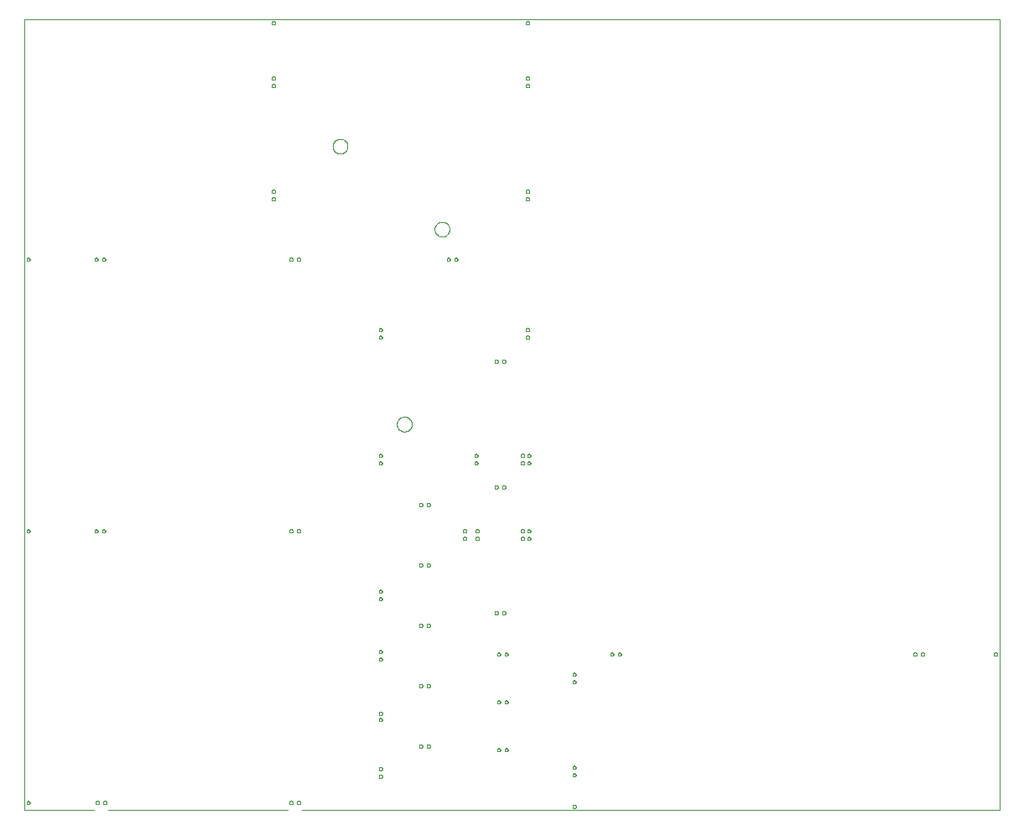
<source format=gbp>
G75*
%MOIN*%
%OFA0B0*%
%FSLAX25Y25*%
%IPPOS*%
%LPD*%
%AMOC8*
5,1,8,0,0,1.08239X$1,22.5*
%
%ADD10C,0.00000*%
D10*
X0003550Y0003550D02*
X0031294Y0003550D01*
X0031861Y0006550D02*
X0031863Y0006602D01*
X0031869Y0006654D01*
X0031879Y0006705D01*
X0031892Y0006755D01*
X0031910Y0006805D01*
X0031931Y0006852D01*
X0031955Y0006898D01*
X0031984Y0006942D01*
X0032015Y0006984D01*
X0032049Y0007023D01*
X0032086Y0007060D01*
X0032126Y0007093D01*
X0032169Y0007124D01*
X0032213Y0007151D01*
X0032259Y0007175D01*
X0032308Y0007195D01*
X0032357Y0007211D01*
X0032408Y0007224D01*
X0032459Y0007233D01*
X0032511Y0007238D01*
X0032563Y0007239D01*
X0032615Y0007236D01*
X0032667Y0007229D01*
X0032718Y0007218D01*
X0032768Y0007204D01*
X0032817Y0007185D01*
X0032864Y0007163D01*
X0032909Y0007138D01*
X0032953Y0007109D01*
X0032994Y0007077D01*
X0033033Y0007042D01*
X0033068Y0007004D01*
X0033101Y0006963D01*
X0033131Y0006921D01*
X0033157Y0006876D01*
X0033180Y0006829D01*
X0033199Y0006780D01*
X0033215Y0006730D01*
X0033227Y0006680D01*
X0033235Y0006628D01*
X0033239Y0006576D01*
X0033239Y0006524D01*
X0033235Y0006472D01*
X0033227Y0006420D01*
X0033215Y0006370D01*
X0033199Y0006320D01*
X0033180Y0006271D01*
X0033157Y0006224D01*
X0033131Y0006179D01*
X0033101Y0006137D01*
X0033068Y0006096D01*
X0033033Y0006058D01*
X0032994Y0006023D01*
X0032953Y0005991D01*
X0032909Y0005962D01*
X0032864Y0005937D01*
X0032817Y0005915D01*
X0032768Y0005896D01*
X0032718Y0005882D01*
X0032667Y0005871D01*
X0032615Y0005864D01*
X0032563Y0005861D01*
X0032511Y0005862D01*
X0032459Y0005867D01*
X0032408Y0005876D01*
X0032357Y0005889D01*
X0032308Y0005905D01*
X0032259Y0005925D01*
X0032213Y0005949D01*
X0032169Y0005976D01*
X0032126Y0006007D01*
X0032086Y0006040D01*
X0032049Y0006077D01*
X0032015Y0006116D01*
X0031984Y0006158D01*
X0031955Y0006202D01*
X0031931Y0006248D01*
X0031910Y0006295D01*
X0031892Y0006345D01*
X0031879Y0006395D01*
X0031869Y0006446D01*
X0031863Y0006498D01*
X0031861Y0006550D01*
X0034861Y0006550D02*
X0034863Y0006602D01*
X0034869Y0006654D01*
X0034879Y0006705D01*
X0034892Y0006755D01*
X0034910Y0006805D01*
X0034931Y0006852D01*
X0034955Y0006898D01*
X0034984Y0006942D01*
X0035015Y0006984D01*
X0035049Y0007023D01*
X0035086Y0007060D01*
X0035126Y0007093D01*
X0035169Y0007124D01*
X0035213Y0007151D01*
X0035259Y0007175D01*
X0035308Y0007195D01*
X0035357Y0007211D01*
X0035408Y0007224D01*
X0035459Y0007233D01*
X0035511Y0007238D01*
X0035563Y0007239D01*
X0035615Y0007236D01*
X0035667Y0007229D01*
X0035718Y0007218D01*
X0035768Y0007204D01*
X0035817Y0007185D01*
X0035864Y0007163D01*
X0035909Y0007138D01*
X0035953Y0007109D01*
X0035994Y0007077D01*
X0036033Y0007042D01*
X0036068Y0007004D01*
X0036101Y0006963D01*
X0036131Y0006921D01*
X0036157Y0006876D01*
X0036180Y0006829D01*
X0036199Y0006780D01*
X0036215Y0006730D01*
X0036227Y0006680D01*
X0036235Y0006628D01*
X0036239Y0006576D01*
X0036239Y0006524D01*
X0036235Y0006472D01*
X0036227Y0006420D01*
X0036215Y0006370D01*
X0036199Y0006320D01*
X0036180Y0006271D01*
X0036157Y0006224D01*
X0036131Y0006179D01*
X0036101Y0006137D01*
X0036068Y0006096D01*
X0036033Y0006058D01*
X0035994Y0006023D01*
X0035953Y0005991D01*
X0035909Y0005962D01*
X0035864Y0005937D01*
X0035817Y0005915D01*
X0035768Y0005896D01*
X0035718Y0005882D01*
X0035667Y0005871D01*
X0035615Y0005864D01*
X0035563Y0005861D01*
X0035511Y0005862D01*
X0035459Y0005867D01*
X0035408Y0005876D01*
X0035357Y0005889D01*
X0035308Y0005905D01*
X0035259Y0005925D01*
X0035213Y0005949D01*
X0035169Y0005976D01*
X0035126Y0006007D01*
X0035086Y0006040D01*
X0035049Y0006077D01*
X0035015Y0006116D01*
X0034984Y0006158D01*
X0034955Y0006202D01*
X0034931Y0006248D01*
X0034910Y0006295D01*
X0034892Y0006345D01*
X0034879Y0006395D01*
X0034869Y0006446D01*
X0034863Y0006498D01*
X0034861Y0006550D01*
X0036806Y0003550D02*
X0108294Y0003550D01*
X0108861Y0006550D02*
X0108863Y0006602D01*
X0108869Y0006654D01*
X0108879Y0006705D01*
X0108892Y0006755D01*
X0108910Y0006805D01*
X0108931Y0006852D01*
X0108955Y0006898D01*
X0108984Y0006942D01*
X0109015Y0006984D01*
X0109049Y0007023D01*
X0109086Y0007060D01*
X0109126Y0007093D01*
X0109169Y0007124D01*
X0109213Y0007151D01*
X0109259Y0007175D01*
X0109308Y0007195D01*
X0109357Y0007211D01*
X0109408Y0007224D01*
X0109459Y0007233D01*
X0109511Y0007238D01*
X0109563Y0007239D01*
X0109615Y0007236D01*
X0109667Y0007229D01*
X0109718Y0007218D01*
X0109768Y0007204D01*
X0109817Y0007185D01*
X0109864Y0007163D01*
X0109909Y0007138D01*
X0109953Y0007109D01*
X0109994Y0007077D01*
X0110033Y0007042D01*
X0110068Y0007004D01*
X0110101Y0006963D01*
X0110131Y0006921D01*
X0110157Y0006876D01*
X0110180Y0006829D01*
X0110199Y0006780D01*
X0110215Y0006730D01*
X0110227Y0006680D01*
X0110235Y0006628D01*
X0110239Y0006576D01*
X0110239Y0006524D01*
X0110235Y0006472D01*
X0110227Y0006420D01*
X0110215Y0006370D01*
X0110199Y0006320D01*
X0110180Y0006271D01*
X0110157Y0006224D01*
X0110131Y0006179D01*
X0110101Y0006137D01*
X0110068Y0006096D01*
X0110033Y0006058D01*
X0109994Y0006023D01*
X0109953Y0005991D01*
X0109909Y0005962D01*
X0109864Y0005937D01*
X0109817Y0005915D01*
X0109768Y0005896D01*
X0109718Y0005882D01*
X0109667Y0005871D01*
X0109615Y0005864D01*
X0109563Y0005861D01*
X0109511Y0005862D01*
X0109459Y0005867D01*
X0109408Y0005876D01*
X0109357Y0005889D01*
X0109308Y0005905D01*
X0109259Y0005925D01*
X0109213Y0005949D01*
X0109169Y0005976D01*
X0109126Y0006007D01*
X0109086Y0006040D01*
X0109049Y0006077D01*
X0109015Y0006116D01*
X0108984Y0006158D01*
X0108955Y0006202D01*
X0108931Y0006248D01*
X0108910Y0006295D01*
X0108892Y0006345D01*
X0108879Y0006395D01*
X0108869Y0006446D01*
X0108863Y0006498D01*
X0108861Y0006550D01*
X0111861Y0006550D02*
X0111863Y0006602D01*
X0111869Y0006654D01*
X0111879Y0006705D01*
X0111892Y0006755D01*
X0111910Y0006805D01*
X0111931Y0006852D01*
X0111955Y0006898D01*
X0111984Y0006942D01*
X0112015Y0006984D01*
X0112049Y0007023D01*
X0112086Y0007060D01*
X0112126Y0007093D01*
X0112169Y0007124D01*
X0112213Y0007151D01*
X0112259Y0007175D01*
X0112308Y0007195D01*
X0112357Y0007211D01*
X0112408Y0007224D01*
X0112459Y0007233D01*
X0112511Y0007238D01*
X0112563Y0007239D01*
X0112615Y0007236D01*
X0112667Y0007229D01*
X0112718Y0007218D01*
X0112768Y0007204D01*
X0112817Y0007185D01*
X0112864Y0007163D01*
X0112909Y0007138D01*
X0112953Y0007109D01*
X0112994Y0007077D01*
X0113033Y0007042D01*
X0113068Y0007004D01*
X0113101Y0006963D01*
X0113131Y0006921D01*
X0113157Y0006876D01*
X0113180Y0006829D01*
X0113199Y0006780D01*
X0113215Y0006730D01*
X0113227Y0006680D01*
X0113235Y0006628D01*
X0113239Y0006576D01*
X0113239Y0006524D01*
X0113235Y0006472D01*
X0113227Y0006420D01*
X0113215Y0006370D01*
X0113199Y0006320D01*
X0113180Y0006271D01*
X0113157Y0006224D01*
X0113131Y0006179D01*
X0113101Y0006137D01*
X0113068Y0006096D01*
X0113033Y0006058D01*
X0112994Y0006023D01*
X0112953Y0005991D01*
X0112909Y0005962D01*
X0112864Y0005937D01*
X0112817Y0005915D01*
X0112768Y0005896D01*
X0112718Y0005882D01*
X0112667Y0005871D01*
X0112615Y0005864D01*
X0112563Y0005861D01*
X0112511Y0005862D01*
X0112459Y0005867D01*
X0112408Y0005876D01*
X0112357Y0005889D01*
X0112308Y0005905D01*
X0112259Y0005925D01*
X0112213Y0005949D01*
X0112169Y0005976D01*
X0112126Y0006007D01*
X0112086Y0006040D01*
X0112049Y0006077D01*
X0112015Y0006116D01*
X0111984Y0006158D01*
X0111955Y0006202D01*
X0111931Y0006248D01*
X0111910Y0006295D01*
X0111892Y0006345D01*
X0111879Y0006395D01*
X0111869Y0006446D01*
X0111863Y0006498D01*
X0111861Y0006550D01*
X0113806Y0003550D02*
X0391251Y0003550D01*
X0391251Y0318011D01*
X0003550Y0318011D01*
X0003550Y0003550D01*
X0004361Y0006550D02*
X0004363Y0006602D01*
X0004369Y0006654D01*
X0004379Y0006705D01*
X0004392Y0006755D01*
X0004410Y0006805D01*
X0004431Y0006852D01*
X0004455Y0006898D01*
X0004484Y0006942D01*
X0004515Y0006984D01*
X0004549Y0007023D01*
X0004586Y0007060D01*
X0004626Y0007093D01*
X0004669Y0007124D01*
X0004713Y0007151D01*
X0004759Y0007175D01*
X0004808Y0007195D01*
X0004857Y0007211D01*
X0004908Y0007224D01*
X0004959Y0007233D01*
X0005011Y0007238D01*
X0005063Y0007239D01*
X0005115Y0007236D01*
X0005167Y0007229D01*
X0005218Y0007218D01*
X0005268Y0007204D01*
X0005317Y0007185D01*
X0005364Y0007163D01*
X0005409Y0007138D01*
X0005453Y0007109D01*
X0005494Y0007077D01*
X0005533Y0007042D01*
X0005568Y0007004D01*
X0005601Y0006963D01*
X0005631Y0006921D01*
X0005657Y0006876D01*
X0005680Y0006829D01*
X0005699Y0006780D01*
X0005715Y0006730D01*
X0005727Y0006680D01*
X0005735Y0006628D01*
X0005739Y0006576D01*
X0005739Y0006524D01*
X0005735Y0006472D01*
X0005727Y0006420D01*
X0005715Y0006370D01*
X0005699Y0006320D01*
X0005680Y0006271D01*
X0005657Y0006224D01*
X0005631Y0006179D01*
X0005601Y0006137D01*
X0005568Y0006096D01*
X0005533Y0006058D01*
X0005494Y0006023D01*
X0005453Y0005991D01*
X0005409Y0005962D01*
X0005364Y0005937D01*
X0005317Y0005915D01*
X0005268Y0005896D01*
X0005218Y0005882D01*
X0005167Y0005871D01*
X0005115Y0005864D01*
X0005063Y0005861D01*
X0005011Y0005862D01*
X0004959Y0005867D01*
X0004908Y0005876D01*
X0004857Y0005889D01*
X0004808Y0005905D01*
X0004759Y0005925D01*
X0004713Y0005949D01*
X0004669Y0005976D01*
X0004626Y0006007D01*
X0004586Y0006040D01*
X0004549Y0006077D01*
X0004515Y0006116D01*
X0004484Y0006158D01*
X0004455Y0006202D01*
X0004431Y0006248D01*
X0004410Y0006295D01*
X0004392Y0006345D01*
X0004379Y0006395D01*
X0004369Y0006446D01*
X0004363Y0006498D01*
X0004361Y0006550D01*
X0004361Y0114550D02*
X0004363Y0114602D01*
X0004369Y0114654D01*
X0004379Y0114705D01*
X0004392Y0114755D01*
X0004410Y0114805D01*
X0004431Y0114852D01*
X0004455Y0114898D01*
X0004484Y0114942D01*
X0004515Y0114984D01*
X0004549Y0115023D01*
X0004586Y0115060D01*
X0004626Y0115093D01*
X0004669Y0115124D01*
X0004713Y0115151D01*
X0004759Y0115175D01*
X0004808Y0115195D01*
X0004857Y0115211D01*
X0004908Y0115224D01*
X0004959Y0115233D01*
X0005011Y0115238D01*
X0005063Y0115239D01*
X0005115Y0115236D01*
X0005167Y0115229D01*
X0005218Y0115218D01*
X0005268Y0115204D01*
X0005317Y0115185D01*
X0005364Y0115163D01*
X0005409Y0115138D01*
X0005453Y0115109D01*
X0005494Y0115077D01*
X0005533Y0115042D01*
X0005568Y0115004D01*
X0005601Y0114963D01*
X0005631Y0114921D01*
X0005657Y0114876D01*
X0005680Y0114829D01*
X0005699Y0114780D01*
X0005715Y0114730D01*
X0005727Y0114680D01*
X0005735Y0114628D01*
X0005739Y0114576D01*
X0005739Y0114524D01*
X0005735Y0114472D01*
X0005727Y0114420D01*
X0005715Y0114370D01*
X0005699Y0114320D01*
X0005680Y0114271D01*
X0005657Y0114224D01*
X0005631Y0114179D01*
X0005601Y0114137D01*
X0005568Y0114096D01*
X0005533Y0114058D01*
X0005494Y0114023D01*
X0005453Y0113991D01*
X0005409Y0113962D01*
X0005364Y0113937D01*
X0005317Y0113915D01*
X0005268Y0113896D01*
X0005218Y0113882D01*
X0005167Y0113871D01*
X0005115Y0113864D01*
X0005063Y0113861D01*
X0005011Y0113862D01*
X0004959Y0113867D01*
X0004908Y0113876D01*
X0004857Y0113889D01*
X0004808Y0113905D01*
X0004759Y0113925D01*
X0004713Y0113949D01*
X0004669Y0113976D01*
X0004626Y0114007D01*
X0004586Y0114040D01*
X0004549Y0114077D01*
X0004515Y0114116D01*
X0004484Y0114158D01*
X0004455Y0114202D01*
X0004431Y0114248D01*
X0004410Y0114295D01*
X0004392Y0114345D01*
X0004379Y0114395D01*
X0004369Y0114446D01*
X0004363Y0114498D01*
X0004361Y0114550D01*
X0031361Y0114550D02*
X0031363Y0114602D01*
X0031369Y0114654D01*
X0031379Y0114705D01*
X0031392Y0114755D01*
X0031410Y0114805D01*
X0031431Y0114852D01*
X0031455Y0114898D01*
X0031484Y0114942D01*
X0031515Y0114984D01*
X0031549Y0115023D01*
X0031586Y0115060D01*
X0031626Y0115093D01*
X0031669Y0115124D01*
X0031713Y0115151D01*
X0031759Y0115175D01*
X0031808Y0115195D01*
X0031857Y0115211D01*
X0031908Y0115224D01*
X0031959Y0115233D01*
X0032011Y0115238D01*
X0032063Y0115239D01*
X0032115Y0115236D01*
X0032167Y0115229D01*
X0032218Y0115218D01*
X0032268Y0115204D01*
X0032317Y0115185D01*
X0032364Y0115163D01*
X0032409Y0115138D01*
X0032453Y0115109D01*
X0032494Y0115077D01*
X0032533Y0115042D01*
X0032568Y0115004D01*
X0032601Y0114963D01*
X0032631Y0114921D01*
X0032657Y0114876D01*
X0032680Y0114829D01*
X0032699Y0114780D01*
X0032715Y0114730D01*
X0032727Y0114680D01*
X0032735Y0114628D01*
X0032739Y0114576D01*
X0032739Y0114524D01*
X0032735Y0114472D01*
X0032727Y0114420D01*
X0032715Y0114370D01*
X0032699Y0114320D01*
X0032680Y0114271D01*
X0032657Y0114224D01*
X0032631Y0114179D01*
X0032601Y0114137D01*
X0032568Y0114096D01*
X0032533Y0114058D01*
X0032494Y0114023D01*
X0032453Y0113991D01*
X0032409Y0113962D01*
X0032364Y0113937D01*
X0032317Y0113915D01*
X0032268Y0113896D01*
X0032218Y0113882D01*
X0032167Y0113871D01*
X0032115Y0113864D01*
X0032063Y0113861D01*
X0032011Y0113862D01*
X0031959Y0113867D01*
X0031908Y0113876D01*
X0031857Y0113889D01*
X0031808Y0113905D01*
X0031759Y0113925D01*
X0031713Y0113949D01*
X0031669Y0113976D01*
X0031626Y0114007D01*
X0031586Y0114040D01*
X0031549Y0114077D01*
X0031515Y0114116D01*
X0031484Y0114158D01*
X0031455Y0114202D01*
X0031431Y0114248D01*
X0031410Y0114295D01*
X0031392Y0114345D01*
X0031379Y0114395D01*
X0031369Y0114446D01*
X0031363Y0114498D01*
X0031361Y0114550D01*
X0034361Y0114550D02*
X0034363Y0114602D01*
X0034369Y0114654D01*
X0034379Y0114705D01*
X0034392Y0114755D01*
X0034410Y0114805D01*
X0034431Y0114852D01*
X0034455Y0114898D01*
X0034484Y0114942D01*
X0034515Y0114984D01*
X0034549Y0115023D01*
X0034586Y0115060D01*
X0034626Y0115093D01*
X0034669Y0115124D01*
X0034713Y0115151D01*
X0034759Y0115175D01*
X0034808Y0115195D01*
X0034857Y0115211D01*
X0034908Y0115224D01*
X0034959Y0115233D01*
X0035011Y0115238D01*
X0035063Y0115239D01*
X0035115Y0115236D01*
X0035167Y0115229D01*
X0035218Y0115218D01*
X0035268Y0115204D01*
X0035317Y0115185D01*
X0035364Y0115163D01*
X0035409Y0115138D01*
X0035453Y0115109D01*
X0035494Y0115077D01*
X0035533Y0115042D01*
X0035568Y0115004D01*
X0035601Y0114963D01*
X0035631Y0114921D01*
X0035657Y0114876D01*
X0035680Y0114829D01*
X0035699Y0114780D01*
X0035715Y0114730D01*
X0035727Y0114680D01*
X0035735Y0114628D01*
X0035739Y0114576D01*
X0035739Y0114524D01*
X0035735Y0114472D01*
X0035727Y0114420D01*
X0035715Y0114370D01*
X0035699Y0114320D01*
X0035680Y0114271D01*
X0035657Y0114224D01*
X0035631Y0114179D01*
X0035601Y0114137D01*
X0035568Y0114096D01*
X0035533Y0114058D01*
X0035494Y0114023D01*
X0035453Y0113991D01*
X0035409Y0113962D01*
X0035364Y0113937D01*
X0035317Y0113915D01*
X0035268Y0113896D01*
X0035218Y0113882D01*
X0035167Y0113871D01*
X0035115Y0113864D01*
X0035063Y0113861D01*
X0035011Y0113862D01*
X0034959Y0113867D01*
X0034908Y0113876D01*
X0034857Y0113889D01*
X0034808Y0113905D01*
X0034759Y0113925D01*
X0034713Y0113949D01*
X0034669Y0113976D01*
X0034626Y0114007D01*
X0034586Y0114040D01*
X0034549Y0114077D01*
X0034515Y0114116D01*
X0034484Y0114158D01*
X0034455Y0114202D01*
X0034431Y0114248D01*
X0034410Y0114295D01*
X0034392Y0114345D01*
X0034379Y0114395D01*
X0034369Y0114446D01*
X0034363Y0114498D01*
X0034361Y0114550D01*
X0108861Y0114550D02*
X0108863Y0114602D01*
X0108869Y0114654D01*
X0108879Y0114705D01*
X0108892Y0114755D01*
X0108910Y0114805D01*
X0108931Y0114852D01*
X0108955Y0114898D01*
X0108984Y0114942D01*
X0109015Y0114984D01*
X0109049Y0115023D01*
X0109086Y0115060D01*
X0109126Y0115093D01*
X0109169Y0115124D01*
X0109213Y0115151D01*
X0109259Y0115175D01*
X0109308Y0115195D01*
X0109357Y0115211D01*
X0109408Y0115224D01*
X0109459Y0115233D01*
X0109511Y0115238D01*
X0109563Y0115239D01*
X0109615Y0115236D01*
X0109667Y0115229D01*
X0109718Y0115218D01*
X0109768Y0115204D01*
X0109817Y0115185D01*
X0109864Y0115163D01*
X0109909Y0115138D01*
X0109953Y0115109D01*
X0109994Y0115077D01*
X0110033Y0115042D01*
X0110068Y0115004D01*
X0110101Y0114963D01*
X0110131Y0114921D01*
X0110157Y0114876D01*
X0110180Y0114829D01*
X0110199Y0114780D01*
X0110215Y0114730D01*
X0110227Y0114680D01*
X0110235Y0114628D01*
X0110239Y0114576D01*
X0110239Y0114524D01*
X0110235Y0114472D01*
X0110227Y0114420D01*
X0110215Y0114370D01*
X0110199Y0114320D01*
X0110180Y0114271D01*
X0110157Y0114224D01*
X0110131Y0114179D01*
X0110101Y0114137D01*
X0110068Y0114096D01*
X0110033Y0114058D01*
X0109994Y0114023D01*
X0109953Y0113991D01*
X0109909Y0113962D01*
X0109864Y0113937D01*
X0109817Y0113915D01*
X0109768Y0113896D01*
X0109718Y0113882D01*
X0109667Y0113871D01*
X0109615Y0113864D01*
X0109563Y0113861D01*
X0109511Y0113862D01*
X0109459Y0113867D01*
X0109408Y0113876D01*
X0109357Y0113889D01*
X0109308Y0113905D01*
X0109259Y0113925D01*
X0109213Y0113949D01*
X0109169Y0113976D01*
X0109126Y0114007D01*
X0109086Y0114040D01*
X0109049Y0114077D01*
X0109015Y0114116D01*
X0108984Y0114158D01*
X0108955Y0114202D01*
X0108931Y0114248D01*
X0108910Y0114295D01*
X0108892Y0114345D01*
X0108879Y0114395D01*
X0108869Y0114446D01*
X0108863Y0114498D01*
X0108861Y0114550D01*
X0111861Y0114550D02*
X0111863Y0114602D01*
X0111869Y0114654D01*
X0111879Y0114705D01*
X0111892Y0114755D01*
X0111910Y0114805D01*
X0111931Y0114852D01*
X0111955Y0114898D01*
X0111984Y0114942D01*
X0112015Y0114984D01*
X0112049Y0115023D01*
X0112086Y0115060D01*
X0112126Y0115093D01*
X0112169Y0115124D01*
X0112213Y0115151D01*
X0112259Y0115175D01*
X0112308Y0115195D01*
X0112357Y0115211D01*
X0112408Y0115224D01*
X0112459Y0115233D01*
X0112511Y0115238D01*
X0112563Y0115239D01*
X0112615Y0115236D01*
X0112667Y0115229D01*
X0112718Y0115218D01*
X0112768Y0115204D01*
X0112817Y0115185D01*
X0112864Y0115163D01*
X0112909Y0115138D01*
X0112953Y0115109D01*
X0112994Y0115077D01*
X0113033Y0115042D01*
X0113068Y0115004D01*
X0113101Y0114963D01*
X0113131Y0114921D01*
X0113157Y0114876D01*
X0113180Y0114829D01*
X0113199Y0114780D01*
X0113215Y0114730D01*
X0113227Y0114680D01*
X0113235Y0114628D01*
X0113239Y0114576D01*
X0113239Y0114524D01*
X0113235Y0114472D01*
X0113227Y0114420D01*
X0113215Y0114370D01*
X0113199Y0114320D01*
X0113180Y0114271D01*
X0113157Y0114224D01*
X0113131Y0114179D01*
X0113101Y0114137D01*
X0113068Y0114096D01*
X0113033Y0114058D01*
X0112994Y0114023D01*
X0112953Y0113991D01*
X0112909Y0113962D01*
X0112864Y0113937D01*
X0112817Y0113915D01*
X0112768Y0113896D01*
X0112718Y0113882D01*
X0112667Y0113871D01*
X0112615Y0113864D01*
X0112563Y0113861D01*
X0112511Y0113862D01*
X0112459Y0113867D01*
X0112408Y0113876D01*
X0112357Y0113889D01*
X0112308Y0113905D01*
X0112259Y0113925D01*
X0112213Y0113949D01*
X0112169Y0113976D01*
X0112126Y0114007D01*
X0112086Y0114040D01*
X0112049Y0114077D01*
X0112015Y0114116D01*
X0111984Y0114158D01*
X0111955Y0114202D01*
X0111931Y0114248D01*
X0111910Y0114295D01*
X0111892Y0114345D01*
X0111879Y0114395D01*
X0111869Y0114446D01*
X0111863Y0114498D01*
X0111861Y0114550D01*
X0144361Y0090550D02*
X0144363Y0090602D01*
X0144369Y0090654D01*
X0144379Y0090705D01*
X0144392Y0090755D01*
X0144410Y0090805D01*
X0144431Y0090852D01*
X0144455Y0090898D01*
X0144484Y0090942D01*
X0144515Y0090984D01*
X0144549Y0091023D01*
X0144586Y0091060D01*
X0144626Y0091093D01*
X0144669Y0091124D01*
X0144713Y0091151D01*
X0144759Y0091175D01*
X0144808Y0091195D01*
X0144857Y0091211D01*
X0144908Y0091224D01*
X0144959Y0091233D01*
X0145011Y0091238D01*
X0145063Y0091239D01*
X0145115Y0091236D01*
X0145167Y0091229D01*
X0145218Y0091218D01*
X0145268Y0091204D01*
X0145317Y0091185D01*
X0145364Y0091163D01*
X0145409Y0091138D01*
X0145453Y0091109D01*
X0145494Y0091077D01*
X0145533Y0091042D01*
X0145568Y0091004D01*
X0145601Y0090963D01*
X0145631Y0090921D01*
X0145657Y0090876D01*
X0145680Y0090829D01*
X0145699Y0090780D01*
X0145715Y0090730D01*
X0145727Y0090680D01*
X0145735Y0090628D01*
X0145739Y0090576D01*
X0145739Y0090524D01*
X0145735Y0090472D01*
X0145727Y0090420D01*
X0145715Y0090370D01*
X0145699Y0090320D01*
X0145680Y0090271D01*
X0145657Y0090224D01*
X0145631Y0090179D01*
X0145601Y0090137D01*
X0145568Y0090096D01*
X0145533Y0090058D01*
X0145494Y0090023D01*
X0145453Y0089991D01*
X0145409Y0089962D01*
X0145364Y0089937D01*
X0145317Y0089915D01*
X0145268Y0089896D01*
X0145218Y0089882D01*
X0145167Y0089871D01*
X0145115Y0089864D01*
X0145063Y0089861D01*
X0145011Y0089862D01*
X0144959Y0089867D01*
X0144908Y0089876D01*
X0144857Y0089889D01*
X0144808Y0089905D01*
X0144759Y0089925D01*
X0144713Y0089949D01*
X0144669Y0089976D01*
X0144626Y0090007D01*
X0144586Y0090040D01*
X0144549Y0090077D01*
X0144515Y0090116D01*
X0144484Y0090158D01*
X0144455Y0090202D01*
X0144431Y0090248D01*
X0144410Y0090295D01*
X0144392Y0090345D01*
X0144379Y0090395D01*
X0144369Y0090446D01*
X0144363Y0090498D01*
X0144361Y0090550D01*
X0144361Y0087550D02*
X0144363Y0087602D01*
X0144369Y0087654D01*
X0144379Y0087705D01*
X0144392Y0087755D01*
X0144410Y0087805D01*
X0144431Y0087852D01*
X0144455Y0087898D01*
X0144484Y0087942D01*
X0144515Y0087984D01*
X0144549Y0088023D01*
X0144586Y0088060D01*
X0144626Y0088093D01*
X0144669Y0088124D01*
X0144713Y0088151D01*
X0144759Y0088175D01*
X0144808Y0088195D01*
X0144857Y0088211D01*
X0144908Y0088224D01*
X0144959Y0088233D01*
X0145011Y0088238D01*
X0145063Y0088239D01*
X0145115Y0088236D01*
X0145167Y0088229D01*
X0145218Y0088218D01*
X0145268Y0088204D01*
X0145317Y0088185D01*
X0145364Y0088163D01*
X0145409Y0088138D01*
X0145453Y0088109D01*
X0145494Y0088077D01*
X0145533Y0088042D01*
X0145568Y0088004D01*
X0145601Y0087963D01*
X0145631Y0087921D01*
X0145657Y0087876D01*
X0145680Y0087829D01*
X0145699Y0087780D01*
X0145715Y0087730D01*
X0145727Y0087680D01*
X0145735Y0087628D01*
X0145739Y0087576D01*
X0145739Y0087524D01*
X0145735Y0087472D01*
X0145727Y0087420D01*
X0145715Y0087370D01*
X0145699Y0087320D01*
X0145680Y0087271D01*
X0145657Y0087224D01*
X0145631Y0087179D01*
X0145601Y0087137D01*
X0145568Y0087096D01*
X0145533Y0087058D01*
X0145494Y0087023D01*
X0145453Y0086991D01*
X0145409Y0086962D01*
X0145364Y0086937D01*
X0145317Y0086915D01*
X0145268Y0086896D01*
X0145218Y0086882D01*
X0145167Y0086871D01*
X0145115Y0086864D01*
X0145063Y0086861D01*
X0145011Y0086862D01*
X0144959Y0086867D01*
X0144908Y0086876D01*
X0144857Y0086889D01*
X0144808Y0086905D01*
X0144759Y0086925D01*
X0144713Y0086949D01*
X0144669Y0086976D01*
X0144626Y0087007D01*
X0144586Y0087040D01*
X0144549Y0087077D01*
X0144515Y0087116D01*
X0144484Y0087158D01*
X0144455Y0087202D01*
X0144431Y0087248D01*
X0144410Y0087295D01*
X0144392Y0087345D01*
X0144379Y0087395D01*
X0144369Y0087446D01*
X0144363Y0087498D01*
X0144361Y0087550D01*
X0160361Y0077050D02*
X0160363Y0077102D01*
X0160369Y0077154D01*
X0160379Y0077205D01*
X0160392Y0077255D01*
X0160410Y0077305D01*
X0160431Y0077352D01*
X0160455Y0077398D01*
X0160484Y0077442D01*
X0160515Y0077484D01*
X0160549Y0077523D01*
X0160586Y0077560D01*
X0160626Y0077593D01*
X0160669Y0077624D01*
X0160713Y0077651D01*
X0160759Y0077675D01*
X0160808Y0077695D01*
X0160857Y0077711D01*
X0160908Y0077724D01*
X0160959Y0077733D01*
X0161011Y0077738D01*
X0161063Y0077739D01*
X0161115Y0077736D01*
X0161167Y0077729D01*
X0161218Y0077718D01*
X0161268Y0077704D01*
X0161317Y0077685D01*
X0161364Y0077663D01*
X0161409Y0077638D01*
X0161453Y0077609D01*
X0161494Y0077577D01*
X0161533Y0077542D01*
X0161568Y0077504D01*
X0161601Y0077463D01*
X0161631Y0077421D01*
X0161657Y0077376D01*
X0161680Y0077329D01*
X0161699Y0077280D01*
X0161715Y0077230D01*
X0161727Y0077180D01*
X0161735Y0077128D01*
X0161739Y0077076D01*
X0161739Y0077024D01*
X0161735Y0076972D01*
X0161727Y0076920D01*
X0161715Y0076870D01*
X0161699Y0076820D01*
X0161680Y0076771D01*
X0161657Y0076724D01*
X0161631Y0076679D01*
X0161601Y0076637D01*
X0161568Y0076596D01*
X0161533Y0076558D01*
X0161494Y0076523D01*
X0161453Y0076491D01*
X0161409Y0076462D01*
X0161364Y0076437D01*
X0161317Y0076415D01*
X0161268Y0076396D01*
X0161218Y0076382D01*
X0161167Y0076371D01*
X0161115Y0076364D01*
X0161063Y0076361D01*
X0161011Y0076362D01*
X0160959Y0076367D01*
X0160908Y0076376D01*
X0160857Y0076389D01*
X0160808Y0076405D01*
X0160759Y0076425D01*
X0160713Y0076449D01*
X0160669Y0076476D01*
X0160626Y0076507D01*
X0160586Y0076540D01*
X0160549Y0076577D01*
X0160515Y0076616D01*
X0160484Y0076658D01*
X0160455Y0076702D01*
X0160431Y0076748D01*
X0160410Y0076795D01*
X0160392Y0076845D01*
X0160379Y0076895D01*
X0160369Y0076946D01*
X0160363Y0076998D01*
X0160361Y0077050D01*
X0163361Y0077050D02*
X0163363Y0077102D01*
X0163369Y0077154D01*
X0163379Y0077205D01*
X0163392Y0077255D01*
X0163410Y0077305D01*
X0163431Y0077352D01*
X0163455Y0077398D01*
X0163484Y0077442D01*
X0163515Y0077484D01*
X0163549Y0077523D01*
X0163586Y0077560D01*
X0163626Y0077593D01*
X0163669Y0077624D01*
X0163713Y0077651D01*
X0163759Y0077675D01*
X0163808Y0077695D01*
X0163857Y0077711D01*
X0163908Y0077724D01*
X0163959Y0077733D01*
X0164011Y0077738D01*
X0164063Y0077739D01*
X0164115Y0077736D01*
X0164167Y0077729D01*
X0164218Y0077718D01*
X0164268Y0077704D01*
X0164317Y0077685D01*
X0164364Y0077663D01*
X0164409Y0077638D01*
X0164453Y0077609D01*
X0164494Y0077577D01*
X0164533Y0077542D01*
X0164568Y0077504D01*
X0164601Y0077463D01*
X0164631Y0077421D01*
X0164657Y0077376D01*
X0164680Y0077329D01*
X0164699Y0077280D01*
X0164715Y0077230D01*
X0164727Y0077180D01*
X0164735Y0077128D01*
X0164739Y0077076D01*
X0164739Y0077024D01*
X0164735Y0076972D01*
X0164727Y0076920D01*
X0164715Y0076870D01*
X0164699Y0076820D01*
X0164680Y0076771D01*
X0164657Y0076724D01*
X0164631Y0076679D01*
X0164601Y0076637D01*
X0164568Y0076596D01*
X0164533Y0076558D01*
X0164494Y0076523D01*
X0164453Y0076491D01*
X0164409Y0076462D01*
X0164364Y0076437D01*
X0164317Y0076415D01*
X0164268Y0076396D01*
X0164218Y0076382D01*
X0164167Y0076371D01*
X0164115Y0076364D01*
X0164063Y0076361D01*
X0164011Y0076362D01*
X0163959Y0076367D01*
X0163908Y0076376D01*
X0163857Y0076389D01*
X0163808Y0076405D01*
X0163759Y0076425D01*
X0163713Y0076449D01*
X0163669Y0076476D01*
X0163626Y0076507D01*
X0163586Y0076540D01*
X0163549Y0076577D01*
X0163515Y0076616D01*
X0163484Y0076658D01*
X0163455Y0076702D01*
X0163431Y0076748D01*
X0163410Y0076795D01*
X0163392Y0076845D01*
X0163379Y0076895D01*
X0163369Y0076946D01*
X0163363Y0076998D01*
X0163361Y0077050D01*
X0144361Y0066550D02*
X0144363Y0066602D01*
X0144369Y0066654D01*
X0144379Y0066705D01*
X0144392Y0066755D01*
X0144410Y0066805D01*
X0144431Y0066852D01*
X0144455Y0066898D01*
X0144484Y0066942D01*
X0144515Y0066984D01*
X0144549Y0067023D01*
X0144586Y0067060D01*
X0144626Y0067093D01*
X0144669Y0067124D01*
X0144713Y0067151D01*
X0144759Y0067175D01*
X0144808Y0067195D01*
X0144857Y0067211D01*
X0144908Y0067224D01*
X0144959Y0067233D01*
X0145011Y0067238D01*
X0145063Y0067239D01*
X0145115Y0067236D01*
X0145167Y0067229D01*
X0145218Y0067218D01*
X0145268Y0067204D01*
X0145317Y0067185D01*
X0145364Y0067163D01*
X0145409Y0067138D01*
X0145453Y0067109D01*
X0145494Y0067077D01*
X0145533Y0067042D01*
X0145568Y0067004D01*
X0145601Y0066963D01*
X0145631Y0066921D01*
X0145657Y0066876D01*
X0145680Y0066829D01*
X0145699Y0066780D01*
X0145715Y0066730D01*
X0145727Y0066680D01*
X0145735Y0066628D01*
X0145739Y0066576D01*
X0145739Y0066524D01*
X0145735Y0066472D01*
X0145727Y0066420D01*
X0145715Y0066370D01*
X0145699Y0066320D01*
X0145680Y0066271D01*
X0145657Y0066224D01*
X0145631Y0066179D01*
X0145601Y0066137D01*
X0145568Y0066096D01*
X0145533Y0066058D01*
X0145494Y0066023D01*
X0145453Y0065991D01*
X0145409Y0065962D01*
X0145364Y0065937D01*
X0145317Y0065915D01*
X0145268Y0065896D01*
X0145218Y0065882D01*
X0145167Y0065871D01*
X0145115Y0065864D01*
X0145063Y0065861D01*
X0145011Y0065862D01*
X0144959Y0065867D01*
X0144908Y0065876D01*
X0144857Y0065889D01*
X0144808Y0065905D01*
X0144759Y0065925D01*
X0144713Y0065949D01*
X0144669Y0065976D01*
X0144626Y0066007D01*
X0144586Y0066040D01*
X0144549Y0066077D01*
X0144515Y0066116D01*
X0144484Y0066158D01*
X0144455Y0066202D01*
X0144431Y0066248D01*
X0144410Y0066295D01*
X0144392Y0066345D01*
X0144379Y0066395D01*
X0144369Y0066446D01*
X0144363Y0066498D01*
X0144361Y0066550D01*
X0144361Y0063550D02*
X0144363Y0063602D01*
X0144369Y0063654D01*
X0144379Y0063705D01*
X0144392Y0063755D01*
X0144410Y0063805D01*
X0144431Y0063852D01*
X0144455Y0063898D01*
X0144484Y0063942D01*
X0144515Y0063984D01*
X0144549Y0064023D01*
X0144586Y0064060D01*
X0144626Y0064093D01*
X0144669Y0064124D01*
X0144713Y0064151D01*
X0144759Y0064175D01*
X0144808Y0064195D01*
X0144857Y0064211D01*
X0144908Y0064224D01*
X0144959Y0064233D01*
X0145011Y0064238D01*
X0145063Y0064239D01*
X0145115Y0064236D01*
X0145167Y0064229D01*
X0145218Y0064218D01*
X0145268Y0064204D01*
X0145317Y0064185D01*
X0145364Y0064163D01*
X0145409Y0064138D01*
X0145453Y0064109D01*
X0145494Y0064077D01*
X0145533Y0064042D01*
X0145568Y0064004D01*
X0145601Y0063963D01*
X0145631Y0063921D01*
X0145657Y0063876D01*
X0145680Y0063829D01*
X0145699Y0063780D01*
X0145715Y0063730D01*
X0145727Y0063680D01*
X0145735Y0063628D01*
X0145739Y0063576D01*
X0145739Y0063524D01*
X0145735Y0063472D01*
X0145727Y0063420D01*
X0145715Y0063370D01*
X0145699Y0063320D01*
X0145680Y0063271D01*
X0145657Y0063224D01*
X0145631Y0063179D01*
X0145601Y0063137D01*
X0145568Y0063096D01*
X0145533Y0063058D01*
X0145494Y0063023D01*
X0145453Y0062991D01*
X0145409Y0062962D01*
X0145364Y0062937D01*
X0145317Y0062915D01*
X0145268Y0062896D01*
X0145218Y0062882D01*
X0145167Y0062871D01*
X0145115Y0062864D01*
X0145063Y0062861D01*
X0145011Y0062862D01*
X0144959Y0062867D01*
X0144908Y0062876D01*
X0144857Y0062889D01*
X0144808Y0062905D01*
X0144759Y0062925D01*
X0144713Y0062949D01*
X0144669Y0062976D01*
X0144626Y0063007D01*
X0144586Y0063040D01*
X0144549Y0063077D01*
X0144515Y0063116D01*
X0144484Y0063158D01*
X0144455Y0063202D01*
X0144431Y0063248D01*
X0144410Y0063295D01*
X0144392Y0063345D01*
X0144379Y0063395D01*
X0144369Y0063446D01*
X0144363Y0063498D01*
X0144361Y0063550D01*
X0160361Y0053050D02*
X0160363Y0053102D01*
X0160369Y0053154D01*
X0160379Y0053205D01*
X0160392Y0053255D01*
X0160410Y0053305D01*
X0160431Y0053352D01*
X0160455Y0053398D01*
X0160484Y0053442D01*
X0160515Y0053484D01*
X0160549Y0053523D01*
X0160586Y0053560D01*
X0160626Y0053593D01*
X0160669Y0053624D01*
X0160713Y0053651D01*
X0160759Y0053675D01*
X0160808Y0053695D01*
X0160857Y0053711D01*
X0160908Y0053724D01*
X0160959Y0053733D01*
X0161011Y0053738D01*
X0161063Y0053739D01*
X0161115Y0053736D01*
X0161167Y0053729D01*
X0161218Y0053718D01*
X0161268Y0053704D01*
X0161317Y0053685D01*
X0161364Y0053663D01*
X0161409Y0053638D01*
X0161453Y0053609D01*
X0161494Y0053577D01*
X0161533Y0053542D01*
X0161568Y0053504D01*
X0161601Y0053463D01*
X0161631Y0053421D01*
X0161657Y0053376D01*
X0161680Y0053329D01*
X0161699Y0053280D01*
X0161715Y0053230D01*
X0161727Y0053180D01*
X0161735Y0053128D01*
X0161739Y0053076D01*
X0161739Y0053024D01*
X0161735Y0052972D01*
X0161727Y0052920D01*
X0161715Y0052870D01*
X0161699Y0052820D01*
X0161680Y0052771D01*
X0161657Y0052724D01*
X0161631Y0052679D01*
X0161601Y0052637D01*
X0161568Y0052596D01*
X0161533Y0052558D01*
X0161494Y0052523D01*
X0161453Y0052491D01*
X0161409Y0052462D01*
X0161364Y0052437D01*
X0161317Y0052415D01*
X0161268Y0052396D01*
X0161218Y0052382D01*
X0161167Y0052371D01*
X0161115Y0052364D01*
X0161063Y0052361D01*
X0161011Y0052362D01*
X0160959Y0052367D01*
X0160908Y0052376D01*
X0160857Y0052389D01*
X0160808Y0052405D01*
X0160759Y0052425D01*
X0160713Y0052449D01*
X0160669Y0052476D01*
X0160626Y0052507D01*
X0160586Y0052540D01*
X0160549Y0052577D01*
X0160515Y0052616D01*
X0160484Y0052658D01*
X0160455Y0052702D01*
X0160431Y0052748D01*
X0160410Y0052795D01*
X0160392Y0052845D01*
X0160379Y0052895D01*
X0160369Y0052946D01*
X0160363Y0052998D01*
X0160361Y0053050D01*
X0163361Y0053050D02*
X0163363Y0053102D01*
X0163369Y0053154D01*
X0163379Y0053205D01*
X0163392Y0053255D01*
X0163410Y0053305D01*
X0163431Y0053352D01*
X0163455Y0053398D01*
X0163484Y0053442D01*
X0163515Y0053484D01*
X0163549Y0053523D01*
X0163586Y0053560D01*
X0163626Y0053593D01*
X0163669Y0053624D01*
X0163713Y0053651D01*
X0163759Y0053675D01*
X0163808Y0053695D01*
X0163857Y0053711D01*
X0163908Y0053724D01*
X0163959Y0053733D01*
X0164011Y0053738D01*
X0164063Y0053739D01*
X0164115Y0053736D01*
X0164167Y0053729D01*
X0164218Y0053718D01*
X0164268Y0053704D01*
X0164317Y0053685D01*
X0164364Y0053663D01*
X0164409Y0053638D01*
X0164453Y0053609D01*
X0164494Y0053577D01*
X0164533Y0053542D01*
X0164568Y0053504D01*
X0164601Y0053463D01*
X0164631Y0053421D01*
X0164657Y0053376D01*
X0164680Y0053329D01*
X0164699Y0053280D01*
X0164715Y0053230D01*
X0164727Y0053180D01*
X0164735Y0053128D01*
X0164739Y0053076D01*
X0164739Y0053024D01*
X0164735Y0052972D01*
X0164727Y0052920D01*
X0164715Y0052870D01*
X0164699Y0052820D01*
X0164680Y0052771D01*
X0164657Y0052724D01*
X0164631Y0052679D01*
X0164601Y0052637D01*
X0164568Y0052596D01*
X0164533Y0052558D01*
X0164494Y0052523D01*
X0164453Y0052491D01*
X0164409Y0052462D01*
X0164364Y0052437D01*
X0164317Y0052415D01*
X0164268Y0052396D01*
X0164218Y0052382D01*
X0164167Y0052371D01*
X0164115Y0052364D01*
X0164063Y0052361D01*
X0164011Y0052362D01*
X0163959Y0052367D01*
X0163908Y0052376D01*
X0163857Y0052389D01*
X0163808Y0052405D01*
X0163759Y0052425D01*
X0163713Y0052449D01*
X0163669Y0052476D01*
X0163626Y0052507D01*
X0163586Y0052540D01*
X0163549Y0052577D01*
X0163515Y0052616D01*
X0163484Y0052658D01*
X0163455Y0052702D01*
X0163431Y0052748D01*
X0163410Y0052795D01*
X0163392Y0052845D01*
X0163379Y0052895D01*
X0163369Y0052946D01*
X0163363Y0052998D01*
X0163361Y0053050D01*
X0144361Y0042050D02*
X0144363Y0042102D01*
X0144369Y0042154D01*
X0144379Y0042205D01*
X0144392Y0042255D01*
X0144410Y0042305D01*
X0144431Y0042352D01*
X0144455Y0042398D01*
X0144484Y0042442D01*
X0144515Y0042484D01*
X0144549Y0042523D01*
X0144586Y0042560D01*
X0144626Y0042593D01*
X0144669Y0042624D01*
X0144713Y0042651D01*
X0144759Y0042675D01*
X0144808Y0042695D01*
X0144857Y0042711D01*
X0144908Y0042724D01*
X0144959Y0042733D01*
X0145011Y0042738D01*
X0145063Y0042739D01*
X0145115Y0042736D01*
X0145167Y0042729D01*
X0145218Y0042718D01*
X0145268Y0042704D01*
X0145317Y0042685D01*
X0145364Y0042663D01*
X0145409Y0042638D01*
X0145453Y0042609D01*
X0145494Y0042577D01*
X0145533Y0042542D01*
X0145568Y0042504D01*
X0145601Y0042463D01*
X0145631Y0042421D01*
X0145657Y0042376D01*
X0145680Y0042329D01*
X0145699Y0042280D01*
X0145715Y0042230D01*
X0145727Y0042180D01*
X0145735Y0042128D01*
X0145739Y0042076D01*
X0145739Y0042024D01*
X0145735Y0041972D01*
X0145727Y0041920D01*
X0145715Y0041870D01*
X0145699Y0041820D01*
X0145680Y0041771D01*
X0145657Y0041724D01*
X0145631Y0041679D01*
X0145601Y0041637D01*
X0145568Y0041596D01*
X0145533Y0041558D01*
X0145494Y0041523D01*
X0145453Y0041491D01*
X0145409Y0041462D01*
X0145364Y0041437D01*
X0145317Y0041415D01*
X0145268Y0041396D01*
X0145218Y0041382D01*
X0145167Y0041371D01*
X0145115Y0041364D01*
X0145063Y0041361D01*
X0145011Y0041362D01*
X0144959Y0041367D01*
X0144908Y0041376D01*
X0144857Y0041389D01*
X0144808Y0041405D01*
X0144759Y0041425D01*
X0144713Y0041449D01*
X0144669Y0041476D01*
X0144626Y0041507D01*
X0144586Y0041540D01*
X0144549Y0041577D01*
X0144515Y0041616D01*
X0144484Y0041658D01*
X0144455Y0041702D01*
X0144431Y0041748D01*
X0144410Y0041795D01*
X0144392Y0041845D01*
X0144379Y0041895D01*
X0144369Y0041946D01*
X0144363Y0041998D01*
X0144361Y0042050D01*
X0144361Y0039550D02*
X0144363Y0039602D01*
X0144369Y0039654D01*
X0144379Y0039705D01*
X0144392Y0039755D01*
X0144410Y0039805D01*
X0144431Y0039852D01*
X0144455Y0039898D01*
X0144484Y0039942D01*
X0144515Y0039984D01*
X0144549Y0040023D01*
X0144586Y0040060D01*
X0144626Y0040093D01*
X0144669Y0040124D01*
X0144713Y0040151D01*
X0144759Y0040175D01*
X0144808Y0040195D01*
X0144857Y0040211D01*
X0144908Y0040224D01*
X0144959Y0040233D01*
X0145011Y0040238D01*
X0145063Y0040239D01*
X0145115Y0040236D01*
X0145167Y0040229D01*
X0145218Y0040218D01*
X0145268Y0040204D01*
X0145317Y0040185D01*
X0145364Y0040163D01*
X0145409Y0040138D01*
X0145453Y0040109D01*
X0145494Y0040077D01*
X0145533Y0040042D01*
X0145568Y0040004D01*
X0145601Y0039963D01*
X0145631Y0039921D01*
X0145657Y0039876D01*
X0145680Y0039829D01*
X0145699Y0039780D01*
X0145715Y0039730D01*
X0145727Y0039680D01*
X0145735Y0039628D01*
X0145739Y0039576D01*
X0145739Y0039524D01*
X0145735Y0039472D01*
X0145727Y0039420D01*
X0145715Y0039370D01*
X0145699Y0039320D01*
X0145680Y0039271D01*
X0145657Y0039224D01*
X0145631Y0039179D01*
X0145601Y0039137D01*
X0145568Y0039096D01*
X0145533Y0039058D01*
X0145494Y0039023D01*
X0145453Y0038991D01*
X0145409Y0038962D01*
X0145364Y0038937D01*
X0145317Y0038915D01*
X0145268Y0038896D01*
X0145218Y0038882D01*
X0145167Y0038871D01*
X0145115Y0038864D01*
X0145063Y0038861D01*
X0145011Y0038862D01*
X0144959Y0038867D01*
X0144908Y0038876D01*
X0144857Y0038889D01*
X0144808Y0038905D01*
X0144759Y0038925D01*
X0144713Y0038949D01*
X0144669Y0038976D01*
X0144626Y0039007D01*
X0144586Y0039040D01*
X0144549Y0039077D01*
X0144515Y0039116D01*
X0144484Y0039158D01*
X0144455Y0039202D01*
X0144431Y0039248D01*
X0144410Y0039295D01*
X0144392Y0039345D01*
X0144379Y0039395D01*
X0144369Y0039446D01*
X0144363Y0039498D01*
X0144361Y0039550D01*
X0160361Y0029050D02*
X0160363Y0029102D01*
X0160369Y0029154D01*
X0160379Y0029205D01*
X0160392Y0029255D01*
X0160410Y0029305D01*
X0160431Y0029352D01*
X0160455Y0029398D01*
X0160484Y0029442D01*
X0160515Y0029484D01*
X0160549Y0029523D01*
X0160586Y0029560D01*
X0160626Y0029593D01*
X0160669Y0029624D01*
X0160713Y0029651D01*
X0160759Y0029675D01*
X0160808Y0029695D01*
X0160857Y0029711D01*
X0160908Y0029724D01*
X0160959Y0029733D01*
X0161011Y0029738D01*
X0161063Y0029739D01*
X0161115Y0029736D01*
X0161167Y0029729D01*
X0161218Y0029718D01*
X0161268Y0029704D01*
X0161317Y0029685D01*
X0161364Y0029663D01*
X0161409Y0029638D01*
X0161453Y0029609D01*
X0161494Y0029577D01*
X0161533Y0029542D01*
X0161568Y0029504D01*
X0161601Y0029463D01*
X0161631Y0029421D01*
X0161657Y0029376D01*
X0161680Y0029329D01*
X0161699Y0029280D01*
X0161715Y0029230D01*
X0161727Y0029180D01*
X0161735Y0029128D01*
X0161739Y0029076D01*
X0161739Y0029024D01*
X0161735Y0028972D01*
X0161727Y0028920D01*
X0161715Y0028870D01*
X0161699Y0028820D01*
X0161680Y0028771D01*
X0161657Y0028724D01*
X0161631Y0028679D01*
X0161601Y0028637D01*
X0161568Y0028596D01*
X0161533Y0028558D01*
X0161494Y0028523D01*
X0161453Y0028491D01*
X0161409Y0028462D01*
X0161364Y0028437D01*
X0161317Y0028415D01*
X0161268Y0028396D01*
X0161218Y0028382D01*
X0161167Y0028371D01*
X0161115Y0028364D01*
X0161063Y0028361D01*
X0161011Y0028362D01*
X0160959Y0028367D01*
X0160908Y0028376D01*
X0160857Y0028389D01*
X0160808Y0028405D01*
X0160759Y0028425D01*
X0160713Y0028449D01*
X0160669Y0028476D01*
X0160626Y0028507D01*
X0160586Y0028540D01*
X0160549Y0028577D01*
X0160515Y0028616D01*
X0160484Y0028658D01*
X0160455Y0028702D01*
X0160431Y0028748D01*
X0160410Y0028795D01*
X0160392Y0028845D01*
X0160379Y0028895D01*
X0160369Y0028946D01*
X0160363Y0028998D01*
X0160361Y0029050D01*
X0163361Y0029050D02*
X0163363Y0029102D01*
X0163369Y0029154D01*
X0163379Y0029205D01*
X0163392Y0029255D01*
X0163410Y0029305D01*
X0163431Y0029352D01*
X0163455Y0029398D01*
X0163484Y0029442D01*
X0163515Y0029484D01*
X0163549Y0029523D01*
X0163586Y0029560D01*
X0163626Y0029593D01*
X0163669Y0029624D01*
X0163713Y0029651D01*
X0163759Y0029675D01*
X0163808Y0029695D01*
X0163857Y0029711D01*
X0163908Y0029724D01*
X0163959Y0029733D01*
X0164011Y0029738D01*
X0164063Y0029739D01*
X0164115Y0029736D01*
X0164167Y0029729D01*
X0164218Y0029718D01*
X0164268Y0029704D01*
X0164317Y0029685D01*
X0164364Y0029663D01*
X0164409Y0029638D01*
X0164453Y0029609D01*
X0164494Y0029577D01*
X0164533Y0029542D01*
X0164568Y0029504D01*
X0164601Y0029463D01*
X0164631Y0029421D01*
X0164657Y0029376D01*
X0164680Y0029329D01*
X0164699Y0029280D01*
X0164715Y0029230D01*
X0164727Y0029180D01*
X0164735Y0029128D01*
X0164739Y0029076D01*
X0164739Y0029024D01*
X0164735Y0028972D01*
X0164727Y0028920D01*
X0164715Y0028870D01*
X0164699Y0028820D01*
X0164680Y0028771D01*
X0164657Y0028724D01*
X0164631Y0028679D01*
X0164601Y0028637D01*
X0164568Y0028596D01*
X0164533Y0028558D01*
X0164494Y0028523D01*
X0164453Y0028491D01*
X0164409Y0028462D01*
X0164364Y0028437D01*
X0164317Y0028415D01*
X0164268Y0028396D01*
X0164218Y0028382D01*
X0164167Y0028371D01*
X0164115Y0028364D01*
X0164063Y0028361D01*
X0164011Y0028362D01*
X0163959Y0028367D01*
X0163908Y0028376D01*
X0163857Y0028389D01*
X0163808Y0028405D01*
X0163759Y0028425D01*
X0163713Y0028449D01*
X0163669Y0028476D01*
X0163626Y0028507D01*
X0163586Y0028540D01*
X0163549Y0028577D01*
X0163515Y0028616D01*
X0163484Y0028658D01*
X0163455Y0028702D01*
X0163431Y0028748D01*
X0163410Y0028795D01*
X0163392Y0028845D01*
X0163379Y0028895D01*
X0163369Y0028946D01*
X0163363Y0028998D01*
X0163361Y0029050D01*
X0144361Y0020050D02*
X0144363Y0020102D01*
X0144369Y0020154D01*
X0144379Y0020205D01*
X0144392Y0020255D01*
X0144410Y0020305D01*
X0144431Y0020352D01*
X0144455Y0020398D01*
X0144484Y0020442D01*
X0144515Y0020484D01*
X0144549Y0020523D01*
X0144586Y0020560D01*
X0144626Y0020593D01*
X0144669Y0020624D01*
X0144713Y0020651D01*
X0144759Y0020675D01*
X0144808Y0020695D01*
X0144857Y0020711D01*
X0144908Y0020724D01*
X0144959Y0020733D01*
X0145011Y0020738D01*
X0145063Y0020739D01*
X0145115Y0020736D01*
X0145167Y0020729D01*
X0145218Y0020718D01*
X0145268Y0020704D01*
X0145317Y0020685D01*
X0145364Y0020663D01*
X0145409Y0020638D01*
X0145453Y0020609D01*
X0145494Y0020577D01*
X0145533Y0020542D01*
X0145568Y0020504D01*
X0145601Y0020463D01*
X0145631Y0020421D01*
X0145657Y0020376D01*
X0145680Y0020329D01*
X0145699Y0020280D01*
X0145715Y0020230D01*
X0145727Y0020180D01*
X0145735Y0020128D01*
X0145739Y0020076D01*
X0145739Y0020024D01*
X0145735Y0019972D01*
X0145727Y0019920D01*
X0145715Y0019870D01*
X0145699Y0019820D01*
X0145680Y0019771D01*
X0145657Y0019724D01*
X0145631Y0019679D01*
X0145601Y0019637D01*
X0145568Y0019596D01*
X0145533Y0019558D01*
X0145494Y0019523D01*
X0145453Y0019491D01*
X0145409Y0019462D01*
X0145364Y0019437D01*
X0145317Y0019415D01*
X0145268Y0019396D01*
X0145218Y0019382D01*
X0145167Y0019371D01*
X0145115Y0019364D01*
X0145063Y0019361D01*
X0145011Y0019362D01*
X0144959Y0019367D01*
X0144908Y0019376D01*
X0144857Y0019389D01*
X0144808Y0019405D01*
X0144759Y0019425D01*
X0144713Y0019449D01*
X0144669Y0019476D01*
X0144626Y0019507D01*
X0144586Y0019540D01*
X0144549Y0019577D01*
X0144515Y0019616D01*
X0144484Y0019658D01*
X0144455Y0019702D01*
X0144431Y0019748D01*
X0144410Y0019795D01*
X0144392Y0019845D01*
X0144379Y0019895D01*
X0144369Y0019946D01*
X0144363Y0019998D01*
X0144361Y0020050D01*
X0144361Y0017050D02*
X0144363Y0017102D01*
X0144369Y0017154D01*
X0144379Y0017205D01*
X0144392Y0017255D01*
X0144410Y0017305D01*
X0144431Y0017352D01*
X0144455Y0017398D01*
X0144484Y0017442D01*
X0144515Y0017484D01*
X0144549Y0017523D01*
X0144586Y0017560D01*
X0144626Y0017593D01*
X0144669Y0017624D01*
X0144713Y0017651D01*
X0144759Y0017675D01*
X0144808Y0017695D01*
X0144857Y0017711D01*
X0144908Y0017724D01*
X0144959Y0017733D01*
X0145011Y0017738D01*
X0145063Y0017739D01*
X0145115Y0017736D01*
X0145167Y0017729D01*
X0145218Y0017718D01*
X0145268Y0017704D01*
X0145317Y0017685D01*
X0145364Y0017663D01*
X0145409Y0017638D01*
X0145453Y0017609D01*
X0145494Y0017577D01*
X0145533Y0017542D01*
X0145568Y0017504D01*
X0145601Y0017463D01*
X0145631Y0017421D01*
X0145657Y0017376D01*
X0145680Y0017329D01*
X0145699Y0017280D01*
X0145715Y0017230D01*
X0145727Y0017180D01*
X0145735Y0017128D01*
X0145739Y0017076D01*
X0145739Y0017024D01*
X0145735Y0016972D01*
X0145727Y0016920D01*
X0145715Y0016870D01*
X0145699Y0016820D01*
X0145680Y0016771D01*
X0145657Y0016724D01*
X0145631Y0016679D01*
X0145601Y0016637D01*
X0145568Y0016596D01*
X0145533Y0016558D01*
X0145494Y0016523D01*
X0145453Y0016491D01*
X0145409Y0016462D01*
X0145364Y0016437D01*
X0145317Y0016415D01*
X0145268Y0016396D01*
X0145218Y0016382D01*
X0145167Y0016371D01*
X0145115Y0016364D01*
X0145063Y0016361D01*
X0145011Y0016362D01*
X0144959Y0016367D01*
X0144908Y0016376D01*
X0144857Y0016389D01*
X0144808Y0016405D01*
X0144759Y0016425D01*
X0144713Y0016449D01*
X0144669Y0016476D01*
X0144626Y0016507D01*
X0144586Y0016540D01*
X0144549Y0016577D01*
X0144515Y0016616D01*
X0144484Y0016658D01*
X0144455Y0016702D01*
X0144431Y0016748D01*
X0144410Y0016795D01*
X0144392Y0016845D01*
X0144379Y0016895D01*
X0144369Y0016946D01*
X0144363Y0016998D01*
X0144361Y0017050D01*
X0191361Y0027550D02*
X0191363Y0027602D01*
X0191369Y0027654D01*
X0191379Y0027705D01*
X0191392Y0027755D01*
X0191410Y0027805D01*
X0191431Y0027852D01*
X0191455Y0027898D01*
X0191484Y0027942D01*
X0191515Y0027984D01*
X0191549Y0028023D01*
X0191586Y0028060D01*
X0191626Y0028093D01*
X0191669Y0028124D01*
X0191713Y0028151D01*
X0191759Y0028175D01*
X0191808Y0028195D01*
X0191857Y0028211D01*
X0191908Y0028224D01*
X0191959Y0028233D01*
X0192011Y0028238D01*
X0192063Y0028239D01*
X0192115Y0028236D01*
X0192167Y0028229D01*
X0192218Y0028218D01*
X0192268Y0028204D01*
X0192317Y0028185D01*
X0192364Y0028163D01*
X0192409Y0028138D01*
X0192453Y0028109D01*
X0192494Y0028077D01*
X0192533Y0028042D01*
X0192568Y0028004D01*
X0192601Y0027963D01*
X0192631Y0027921D01*
X0192657Y0027876D01*
X0192680Y0027829D01*
X0192699Y0027780D01*
X0192715Y0027730D01*
X0192727Y0027680D01*
X0192735Y0027628D01*
X0192739Y0027576D01*
X0192739Y0027524D01*
X0192735Y0027472D01*
X0192727Y0027420D01*
X0192715Y0027370D01*
X0192699Y0027320D01*
X0192680Y0027271D01*
X0192657Y0027224D01*
X0192631Y0027179D01*
X0192601Y0027137D01*
X0192568Y0027096D01*
X0192533Y0027058D01*
X0192494Y0027023D01*
X0192453Y0026991D01*
X0192409Y0026962D01*
X0192364Y0026937D01*
X0192317Y0026915D01*
X0192268Y0026896D01*
X0192218Y0026882D01*
X0192167Y0026871D01*
X0192115Y0026864D01*
X0192063Y0026861D01*
X0192011Y0026862D01*
X0191959Y0026867D01*
X0191908Y0026876D01*
X0191857Y0026889D01*
X0191808Y0026905D01*
X0191759Y0026925D01*
X0191713Y0026949D01*
X0191669Y0026976D01*
X0191626Y0027007D01*
X0191586Y0027040D01*
X0191549Y0027077D01*
X0191515Y0027116D01*
X0191484Y0027158D01*
X0191455Y0027202D01*
X0191431Y0027248D01*
X0191410Y0027295D01*
X0191392Y0027345D01*
X0191379Y0027395D01*
X0191369Y0027446D01*
X0191363Y0027498D01*
X0191361Y0027550D01*
X0194361Y0027550D02*
X0194363Y0027602D01*
X0194369Y0027654D01*
X0194379Y0027705D01*
X0194392Y0027755D01*
X0194410Y0027805D01*
X0194431Y0027852D01*
X0194455Y0027898D01*
X0194484Y0027942D01*
X0194515Y0027984D01*
X0194549Y0028023D01*
X0194586Y0028060D01*
X0194626Y0028093D01*
X0194669Y0028124D01*
X0194713Y0028151D01*
X0194759Y0028175D01*
X0194808Y0028195D01*
X0194857Y0028211D01*
X0194908Y0028224D01*
X0194959Y0028233D01*
X0195011Y0028238D01*
X0195063Y0028239D01*
X0195115Y0028236D01*
X0195167Y0028229D01*
X0195218Y0028218D01*
X0195268Y0028204D01*
X0195317Y0028185D01*
X0195364Y0028163D01*
X0195409Y0028138D01*
X0195453Y0028109D01*
X0195494Y0028077D01*
X0195533Y0028042D01*
X0195568Y0028004D01*
X0195601Y0027963D01*
X0195631Y0027921D01*
X0195657Y0027876D01*
X0195680Y0027829D01*
X0195699Y0027780D01*
X0195715Y0027730D01*
X0195727Y0027680D01*
X0195735Y0027628D01*
X0195739Y0027576D01*
X0195739Y0027524D01*
X0195735Y0027472D01*
X0195727Y0027420D01*
X0195715Y0027370D01*
X0195699Y0027320D01*
X0195680Y0027271D01*
X0195657Y0027224D01*
X0195631Y0027179D01*
X0195601Y0027137D01*
X0195568Y0027096D01*
X0195533Y0027058D01*
X0195494Y0027023D01*
X0195453Y0026991D01*
X0195409Y0026962D01*
X0195364Y0026937D01*
X0195317Y0026915D01*
X0195268Y0026896D01*
X0195218Y0026882D01*
X0195167Y0026871D01*
X0195115Y0026864D01*
X0195063Y0026861D01*
X0195011Y0026862D01*
X0194959Y0026867D01*
X0194908Y0026876D01*
X0194857Y0026889D01*
X0194808Y0026905D01*
X0194759Y0026925D01*
X0194713Y0026949D01*
X0194669Y0026976D01*
X0194626Y0027007D01*
X0194586Y0027040D01*
X0194549Y0027077D01*
X0194515Y0027116D01*
X0194484Y0027158D01*
X0194455Y0027202D01*
X0194431Y0027248D01*
X0194410Y0027295D01*
X0194392Y0027345D01*
X0194379Y0027395D01*
X0194369Y0027446D01*
X0194363Y0027498D01*
X0194361Y0027550D01*
X0194361Y0046550D02*
X0194363Y0046602D01*
X0194369Y0046654D01*
X0194379Y0046705D01*
X0194392Y0046755D01*
X0194410Y0046805D01*
X0194431Y0046852D01*
X0194455Y0046898D01*
X0194484Y0046942D01*
X0194515Y0046984D01*
X0194549Y0047023D01*
X0194586Y0047060D01*
X0194626Y0047093D01*
X0194669Y0047124D01*
X0194713Y0047151D01*
X0194759Y0047175D01*
X0194808Y0047195D01*
X0194857Y0047211D01*
X0194908Y0047224D01*
X0194959Y0047233D01*
X0195011Y0047238D01*
X0195063Y0047239D01*
X0195115Y0047236D01*
X0195167Y0047229D01*
X0195218Y0047218D01*
X0195268Y0047204D01*
X0195317Y0047185D01*
X0195364Y0047163D01*
X0195409Y0047138D01*
X0195453Y0047109D01*
X0195494Y0047077D01*
X0195533Y0047042D01*
X0195568Y0047004D01*
X0195601Y0046963D01*
X0195631Y0046921D01*
X0195657Y0046876D01*
X0195680Y0046829D01*
X0195699Y0046780D01*
X0195715Y0046730D01*
X0195727Y0046680D01*
X0195735Y0046628D01*
X0195739Y0046576D01*
X0195739Y0046524D01*
X0195735Y0046472D01*
X0195727Y0046420D01*
X0195715Y0046370D01*
X0195699Y0046320D01*
X0195680Y0046271D01*
X0195657Y0046224D01*
X0195631Y0046179D01*
X0195601Y0046137D01*
X0195568Y0046096D01*
X0195533Y0046058D01*
X0195494Y0046023D01*
X0195453Y0045991D01*
X0195409Y0045962D01*
X0195364Y0045937D01*
X0195317Y0045915D01*
X0195268Y0045896D01*
X0195218Y0045882D01*
X0195167Y0045871D01*
X0195115Y0045864D01*
X0195063Y0045861D01*
X0195011Y0045862D01*
X0194959Y0045867D01*
X0194908Y0045876D01*
X0194857Y0045889D01*
X0194808Y0045905D01*
X0194759Y0045925D01*
X0194713Y0045949D01*
X0194669Y0045976D01*
X0194626Y0046007D01*
X0194586Y0046040D01*
X0194549Y0046077D01*
X0194515Y0046116D01*
X0194484Y0046158D01*
X0194455Y0046202D01*
X0194431Y0046248D01*
X0194410Y0046295D01*
X0194392Y0046345D01*
X0194379Y0046395D01*
X0194369Y0046446D01*
X0194363Y0046498D01*
X0194361Y0046550D01*
X0191361Y0046550D02*
X0191363Y0046602D01*
X0191369Y0046654D01*
X0191379Y0046705D01*
X0191392Y0046755D01*
X0191410Y0046805D01*
X0191431Y0046852D01*
X0191455Y0046898D01*
X0191484Y0046942D01*
X0191515Y0046984D01*
X0191549Y0047023D01*
X0191586Y0047060D01*
X0191626Y0047093D01*
X0191669Y0047124D01*
X0191713Y0047151D01*
X0191759Y0047175D01*
X0191808Y0047195D01*
X0191857Y0047211D01*
X0191908Y0047224D01*
X0191959Y0047233D01*
X0192011Y0047238D01*
X0192063Y0047239D01*
X0192115Y0047236D01*
X0192167Y0047229D01*
X0192218Y0047218D01*
X0192268Y0047204D01*
X0192317Y0047185D01*
X0192364Y0047163D01*
X0192409Y0047138D01*
X0192453Y0047109D01*
X0192494Y0047077D01*
X0192533Y0047042D01*
X0192568Y0047004D01*
X0192601Y0046963D01*
X0192631Y0046921D01*
X0192657Y0046876D01*
X0192680Y0046829D01*
X0192699Y0046780D01*
X0192715Y0046730D01*
X0192727Y0046680D01*
X0192735Y0046628D01*
X0192739Y0046576D01*
X0192739Y0046524D01*
X0192735Y0046472D01*
X0192727Y0046420D01*
X0192715Y0046370D01*
X0192699Y0046320D01*
X0192680Y0046271D01*
X0192657Y0046224D01*
X0192631Y0046179D01*
X0192601Y0046137D01*
X0192568Y0046096D01*
X0192533Y0046058D01*
X0192494Y0046023D01*
X0192453Y0045991D01*
X0192409Y0045962D01*
X0192364Y0045937D01*
X0192317Y0045915D01*
X0192268Y0045896D01*
X0192218Y0045882D01*
X0192167Y0045871D01*
X0192115Y0045864D01*
X0192063Y0045861D01*
X0192011Y0045862D01*
X0191959Y0045867D01*
X0191908Y0045876D01*
X0191857Y0045889D01*
X0191808Y0045905D01*
X0191759Y0045925D01*
X0191713Y0045949D01*
X0191669Y0045976D01*
X0191626Y0046007D01*
X0191586Y0046040D01*
X0191549Y0046077D01*
X0191515Y0046116D01*
X0191484Y0046158D01*
X0191455Y0046202D01*
X0191431Y0046248D01*
X0191410Y0046295D01*
X0191392Y0046345D01*
X0191379Y0046395D01*
X0191369Y0046446D01*
X0191363Y0046498D01*
X0191361Y0046550D01*
X0191361Y0065550D02*
X0191363Y0065602D01*
X0191369Y0065654D01*
X0191379Y0065705D01*
X0191392Y0065755D01*
X0191410Y0065805D01*
X0191431Y0065852D01*
X0191455Y0065898D01*
X0191484Y0065942D01*
X0191515Y0065984D01*
X0191549Y0066023D01*
X0191586Y0066060D01*
X0191626Y0066093D01*
X0191669Y0066124D01*
X0191713Y0066151D01*
X0191759Y0066175D01*
X0191808Y0066195D01*
X0191857Y0066211D01*
X0191908Y0066224D01*
X0191959Y0066233D01*
X0192011Y0066238D01*
X0192063Y0066239D01*
X0192115Y0066236D01*
X0192167Y0066229D01*
X0192218Y0066218D01*
X0192268Y0066204D01*
X0192317Y0066185D01*
X0192364Y0066163D01*
X0192409Y0066138D01*
X0192453Y0066109D01*
X0192494Y0066077D01*
X0192533Y0066042D01*
X0192568Y0066004D01*
X0192601Y0065963D01*
X0192631Y0065921D01*
X0192657Y0065876D01*
X0192680Y0065829D01*
X0192699Y0065780D01*
X0192715Y0065730D01*
X0192727Y0065680D01*
X0192735Y0065628D01*
X0192739Y0065576D01*
X0192739Y0065524D01*
X0192735Y0065472D01*
X0192727Y0065420D01*
X0192715Y0065370D01*
X0192699Y0065320D01*
X0192680Y0065271D01*
X0192657Y0065224D01*
X0192631Y0065179D01*
X0192601Y0065137D01*
X0192568Y0065096D01*
X0192533Y0065058D01*
X0192494Y0065023D01*
X0192453Y0064991D01*
X0192409Y0064962D01*
X0192364Y0064937D01*
X0192317Y0064915D01*
X0192268Y0064896D01*
X0192218Y0064882D01*
X0192167Y0064871D01*
X0192115Y0064864D01*
X0192063Y0064861D01*
X0192011Y0064862D01*
X0191959Y0064867D01*
X0191908Y0064876D01*
X0191857Y0064889D01*
X0191808Y0064905D01*
X0191759Y0064925D01*
X0191713Y0064949D01*
X0191669Y0064976D01*
X0191626Y0065007D01*
X0191586Y0065040D01*
X0191549Y0065077D01*
X0191515Y0065116D01*
X0191484Y0065158D01*
X0191455Y0065202D01*
X0191431Y0065248D01*
X0191410Y0065295D01*
X0191392Y0065345D01*
X0191379Y0065395D01*
X0191369Y0065446D01*
X0191363Y0065498D01*
X0191361Y0065550D01*
X0194361Y0065550D02*
X0194363Y0065602D01*
X0194369Y0065654D01*
X0194379Y0065705D01*
X0194392Y0065755D01*
X0194410Y0065805D01*
X0194431Y0065852D01*
X0194455Y0065898D01*
X0194484Y0065942D01*
X0194515Y0065984D01*
X0194549Y0066023D01*
X0194586Y0066060D01*
X0194626Y0066093D01*
X0194669Y0066124D01*
X0194713Y0066151D01*
X0194759Y0066175D01*
X0194808Y0066195D01*
X0194857Y0066211D01*
X0194908Y0066224D01*
X0194959Y0066233D01*
X0195011Y0066238D01*
X0195063Y0066239D01*
X0195115Y0066236D01*
X0195167Y0066229D01*
X0195218Y0066218D01*
X0195268Y0066204D01*
X0195317Y0066185D01*
X0195364Y0066163D01*
X0195409Y0066138D01*
X0195453Y0066109D01*
X0195494Y0066077D01*
X0195533Y0066042D01*
X0195568Y0066004D01*
X0195601Y0065963D01*
X0195631Y0065921D01*
X0195657Y0065876D01*
X0195680Y0065829D01*
X0195699Y0065780D01*
X0195715Y0065730D01*
X0195727Y0065680D01*
X0195735Y0065628D01*
X0195739Y0065576D01*
X0195739Y0065524D01*
X0195735Y0065472D01*
X0195727Y0065420D01*
X0195715Y0065370D01*
X0195699Y0065320D01*
X0195680Y0065271D01*
X0195657Y0065224D01*
X0195631Y0065179D01*
X0195601Y0065137D01*
X0195568Y0065096D01*
X0195533Y0065058D01*
X0195494Y0065023D01*
X0195453Y0064991D01*
X0195409Y0064962D01*
X0195364Y0064937D01*
X0195317Y0064915D01*
X0195268Y0064896D01*
X0195218Y0064882D01*
X0195167Y0064871D01*
X0195115Y0064864D01*
X0195063Y0064861D01*
X0195011Y0064862D01*
X0194959Y0064867D01*
X0194908Y0064876D01*
X0194857Y0064889D01*
X0194808Y0064905D01*
X0194759Y0064925D01*
X0194713Y0064949D01*
X0194669Y0064976D01*
X0194626Y0065007D01*
X0194586Y0065040D01*
X0194549Y0065077D01*
X0194515Y0065116D01*
X0194484Y0065158D01*
X0194455Y0065202D01*
X0194431Y0065248D01*
X0194410Y0065295D01*
X0194392Y0065345D01*
X0194379Y0065395D01*
X0194369Y0065446D01*
X0194363Y0065498D01*
X0194361Y0065550D01*
X0193361Y0082050D02*
X0193363Y0082102D01*
X0193369Y0082154D01*
X0193379Y0082205D01*
X0193392Y0082255D01*
X0193410Y0082305D01*
X0193431Y0082352D01*
X0193455Y0082398D01*
X0193484Y0082442D01*
X0193515Y0082484D01*
X0193549Y0082523D01*
X0193586Y0082560D01*
X0193626Y0082593D01*
X0193669Y0082624D01*
X0193713Y0082651D01*
X0193759Y0082675D01*
X0193808Y0082695D01*
X0193857Y0082711D01*
X0193908Y0082724D01*
X0193959Y0082733D01*
X0194011Y0082738D01*
X0194063Y0082739D01*
X0194115Y0082736D01*
X0194167Y0082729D01*
X0194218Y0082718D01*
X0194268Y0082704D01*
X0194317Y0082685D01*
X0194364Y0082663D01*
X0194409Y0082638D01*
X0194453Y0082609D01*
X0194494Y0082577D01*
X0194533Y0082542D01*
X0194568Y0082504D01*
X0194601Y0082463D01*
X0194631Y0082421D01*
X0194657Y0082376D01*
X0194680Y0082329D01*
X0194699Y0082280D01*
X0194715Y0082230D01*
X0194727Y0082180D01*
X0194735Y0082128D01*
X0194739Y0082076D01*
X0194739Y0082024D01*
X0194735Y0081972D01*
X0194727Y0081920D01*
X0194715Y0081870D01*
X0194699Y0081820D01*
X0194680Y0081771D01*
X0194657Y0081724D01*
X0194631Y0081679D01*
X0194601Y0081637D01*
X0194568Y0081596D01*
X0194533Y0081558D01*
X0194494Y0081523D01*
X0194453Y0081491D01*
X0194409Y0081462D01*
X0194364Y0081437D01*
X0194317Y0081415D01*
X0194268Y0081396D01*
X0194218Y0081382D01*
X0194167Y0081371D01*
X0194115Y0081364D01*
X0194063Y0081361D01*
X0194011Y0081362D01*
X0193959Y0081367D01*
X0193908Y0081376D01*
X0193857Y0081389D01*
X0193808Y0081405D01*
X0193759Y0081425D01*
X0193713Y0081449D01*
X0193669Y0081476D01*
X0193626Y0081507D01*
X0193586Y0081540D01*
X0193549Y0081577D01*
X0193515Y0081616D01*
X0193484Y0081658D01*
X0193455Y0081702D01*
X0193431Y0081748D01*
X0193410Y0081795D01*
X0193392Y0081845D01*
X0193379Y0081895D01*
X0193369Y0081946D01*
X0193363Y0081998D01*
X0193361Y0082050D01*
X0190361Y0082050D02*
X0190363Y0082102D01*
X0190369Y0082154D01*
X0190379Y0082205D01*
X0190392Y0082255D01*
X0190410Y0082305D01*
X0190431Y0082352D01*
X0190455Y0082398D01*
X0190484Y0082442D01*
X0190515Y0082484D01*
X0190549Y0082523D01*
X0190586Y0082560D01*
X0190626Y0082593D01*
X0190669Y0082624D01*
X0190713Y0082651D01*
X0190759Y0082675D01*
X0190808Y0082695D01*
X0190857Y0082711D01*
X0190908Y0082724D01*
X0190959Y0082733D01*
X0191011Y0082738D01*
X0191063Y0082739D01*
X0191115Y0082736D01*
X0191167Y0082729D01*
X0191218Y0082718D01*
X0191268Y0082704D01*
X0191317Y0082685D01*
X0191364Y0082663D01*
X0191409Y0082638D01*
X0191453Y0082609D01*
X0191494Y0082577D01*
X0191533Y0082542D01*
X0191568Y0082504D01*
X0191601Y0082463D01*
X0191631Y0082421D01*
X0191657Y0082376D01*
X0191680Y0082329D01*
X0191699Y0082280D01*
X0191715Y0082230D01*
X0191727Y0082180D01*
X0191735Y0082128D01*
X0191739Y0082076D01*
X0191739Y0082024D01*
X0191735Y0081972D01*
X0191727Y0081920D01*
X0191715Y0081870D01*
X0191699Y0081820D01*
X0191680Y0081771D01*
X0191657Y0081724D01*
X0191631Y0081679D01*
X0191601Y0081637D01*
X0191568Y0081596D01*
X0191533Y0081558D01*
X0191494Y0081523D01*
X0191453Y0081491D01*
X0191409Y0081462D01*
X0191364Y0081437D01*
X0191317Y0081415D01*
X0191268Y0081396D01*
X0191218Y0081382D01*
X0191167Y0081371D01*
X0191115Y0081364D01*
X0191063Y0081361D01*
X0191011Y0081362D01*
X0190959Y0081367D01*
X0190908Y0081376D01*
X0190857Y0081389D01*
X0190808Y0081405D01*
X0190759Y0081425D01*
X0190713Y0081449D01*
X0190669Y0081476D01*
X0190626Y0081507D01*
X0190586Y0081540D01*
X0190549Y0081577D01*
X0190515Y0081616D01*
X0190484Y0081658D01*
X0190455Y0081702D01*
X0190431Y0081748D01*
X0190410Y0081795D01*
X0190392Y0081845D01*
X0190379Y0081895D01*
X0190369Y0081946D01*
X0190363Y0081998D01*
X0190361Y0082050D01*
X0163361Y0101050D02*
X0163363Y0101102D01*
X0163369Y0101154D01*
X0163379Y0101205D01*
X0163392Y0101255D01*
X0163410Y0101305D01*
X0163431Y0101352D01*
X0163455Y0101398D01*
X0163484Y0101442D01*
X0163515Y0101484D01*
X0163549Y0101523D01*
X0163586Y0101560D01*
X0163626Y0101593D01*
X0163669Y0101624D01*
X0163713Y0101651D01*
X0163759Y0101675D01*
X0163808Y0101695D01*
X0163857Y0101711D01*
X0163908Y0101724D01*
X0163959Y0101733D01*
X0164011Y0101738D01*
X0164063Y0101739D01*
X0164115Y0101736D01*
X0164167Y0101729D01*
X0164218Y0101718D01*
X0164268Y0101704D01*
X0164317Y0101685D01*
X0164364Y0101663D01*
X0164409Y0101638D01*
X0164453Y0101609D01*
X0164494Y0101577D01*
X0164533Y0101542D01*
X0164568Y0101504D01*
X0164601Y0101463D01*
X0164631Y0101421D01*
X0164657Y0101376D01*
X0164680Y0101329D01*
X0164699Y0101280D01*
X0164715Y0101230D01*
X0164727Y0101180D01*
X0164735Y0101128D01*
X0164739Y0101076D01*
X0164739Y0101024D01*
X0164735Y0100972D01*
X0164727Y0100920D01*
X0164715Y0100870D01*
X0164699Y0100820D01*
X0164680Y0100771D01*
X0164657Y0100724D01*
X0164631Y0100679D01*
X0164601Y0100637D01*
X0164568Y0100596D01*
X0164533Y0100558D01*
X0164494Y0100523D01*
X0164453Y0100491D01*
X0164409Y0100462D01*
X0164364Y0100437D01*
X0164317Y0100415D01*
X0164268Y0100396D01*
X0164218Y0100382D01*
X0164167Y0100371D01*
X0164115Y0100364D01*
X0164063Y0100361D01*
X0164011Y0100362D01*
X0163959Y0100367D01*
X0163908Y0100376D01*
X0163857Y0100389D01*
X0163808Y0100405D01*
X0163759Y0100425D01*
X0163713Y0100449D01*
X0163669Y0100476D01*
X0163626Y0100507D01*
X0163586Y0100540D01*
X0163549Y0100577D01*
X0163515Y0100616D01*
X0163484Y0100658D01*
X0163455Y0100702D01*
X0163431Y0100748D01*
X0163410Y0100795D01*
X0163392Y0100845D01*
X0163379Y0100895D01*
X0163369Y0100946D01*
X0163363Y0100998D01*
X0163361Y0101050D01*
X0160361Y0101050D02*
X0160363Y0101102D01*
X0160369Y0101154D01*
X0160379Y0101205D01*
X0160392Y0101255D01*
X0160410Y0101305D01*
X0160431Y0101352D01*
X0160455Y0101398D01*
X0160484Y0101442D01*
X0160515Y0101484D01*
X0160549Y0101523D01*
X0160586Y0101560D01*
X0160626Y0101593D01*
X0160669Y0101624D01*
X0160713Y0101651D01*
X0160759Y0101675D01*
X0160808Y0101695D01*
X0160857Y0101711D01*
X0160908Y0101724D01*
X0160959Y0101733D01*
X0161011Y0101738D01*
X0161063Y0101739D01*
X0161115Y0101736D01*
X0161167Y0101729D01*
X0161218Y0101718D01*
X0161268Y0101704D01*
X0161317Y0101685D01*
X0161364Y0101663D01*
X0161409Y0101638D01*
X0161453Y0101609D01*
X0161494Y0101577D01*
X0161533Y0101542D01*
X0161568Y0101504D01*
X0161601Y0101463D01*
X0161631Y0101421D01*
X0161657Y0101376D01*
X0161680Y0101329D01*
X0161699Y0101280D01*
X0161715Y0101230D01*
X0161727Y0101180D01*
X0161735Y0101128D01*
X0161739Y0101076D01*
X0161739Y0101024D01*
X0161735Y0100972D01*
X0161727Y0100920D01*
X0161715Y0100870D01*
X0161699Y0100820D01*
X0161680Y0100771D01*
X0161657Y0100724D01*
X0161631Y0100679D01*
X0161601Y0100637D01*
X0161568Y0100596D01*
X0161533Y0100558D01*
X0161494Y0100523D01*
X0161453Y0100491D01*
X0161409Y0100462D01*
X0161364Y0100437D01*
X0161317Y0100415D01*
X0161268Y0100396D01*
X0161218Y0100382D01*
X0161167Y0100371D01*
X0161115Y0100364D01*
X0161063Y0100361D01*
X0161011Y0100362D01*
X0160959Y0100367D01*
X0160908Y0100376D01*
X0160857Y0100389D01*
X0160808Y0100405D01*
X0160759Y0100425D01*
X0160713Y0100449D01*
X0160669Y0100476D01*
X0160626Y0100507D01*
X0160586Y0100540D01*
X0160549Y0100577D01*
X0160515Y0100616D01*
X0160484Y0100658D01*
X0160455Y0100702D01*
X0160431Y0100748D01*
X0160410Y0100795D01*
X0160392Y0100845D01*
X0160379Y0100895D01*
X0160369Y0100946D01*
X0160363Y0100998D01*
X0160361Y0101050D01*
X0177861Y0111550D02*
X0177863Y0111602D01*
X0177869Y0111654D01*
X0177879Y0111705D01*
X0177892Y0111755D01*
X0177910Y0111805D01*
X0177931Y0111852D01*
X0177955Y0111898D01*
X0177984Y0111942D01*
X0178015Y0111984D01*
X0178049Y0112023D01*
X0178086Y0112060D01*
X0178126Y0112093D01*
X0178169Y0112124D01*
X0178213Y0112151D01*
X0178259Y0112175D01*
X0178308Y0112195D01*
X0178357Y0112211D01*
X0178408Y0112224D01*
X0178459Y0112233D01*
X0178511Y0112238D01*
X0178563Y0112239D01*
X0178615Y0112236D01*
X0178667Y0112229D01*
X0178718Y0112218D01*
X0178768Y0112204D01*
X0178817Y0112185D01*
X0178864Y0112163D01*
X0178909Y0112138D01*
X0178953Y0112109D01*
X0178994Y0112077D01*
X0179033Y0112042D01*
X0179068Y0112004D01*
X0179101Y0111963D01*
X0179131Y0111921D01*
X0179157Y0111876D01*
X0179180Y0111829D01*
X0179199Y0111780D01*
X0179215Y0111730D01*
X0179227Y0111680D01*
X0179235Y0111628D01*
X0179239Y0111576D01*
X0179239Y0111524D01*
X0179235Y0111472D01*
X0179227Y0111420D01*
X0179215Y0111370D01*
X0179199Y0111320D01*
X0179180Y0111271D01*
X0179157Y0111224D01*
X0179131Y0111179D01*
X0179101Y0111137D01*
X0179068Y0111096D01*
X0179033Y0111058D01*
X0178994Y0111023D01*
X0178953Y0110991D01*
X0178909Y0110962D01*
X0178864Y0110937D01*
X0178817Y0110915D01*
X0178768Y0110896D01*
X0178718Y0110882D01*
X0178667Y0110871D01*
X0178615Y0110864D01*
X0178563Y0110861D01*
X0178511Y0110862D01*
X0178459Y0110867D01*
X0178408Y0110876D01*
X0178357Y0110889D01*
X0178308Y0110905D01*
X0178259Y0110925D01*
X0178213Y0110949D01*
X0178169Y0110976D01*
X0178126Y0111007D01*
X0178086Y0111040D01*
X0178049Y0111077D01*
X0178015Y0111116D01*
X0177984Y0111158D01*
X0177955Y0111202D01*
X0177931Y0111248D01*
X0177910Y0111295D01*
X0177892Y0111345D01*
X0177879Y0111395D01*
X0177869Y0111446D01*
X0177863Y0111498D01*
X0177861Y0111550D01*
X0177861Y0114550D02*
X0177863Y0114602D01*
X0177869Y0114654D01*
X0177879Y0114705D01*
X0177892Y0114755D01*
X0177910Y0114805D01*
X0177931Y0114852D01*
X0177955Y0114898D01*
X0177984Y0114942D01*
X0178015Y0114984D01*
X0178049Y0115023D01*
X0178086Y0115060D01*
X0178126Y0115093D01*
X0178169Y0115124D01*
X0178213Y0115151D01*
X0178259Y0115175D01*
X0178308Y0115195D01*
X0178357Y0115211D01*
X0178408Y0115224D01*
X0178459Y0115233D01*
X0178511Y0115238D01*
X0178563Y0115239D01*
X0178615Y0115236D01*
X0178667Y0115229D01*
X0178718Y0115218D01*
X0178768Y0115204D01*
X0178817Y0115185D01*
X0178864Y0115163D01*
X0178909Y0115138D01*
X0178953Y0115109D01*
X0178994Y0115077D01*
X0179033Y0115042D01*
X0179068Y0115004D01*
X0179101Y0114963D01*
X0179131Y0114921D01*
X0179157Y0114876D01*
X0179180Y0114829D01*
X0179199Y0114780D01*
X0179215Y0114730D01*
X0179227Y0114680D01*
X0179235Y0114628D01*
X0179239Y0114576D01*
X0179239Y0114524D01*
X0179235Y0114472D01*
X0179227Y0114420D01*
X0179215Y0114370D01*
X0179199Y0114320D01*
X0179180Y0114271D01*
X0179157Y0114224D01*
X0179131Y0114179D01*
X0179101Y0114137D01*
X0179068Y0114096D01*
X0179033Y0114058D01*
X0178994Y0114023D01*
X0178953Y0113991D01*
X0178909Y0113962D01*
X0178864Y0113937D01*
X0178817Y0113915D01*
X0178768Y0113896D01*
X0178718Y0113882D01*
X0178667Y0113871D01*
X0178615Y0113864D01*
X0178563Y0113861D01*
X0178511Y0113862D01*
X0178459Y0113867D01*
X0178408Y0113876D01*
X0178357Y0113889D01*
X0178308Y0113905D01*
X0178259Y0113925D01*
X0178213Y0113949D01*
X0178169Y0113976D01*
X0178126Y0114007D01*
X0178086Y0114040D01*
X0178049Y0114077D01*
X0178015Y0114116D01*
X0177984Y0114158D01*
X0177955Y0114202D01*
X0177931Y0114248D01*
X0177910Y0114295D01*
X0177892Y0114345D01*
X0177879Y0114395D01*
X0177869Y0114446D01*
X0177863Y0114498D01*
X0177861Y0114550D01*
X0182861Y0114550D02*
X0182863Y0114602D01*
X0182869Y0114654D01*
X0182879Y0114705D01*
X0182892Y0114755D01*
X0182910Y0114805D01*
X0182931Y0114852D01*
X0182955Y0114898D01*
X0182984Y0114942D01*
X0183015Y0114984D01*
X0183049Y0115023D01*
X0183086Y0115060D01*
X0183126Y0115093D01*
X0183169Y0115124D01*
X0183213Y0115151D01*
X0183259Y0115175D01*
X0183308Y0115195D01*
X0183357Y0115211D01*
X0183408Y0115224D01*
X0183459Y0115233D01*
X0183511Y0115238D01*
X0183563Y0115239D01*
X0183615Y0115236D01*
X0183667Y0115229D01*
X0183718Y0115218D01*
X0183768Y0115204D01*
X0183817Y0115185D01*
X0183864Y0115163D01*
X0183909Y0115138D01*
X0183953Y0115109D01*
X0183994Y0115077D01*
X0184033Y0115042D01*
X0184068Y0115004D01*
X0184101Y0114963D01*
X0184131Y0114921D01*
X0184157Y0114876D01*
X0184180Y0114829D01*
X0184199Y0114780D01*
X0184215Y0114730D01*
X0184227Y0114680D01*
X0184235Y0114628D01*
X0184239Y0114576D01*
X0184239Y0114524D01*
X0184235Y0114472D01*
X0184227Y0114420D01*
X0184215Y0114370D01*
X0184199Y0114320D01*
X0184180Y0114271D01*
X0184157Y0114224D01*
X0184131Y0114179D01*
X0184101Y0114137D01*
X0184068Y0114096D01*
X0184033Y0114058D01*
X0183994Y0114023D01*
X0183953Y0113991D01*
X0183909Y0113962D01*
X0183864Y0113937D01*
X0183817Y0113915D01*
X0183768Y0113896D01*
X0183718Y0113882D01*
X0183667Y0113871D01*
X0183615Y0113864D01*
X0183563Y0113861D01*
X0183511Y0113862D01*
X0183459Y0113867D01*
X0183408Y0113876D01*
X0183357Y0113889D01*
X0183308Y0113905D01*
X0183259Y0113925D01*
X0183213Y0113949D01*
X0183169Y0113976D01*
X0183126Y0114007D01*
X0183086Y0114040D01*
X0183049Y0114077D01*
X0183015Y0114116D01*
X0182984Y0114158D01*
X0182955Y0114202D01*
X0182931Y0114248D01*
X0182910Y0114295D01*
X0182892Y0114345D01*
X0182879Y0114395D01*
X0182869Y0114446D01*
X0182863Y0114498D01*
X0182861Y0114550D01*
X0182861Y0111550D02*
X0182863Y0111602D01*
X0182869Y0111654D01*
X0182879Y0111705D01*
X0182892Y0111755D01*
X0182910Y0111805D01*
X0182931Y0111852D01*
X0182955Y0111898D01*
X0182984Y0111942D01*
X0183015Y0111984D01*
X0183049Y0112023D01*
X0183086Y0112060D01*
X0183126Y0112093D01*
X0183169Y0112124D01*
X0183213Y0112151D01*
X0183259Y0112175D01*
X0183308Y0112195D01*
X0183357Y0112211D01*
X0183408Y0112224D01*
X0183459Y0112233D01*
X0183511Y0112238D01*
X0183563Y0112239D01*
X0183615Y0112236D01*
X0183667Y0112229D01*
X0183718Y0112218D01*
X0183768Y0112204D01*
X0183817Y0112185D01*
X0183864Y0112163D01*
X0183909Y0112138D01*
X0183953Y0112109D01*
X0183994Y0112077D01*
X0184033Y0112042D01*
X0184068Y0112004D01*
X0184101Y0111963D01*
X0184131Y0111921D01*
X0184157Y0111876D01*
X0184180Y0111829D01*
X0184199Y0111780D01*
X0184215Y0111730D01*
X0184227Y0111680D01*
X0184235Y0111628D01*
X0184239Y0111576D01*
X0184239Y0111524D01*
X0184235Y0111472D01*
X0184227Y0111420D01*
X0184215Y0111370D01*
X0184199Y0111320D01*
X0184180Y0111271D01*
X0184157Y0111224D01*
X0184131Y0111179D01*
X0184101Y0111137D01*
X0184068Y0111096D01*
X0184033Y0111058D01*
X0183994Y0111023D01*
X0183953Y0110991D01*
X0183909Y0110962D01*
X0183864Y0110937D01*
X0183817Y0110915D01*
X0183768Y0110896D01*
X0183718Y0110882D01*
X0183667Y0110871D01*
X0183615Y0110864D01*
X0183563Y0110861D01*
X0183511Y0110862D01*
X0183459Y0110867D01*
X0183408Y0110876D01*
X0183357Y0110889D01*
X0183308Y0110905D01*
X0183259Y0110925D01*
X0183213Y0110949D01*
X0183169Y0110976D01*
X0183126Y0111007D01*
X0183086Y0111040D01*
X0183049Y0111077D01*
X0183015Y0111116D01*
X0182984Y0111158D01*
X0182955Y0111202D01*
X0182931Y0111248D01*
X0182910Y0111295D01*
X0182892Y0111345D01*
X0182879Y0111395D01*
X0182869Y0111446D01*
X0182863Y0111498D01*
X0182861Y0111550D01*
X0200861Y0111550D02*
X0200863Y0111602D01*
X0200869Y0111654D01*
X0200879Y0111705D01*
X0200892Y0111755D01*
X0200910Y0111805D01*
X0200931Y0111852D01*
X0200955Y0111898D01*
X0200984Y0111942D01*
X0201015Y0111984D01*
X0201049Y0112023D01*
X0201086Y0112060D01*
X0201126Y0112093D01*
X0201169Y0112124D01*
X0201213Y0112151D01*
X0201259Y0112175D01*
X0201308Y0112195D01*
X0201357Y0112211D01*
X0201408Y0112224D01*
X0201459Y0112233D01*
X0201511Y0112238D01*
X0201563Y0112239D01*
X0201615Y0112236D01*
X0201667Y0112229D01*
X0201718Y0112218D01*
X0201768Y0112204D01*
X0201817Y0112185D01*
X0201864Y0112163D01*
X0201909Y0112138D01*
X0201953Y0112109D01*
X0201994Y0112077D01*
X0202033Y0112042D01*
X0202068Y0112004D01*
X0202101Y0111963D01*
X0202131Y0111921D01*
X0202157Y0111876D01*
X0202180Y0111829D01*
X0202199Y0111780D01*
X0202215Y0111730D01*
X0202227Y0111680D01*
X0202235Y0111628D01*
X0202239Y0111576D01*
X0202239Y0111524D01*
X0202235Y0111472D01*
X0202227Y0111420D01*
X0202215Y0111370D01*
X0202199Y0111320D01*
X0202180Y0111271D01*
X0202157Y0111224D01*
X0202131Y0111179D01*
X0202101Y0111137D01*
X0202068Y0111096D01*
X0202033Y0111058D01*
X0201994Y0111023D01*
X0201953Y0110991D01*
X0201909Y0110962D01*
X0201864Y0110937D01*
X0201817Y0110915D01*
X0201768Y0110896D01*
X0201718Y0110882D01*
X0201667Y0110871D01*
X0201615Y0110864D01*
X0201563Y0110861D01*
X0201511Y0110862D01*
X0201459Y0110867D01*
X0201408Y0110876D01*
X0201357Y0110889D01*
X0201308Y0110905D01*
X0201259Y0110925D01*
X0201213Y0110949D01*
X0201169Y0110976D01*
X0201126Y0111007D01*
X0201086Y0111040D01*
X0201049Y0111077D01*
X0201015Y0111116D01*
X0200984Y0111158D01*
X0200955Y0111202D01*
X0200931Y0111248D01*
X0200910Y0111295D01*
X0200892Y0111345D01*
X0200879Y0111395D01*
X0200869Y0111446D01*
X0200863Y0111498D01*
X0200861Y0111550D01*
X0200861Y0114550D02*
X0200863Y0114602D01*
X0200869Y0114654D01*
X0200879Y0114705D01*
X0200892Y0114755D01*
X0200910Y0114805D01*
X0200931Y0114852D01*
X0200955Y0114898D01*
X0200984Y0114942D01*
X0201015Y0114984D01*
X0201049Y0115023D01*
X0201086Y0115060D01*
X0201126Y0115093D01*
X0201169Y0115124D01*
X0201213Y0115151D01*
X0201259Y0115175D01*
X0201308Y0115195D01*
X0201357Y0115211D01*
X0201408Y0115224D01*
X0201459Y0115233D01*
X0201511Y0115238D01*
X0201563Y0115239D01*
X0201615Y0115236D01*
X0201667Y0115229D01*
X0201718Y0115218D01*
X0201768Y0115204D01*
X0201817Y0115185D01*
X0201864Y0115163D01*
X0201909Y0115138D01*
X0201953Y0115109D01*
X0201994Y0115077D01*
X0202033Y0115042D01*
X0202068Y0115004D01*
X0202101Y0114963D01*
X0202131Y0114921D01*
X0202157Y0114876D01*
X0202180Y0114829D01*
X0202199Y0114780D01*
X0202215Y0114730D01*
X0202227Y0114680D01*
X0202235Y0114628D01*
X0202239Y0114576D01*
X0202239Y0114524D01*
X0202235Y0114472D01*
X0202227Y0114420D01*
X0202215Y0114370D01*
X0202199Y0114320D01*
X0202180Y0114271D01*
X0202157Y0114224D01*
X0202131Y0114179D01*
X0202101Y0114137D01*
X0202068Y0114096D01*
X0202033Y0114058D01*
X0201994Y0114023D01*
X0201953Y0113991D01*
X0201909Y0113962D01*
X0201864Y0113937D01*
X0201817Y0113915D01*
X0201768Y0113896D01*
X0201718Y0113882D01*
X0201667Y0113871D01*
X0201615Y0113864D01*
X0201563Y0113861D01*
X0201511Y0113862D01*
X0201459Y0113867D01*
X0201408Y0113876D01*
X0201357Y0113889D01*
X0201308Y0113905D01*
X0201259Y0113925D01*
X0201213Y0113949D01*
X0201169Y0113976D01*
X0201126Y0114007D01*
X0201086Y0114040D01*
X0201049Y0114077D01*
X0201015Y0114116D01*
X0200984Y0114158D01*
X0200955Y0114202D01*
X0200931Y0114248D01*
X0200910Y0114295D01*
X0200892Y0114345D01*
X0200879Y0114395D01*
X0200869Y0114446D01*
X0200863Y0114498D01*
X0200861Y0114550D01*
X0203361Y0114550D02*
X0203363Y0114602D01*
X0203369Y0114654D01*
X0203379Y0114705D01*
X0203392Y0114755D01*
X0203410Y0114805D01*
X0203431Y0114852D01*
X0203455Y0114898D01*
X0203484Y0114942D01*
X0203515Y0114984D01*
X0203549Y0115023D01*
X0203586Y0115060D01*
X0203626Y0115093D01*
X0203669Y0115124D01*
X0203713Y0115151D01*
X0203759Y0115175D01*
X0203808Y0115195D01*
X0203857Y0115211D01*
X0203908Y0115224D01*
X0203959Y0115233D01*
X0204011Y0115238D01*
X0204063Y0115239D01*
X0204115Y0115236D01*
X0204167Y0115229D01*
X0204218Y0115218D01*
X0204268Y0115204D01*
X0204317Y0115185D01*
X0204364Y0115163D01*
X0204409Y0115138D01*
X0204453Y0115109D01*
X0204494Y0115077D01*
X0204533Y0115042D01*
X0204568Y0115004D01*
X0204601Y0114963D01*
X0204631Y0114921D01*
X0204657Y0114876D01*
X0204680Y0114829D01*
X0204699Y0114780D01*
X0204715Y0114730D01*
X0204727Y0114680D01*
X0204735Y0114628D01*
X0204739Y0114576D01*
X0204739Y0114524D01*
X0204735Y0114472D01*
X0204727Y0114420D01*
X0204715Y0114370D01*
X0204699Y0114320D01*
X0204680Y0114271D01*
X0204657Y0114224D01*
X0204631Y0114179D01*
X0204601Y0114137D01*
X0204568Y0114096D01*
X0204533Y0114058D01*
X0204494Y0114023D01*
X0204453Y0113991D01*
X0204409Y0113962D01*
X0204364Y0113937D01*
X0204317Y0113915D01*
X0204268Y0113896D01*
X0204218Y0113882D01*
X0204167Y0113871D01*
X0204115Y0113864D01*
X0204063Y0113861D01*
X0204011Y0113862D01*
X0203959Y0113867D01*
X0203908Y0113876D01*
X0203857Y0113889D01*
X0203808Y0113905D01*
X0203759Y0113925D01*
X0203713Y0113949D01*
X0203669Y0113976D01*
X0203626Y0114007D01*
X0203586Y0114040D01*
X0203549Y0114077D01*
X0203515Y0114116D01*
X0203484Y0114158D01*
X0203455Y0114202D01*
X0203431Y0114248D01*
X0203410Y0114295D01*
X0203392Y0114345D01*
X0203379Y0114395D01*
X0203369Y0114446D01*
X0203363Y0114498D01*
X0203361Y0114550D01*
X0203361Y0111550D02*
X0203363Y0111602D01*
X0203369Y0111654D01*
X0203379Y0111705D01*
X0203392Y0111755D01*
X0203410Y0111805D01*
X0203431Y0111852D01*
X0203455Y0111898D01*
X0203484Y0111942D01*
X0203515Y0111984D01*
X0203549Y0112023D01*
X0203586Y0112060D01*
X0203626Y0112093D01*
X0203669Y0112124D01*
X0203713Y0112151D01*
X0203759Y0112175D01*
X0203808Y0112195D01*
X0203857Y0112211D01*
X0203908Y0112224D01*
X0203959Y0112233D01*
X0204011Y0112238D01*
X0204063Y0112239D01*
X0204115Y0112236D01*
X0204167Y0112229D01*
X0204218Y0112218D01*
X0204268Y0112204D01*
X0204317Y0112185D01*
X0204364Y0112163D01*
X0204409Y0112138D01*
X0204453Y0112109D01*
X0204494Y0112077D01*
X0204533Y0112042D01*
X0204568Y0112004D01*
X0204601Y0111963D01*
X0204631Y0111921D01*
X0204657Y0111876D01*
X0204680Y0111829D01*
X0204699Y0111780D01*
X0204715Y0111730D01*
X0204727Y0111680D01*
X0204735Y0111628D01*
X0204739Y0111576D01*
X0204739Y0111524D01*
X0204735Y0111472D01*
X0204727Y0111420D01*
X0204715Y0111370D01*
X0204699Y0111320D01*
X0204680Y0111271D01*
X0204657Y0111224D01*
X0204631Y0111179D01*
X0204601Y0111137D01*
X0204568Y0111096D01*
X0204533Y0111058D01*
X0204494Y0111023D01*
X0204453Y0110991D01*
X0204409Y0110962D01*
X0204364Y0110937D01*
X0204317Y0110915D01*
X0204268Y0110896D01*
X0204218Y0110882D01*
X0204167Y0110871D01*
X0204115Y0110864D01*
X0204063Y0110861D01*
X0204011Y0110862D01*
X0203959Y0110867D01*
X0203908Y0110876D01*
X0203857Y0110889D01*
X0203808Y0110905D01*
X0203759Y0110925D01*
X0203713Y0110949D01*
X0203669Y0110976D01*
X0203626Y0111007D01*
X0203586Y0111040D01*
X0203549Y0111077D01*
X0203515Y0111116D01*
X0203484Y0111158D01*
X0203455Y0111202D01*
X0203431Y0111248D01*
X0203410Y0111295D01*
X0203392Y0111345D01*
X0203379Y0111395D01*
X0203369Y0111446D01*
X0203363Y0111498D01*
X0203361Y0111550D01*
X0193361Y0132050D02*
X0193363Y0132102D01*
X0193369Y0132154D01*
X0193379Y0132205D01*
X0193392Y0132255D01*
X0193410Y0132305D01*
X0193431Y0132352D01*
X0193455Y0132398D01*
X0193484Y0132442D01*
X0193515Y0132484D01*
X0193549Y0132523D01*
X0193586Y0132560D01*
X0193626Y0132593D01*
X0193669Y0132624D01*
X0193713Y0132651D01*
X0193759Y0132675D01*
X0193808Y0132695D01*
X0193857Y0132711D01*
X0193908Y0132724D01*
X0193959Y0132733D01*
X0194011Y0132738D01*
X0194063Y0132739D01*
X0194115Y0132736D01*
X0194167Y0132729D01*
X0194218Y0132718D01*
X0194268Y0132704D01*
X0194317Y0132685D01*
X0194364Y0132663D01*
X0194409Y0132638D01*
X0194453Y0132609D01*
X0194494Y0132577D01*
X0194533Y0132542D01*
X0194568Y0132504D01*
X0194601Y0132463D01*
X0194631Y0132421D01*
X0194657Y0132376D01*
X0194680Y0132329D01*
X0194699Y0132280D01*
X0194715Y0132230D01*
X0194727Y0132180D01*
X0194735Y0132128D01*
X0194739Y0132076D01*
X0194739Y0132024D01*
X0194735Y0131972D01*
X0194727Y0131920D01*
X0194715Y0131870D01*
X0194699Y0131820D01*
X0194680Y0131771D01*
X0194657Y0131724D01*
X0194631Y0131679D01*
X0194601Y0131637D01*
X0194568Y0131596D01*
X0194533Y0131558D01*
X0194494Y0131523D01*
X0194453Y0131491D01*
X0194409Y0131462D01*
X0194364Y0131437D01*
X0194317Y0131415D01*
X0194268Y0131396D01*
X0194218Y0131382D01*
X0194167Y0131371D01*
X0194115Y0131364D01*
X0194063Y0131361D01*
X0194011Y0131362D01*
X0193959Y0131367D01*
X0193908Y0131376D01*
X0193857Y0131389D01*
X0193808Y0131405D01*
X0193759Y0131425D01*
X0193713Y0131449D01*
X0193669Y0131476D01*
X0193626Y0131507D01*
X0193586Y0131540D01*
X0193549Y0131577D01*
X0193515Y0131616D01*
X0193484Y0131658D01*
X0193455Y0131702D01*
X0193431Y0131748D01*
X0193410Y0131795D01*
X0193392Y0131845D01*
X0193379Y0131895D01*
X0193369Y0131946D01*
X0193363Y0131998D01*
X0193361Y0132050D01*
X0190361Y0132050D02*
X0190363Y0132102D01*
X0190369Y0132154D01*
X0190379Y0132205D01*
X0190392Y0132255D01*
X0190410Y0132305D01*
X0190431Y0132352D01*
X0190455Y0132398D01*
X0190484Y0132442D01*
X0190515Y0132484D01*
X0190549Y0132523D01*
X0190586Y0132560D01*
X0190626Y0132593D01*
X0190669Y0132624D01*
X0190713Y0132651D01*
X0190759Y0132675D01*
X0190808Y0132695D01*
X0190857Y0132711D01*
X0190908Y0132724D01*
X0190959Y0132733D01*
X0191011Y0132738D01*
X0191063Y0132739D01*
X0191115Y0132736D01*
X0191167Y0132729D01*
X0191218Y0132718D01*
X0191268Y0132704D01*
X0191317Y0132685D01*
X0191364Y0132663D01*
X0191409Y0132638D01*
X0191453Y0132609D01*
X0191494Y0132577D01*
X0191533Y0132542D01*
X0191568Y0132504D01*
X0191601Y0132463D01*
X0191631Y0132421D01*
X0191657Y0132376D01*
X0191680Y0132329D01*
X0191699Y0132280D01*
X0191715Y0132230D01*
X0191727Y0132180D01*
X0191735Y0132128D01*
X0191739Y0132076D01*
X0191739Y0132024D01*
X0191735Y0131972D01*
X0191727Y0131920D01*
X0191715Y0131870D01*
X0191699Y0131820D01*
X0191680Y0131771D01*
X0191657Y0131724D01*
X0191631Y0131679D01*
X0191601Y0131637D01*
X0191568Y0131596D01*
X0191533Y0131558D01*
X0191494Y0131523D01*
X0191453Y0131491D01*
X0191409Y0131462D01*
X0191364Y0131437D01*
X0191317Y0131415D01*
X0191268Y0131396D01*
X0191218Y0131382D01*
X0191167Y0131371D01*
X0191115Y0131364D01*
X0191063Y0131361D01*
X0191011Y0131362D01*
X0190959Y0131367D01*
X0190908Y0131376D01*
X0190857Y0131389D01*
X0190808Y0131405D01*
X0190759Y0131425D01*
X0190713Y0131449D01*
X0190669Y0131476D01*
X0190626Y0131507D01*
X0190586Y0131540D01*
X0190549Y0131577D01*
X0190515Y0131616D01*
X0190484Y0131658D01*
X0190455Y0131702D01*
X0190431Y0131748D01*
X0190410Y0131795D01*
X0190392Y0131845D01*
X0190379Y0131895D01*
X0190369Y0131946D01*
X0190363Y0131998D01*
X0190361Y0132050D01*
X0182361Y0141550D02*
X0182363Y0141602D01*
X0182369Y0141654D01*
X0182379Y0141705D01*
X0182392Y0141755D01*
X0182410Y0141805D01*
X0182431Y0141852D01*
X0182455Y0141898D01*
X0182484Y0141942D01*
X0182515Y0141984D01*
X0182549Y0142023D01*
X0182586Y0142060D01*
X0182626Y0142093D01*
X0182669Y0142124D01*
X0182713Y0142151D01*
X0182759Y0142175D01*
X0182808Y0142195D01*
X0182857Y0142211D01*
X0182908Y0142224D01*
X0182959Y0142233D01*
X0183011Y0142238D01*
X0183063Y0142239D01*
X0183115Y0142236D01*
X0183167Y0142229D01*
X0183218Y0142218D01*
X0183268Y0142204D01*
X0183317Y0142185D01*
X0183364Y0142163D01*
X0183409Y0142138D01*
X0183453Y0142109D01*
X0183494Y0142077D01*
X0183533Y0142042D01*
X0183568Y0142004D01*
X0183601Y0141963D01*
X0183631Y0141921D01*
X0183657Y0141876D01*
X0183680Y0141829D01*
X0183699Y0141780D01*
X0183715Y0141730D01*
X0183727Y0141680D01*
X0183735Y0141628D01*
X0183739Y0141576D01*
X0183739Y0141524D01*
X0183735Y0141472D01*
X0183727Y0141420D01*
X0183715Y0141370D01*
X0183699Y0141320D01*
X0183680Y0141271D01*
X0183657Y0141224D01*
X0183631Y0141179D01*
X0183601Y0141137D01*
X0183568Y0141096D01*
X0183533Y0141058D01*
X0183494Y0141023D01*
X0183453Y0140991D01*
X0183409Y0140962D01*
X0183364Y0140937D01*
X0183317Y0140915D01*
X0183268Y0140896D01*
X0183218Y0140882D01*
X0183167Y0140871D01*
X0183115Y0140864D01*
X0183063Y0140861D01*
X0183011Y0140862D01*
X0182959Y0140867D01*
X0182908Y0140876D01*
X0182857Y0140889D01*
X0182808Y0140905D01*
X0182759Y0140925D01*
X0182713Y0140949D01*
X0182669Y0140976D01*
X0182626Y0141007D01*
X0182586Y0141040D01*
X0182549Y0141077D01*
X0182515Y0141116D01*
X0182484Y0141158D01*
X0182455Y0141202D01*
X0182431Y0141248D01*
X0182410Y0141295D01*
X0182392Y0141345D01*
X0182379Y0141395D01*
X0182369Y0141446D01*
X0182363Y0141498D01*
X0182361Y0141550D01*
X0182361Y0144550D02*
X0182363Y0144602D01*
X0182369Y0144654D01*
X0182379Y0144705D01*
X0182392Y0144755D01*
X0182410Y0144805D01*
X0182431Y0144852D01*
X0182455Y0144898D01*
X0182484Y0144942D01*
X0182515Y0144984D01*
X0182549Y0145023D01*
X0182586Y0145060D01*
X0182626Y0145093D01*
X0182669Y0145124D01*
X0182713Y0145151D01*
X0182759Y0145175D01*
X0182808Y0145195D01*
X0182857Y0145211D01*
X0182908Y0145224D01*
X0182959Y0145233D01*
X0183011Y0145238D01*
X0183063Y0145239D01*
X0183115Y0145236D01*
X0183167Y0145229D01*
X0183218Y0145218D01*
X0183268Y0145204D01*
X0183317Y0145185D01*
X0183364Y0145163D01*
X0183409Y0145138D01*
X0183453Y0145109D01*
X0183494Y0145077D01*
X0183533Y0145042D01*
X0183568Y0145004D01*
X0183601Y0144963D01*
X0183631Y0144921D01*
X0183657Y0144876D01*
X0183680Y0144829D01*
X0183699Y0144780D01*
X0183715Y0144730D01*
X0183727Y0144680D01*
X0183735Y0144628D01*
X0183739Y0144576D01*
X0183739Y0144524D01*
X0183735Y0144472D01*
X0183727Y0144420D01*
X0183715Y0144370D01*
X0183699Y0144320D01*
X0183680Y0144271D01*
X0183657Y0144224D01*
X0183631Y0144179D01*
X0183601Y0144137D01*
X0183568Y0144096D01*
X0183533Y0144058D01*
X0183494Y0144023D01*
X0183453Y0143991D01*
X0183409Y0143962D01*
X0183364Y0143937D01*
X0183317Y0143915D01*
X0183268Y0143896D01*
X0183218Y0143882D01*
X0183167Y0143871D01*
X0183115Y0143864D01*
X0183063Y0143861D01*
X0183011Y0143862D01*
X0182959Y0143867D01*
X0182908Y0143876D01*
X0182857Y0143889D01*
X0182808Y0143905D01*
X0182759Y0143925D01*
X0182713Y0143949D01*
X0182669Y0143976D01*
X0182626Y0144007D01*
X0182586Y0144040D01*
X0182549Y0144077D01*
X0182515Y0144116D01*
X0182484Y0144158D01*
X0182455Y0144202D01*
X0182431Y0144248D01*
X0182410Y0144295D01*
X0182392Y0144345D01*
X0182379Y0144395D01*
X0182369Y0144446D01*
X0182363Y0144498D01*
X0182361Y0144550D01*
X0200861Y0144550D02*
X0200863Y0144602D01*
X0200869Y0144654D01*
X0200879Y0144705D01*
X0200892Y0144755D01*
X0200910Y0144805D01*
X0200931Y0144852D01*
X0200955Y0144898D01*
X0200984Y0144942D01*
X0201015Y0144984D01*
X0201049Y0145023D01*
X0201086Y0145060D01*
X0201126Y0145093D01*
X0201169Y0145124D01*
X0201213Y0145151D01*
X0201259Y0145175D01*
X0201308Y0145195D01*
X0201357Y0145211D01*
X0201408Y0145224D01*
X0201459Y0145233D01*
X0201511Y0145238D01*
X0201563Y0145239D01*
X0201615Y0145236D01*
X0201667Y0145229D01*
X0201718Y0145218D01*
X0201768Y0145204D01*
X0201817Y0145185D01*
X0201864Y0145163D01*
X0201909Y0145138D01*
X0201953Y0145109D01*
X0201994Y0145077D01*
X0202033Y0145042D01*
X0202068Y0145004D01*
X0202101Y0144963D01*
X0202131Y0144921D01*
X0202157Y0144876D01*
X0202180Y0144829D01*
X0202199Y0144780D01*
X0202215Y0144730D01*
X0202227Y0144680D01*
X0202235Y0144628D01*
X0202239Y0144576D01*
X0202239Y0144524D01*
X0202235Y0144472D01*
X0202227Y0144420D01*
X0202215Y0144370D01*
X0202199Y0144320D01*
X0202180Y0144271D01*
X0202157Y0144224D01*
X0202131Y0144179D01*
X0202101Y0144137D01*
X0202068Y0144096D01*
X0202033Y0144058D01*
X0201994Y0144023D01*
X0201953Y0143991D01*
X0201909Y0143962D01*
X0201864Y0143937D01*
X0201817Y0143915D01*
X0201768Y0143896D01*
X0201718Y0143882D01*
X0201667Y0143871D01*
X0201615Y0143864D01*
X0201563Y0143861D01*
X0201511Y0143862D01*
X0201459Y0143867D01*
X0201408Y0143876D01*
X0201357Y0143889D01*
X0201308Y0143905D01*
X0201259Y0143925D01*
X0201213Y0143949D01*
X0201169Y0143976D01*
X0201126Y0144007D01*
X0201086Y0144040D01*
X0201049Y0144077D01*
X0201015Y0144116D01*
X0200984Y0144158D01*
X0200955Y0144202D01*
X0200931Y0144248D01*
X0200910Y0144295D01*
X0200892Y0144345D01*
X0200879Y0144395D01*
X0200869Y0144446D01*
X0200863Y0144498D01*
X0200861Y0144550D01*
X0200861Y0141550D02*
X0200863Y0141602D01*
X0200869Y0141654D01*
X0200879Y0141705D01*
X0200892Y0141755D01*
X0200910Y0141805D01*
X0200931Y0141852D01*
X0200955Y0141898D01*
X0200984Y0141942D01*
X0201015Y0141984D01*
X0201049Y0142023D01*
X0201086Y0142060D01*
X0201126Y0142093D01*
X0201169Y0142124D01*
X0201213Y0142151D01*
X0201259Y0142175D01*
X0201308Y0142195D01*
X0201357Y0142211D01*
X0201408Y0142224D01*
X0201459Y0142233D01*
X0201511Y0142238D01*
X0201563Y0142239D01*
X0201615Y0142236D01*
X0201667Y0142229D01*
X0201718Y0142218D01*
X0201768Y0142204D01*
X0201817Y0142185D01*
X0201864Y0142163D01*
X0201909Y0142138D01*
X0201953Y0142109D01*
X0201994Y0142077D01*
X0202033Y0142042D01*
X0202068Y0142004D01*
X0202101Y0141963D01*
X0202131Y0141921D01*
X0202157Y0141876D01*
X0202180Y0141829D01*
X0202199Y0141780D01*
X0202215Y0141730D01*
X0202227Y0141680D01*
X0202235Y0141628D01*
X0202239Y0141576D01*
X0202239Y0141524D01*
X0202235Y0141472D01*
X0202227Y0141420D01*
X0202215Y0141370D01*
X0202199Y0141320D01*
X0202180Y0141271D01*
X0202157Y0141224D01*
X0202131Y0141179D01*
X0202101Y0141137D01*
X0202068Y0141096D01*
X0202033Y0141058D01*
X0201994Y0141023D01*
X0201953Y0140991D01*
X0201909Y0140962D01*
X0201864Y0140937D01*
X0201817Y0140915D01*
X0201768Y0140896D01*
X0201718Y0140882D01*
X0201667Y0140871D01*
X0201615Y0140864D01*
X0201563Y0140861D01*
X0201511Y0140862D01*
X0201459Y0140867D01*
X0201408Y0140876D01*
X0201357Y0140889D01*
X0201308Y0140905D01*
X0201259Y0140925D01*
X0201213Y0140949D01*
X0201169Y0140976D01*
X0201126Y0141007D01*
X0201086Y0141040D01*
X0201049Y0141077D01*
X0201015Y0141116D01*
X0200984Y0141158D01*
X0200955Y0141202D01*
X0200931Y0141248D01*
X0200910Y0141295D01*
X0200892Y0141345D01*
X0200879Y0141395D01*
X0200869Y0141446D01*
X0200863Y0141498D01*
X0200861Y0141550D01*
X0203361Y0141550D02*
X0203363Y0141602D01*
X0203369Y0141654D01*
X0203379Y0141705D01*
X0203392Y0141755D01*
X0203410Y0141805D01*
X0203431Y0141852D01*
X0203455Y0141898D01*
X0203484Y0141942D01*
X0203515Y0141984D01*
X0203549Y0142023D01*
X0203586Y0142060D01*
X0203626Y0142093D01*
X0203669Y0142124D01*
X0203713Y0142151D01*
X0203759Y0142175D01*
X0203808Y0142195D01*
X0203857Y0142211D01*
X0203908Y0142224D01*
X0203959Y0142233D01*
X0204011Y0142238D01*
X0204063Y0142239D01*
X0204115Y0142236D01*
X0204167Y0142229D01*
X0204218Y0142218D01*
X0204268Y0142204D01*
X0204317Y0142185D01*
X0204364Y0142163D01*
X0204409Y0142138D01*
X0204453Y0142109D01*
X0204494Y0142077D01*
X0204533Y0142042D01*
X0204568Y0142004D01*
X0204601Y0141963D01*
X0204631Y0141921D01*
X0204657Y0141876D01*
X0204680Y0141829D01*
X0204699Y0141780D01*
X0204715Y0141730D01*
X0204727Y0141680D01*
X0204735Y0141628D01*
X0204739Y0141576D01*
X0204739Y0141524D01*
X0204735Y0141472D01*
X0204727Y0141420D01*
X0204715Y0141370D01*
X0204699Y0141320D01*
X0204680Y0141271D01*
X0204657Y0141224D01*
X0204631Y0141179D01*
X0204601Y0141137D01*
X0204568Y0141096D01*
X0204533Y0141058D01*
X0204494Y0141023D01*
X0204453Y0140991D01*
X0204409Y0140962D01*
X0204364Y0140937D01*
X0204317Y0140915D01*
X0204268Y0140896D01*
X0204218Y0140882D01*
X0204167Y0140871D01*
X0204115Y0140864D01*
X0204063Y0140861D01*
X0204011Y0140862D01*
X0203959Y0140867D01*
X0203908Y0140876D01*
X0203857Y0140889D01*
X0203808Y0140905D01*
X0203759Y0140925D01*
X0203713Y0140949D01*
X0203669Y0140976D01*
X0203626Y0141007D01*
X0203586Y0141040D01*
X0203549Y0141077D01*
X0203515Y0141116D01*
X0203484Y0141158D01*
X0203455Y0141202D01*
X0203431Y0141248D01*
X0203410Y0141295D01*
X0203392Y0141345D01*
X0203379Y0141395D01*
X0203369Y0141446D01*
X0203363Y0141498D01*
X0203361Y0141550D01*
X0203361Y0144550D02*
X0203363Y0144602D01*
X0203369Y0144654D01*
X0203379Y0144705D01*
X0203392Y0144755D01*
X0203410Y0144805D01*
X0203431Y0144852D01*
X0203455Y0144898D01*
X0203484Y0144942D01*
X0203515Y0144984D01*
X0203549Y0145023D01*
X0203586Y0145060D01*
X0203626Y0145093D01*
X0203669Y0145124D01*
X0203713Y0145151D01*
X0203759Y0145175D01*
X0203808Y0145195D01*
X0203857Y0145211D01*
X0203908Y0145224D01*
X0203959Y0145233D01*
X0204011Y0145238D01*
X0204063Y0145239D01*
X0204115Y0145236D01*
X0204167Y0145229D01*
X0204218Y0145218D01*
X0204268Y0145204D01*
X0204317Y0145185D01*
X0204364Y0145163D01*
X0204409Y0145138D01*
X0204453Y0145109D01*
X0204494Y0145077D01*
X0204533Y0145042D01*
X0204568Y0145004D01*
X0204601Y0144963D01*
X0204631Y0144921D01*
X0204657Y0144876D01*
X0204680Y0144829D01*
X0204699Y0144780D01*
X0204715Y0144730D01*
X0204727Y0144680D01*
X0204735Y0144628D01*
X0204739Y0144576D01*
X0204739Y0144524D01*
X0204735Y0144472D01*
X0204727Y0144420D01*
X0204715Y0144370D01*
X0204699Y0144320D01*
X0204680Y0144271D01*
X0204657Y0144224D01*
X0204631Y0144179D01*
X0204601Y0144137D01*
X0204568Y0144096D01*
X0204533Y0144058D01*
X0204494Y0144023D01*
X0204453Y0143991D01*
X0204409Y0143962D01*
X0204364Y0143937D01*
X0204317Y0143915D01*
X0204268Y0143896D01*
X0204218Y0143882D01*
X0204167Y0143871D01*
X0204115Y0143864D01*
X0204063Y0143861D01*
X0204011Y0143862D01*
X0203959Y0143867D01*
X0203908Y0143876D01*
X0203857Y0143889D01*
X0203808Y0143905D01*
X0203759Y0143925D01*
X0203713Y0143949D01*
X0203669Y0143976D01*
X0203626Y0144007D01*
X0203586Y0144040D01*
X0203549Y0144077D01*
X0203515Y0144116D01*
X0203484Y0144158D01*
X0203455Y0144202D01*
X0203431Y0144248D01*
X0203410Y0144295D01*
X0203392Y0144345D01*
X0203379Y0144395D01*
X0203369Y0144446D01*
X0203363Y0144498D01*
X0203361Y0144550D01*
X0163361Y0125050D02*
X0163363Y0125102D01*
X0163369Y0125154D01*
X0163379Y0125205D01*
X0163392Y0125255D01*
X0163410Y0125305D01*
X0163431Y0125352D01*
X0163455Y0125398D01*
X0163484Y0125442D01*
X0163515Y0125484D01*
X0163549Y0125523D01*
X0163586Y0125560D01*
X0163626Y0125593D01*
X0163669Y0125624D01*
X0163713Y0125651D01*
X0163759Y0125675D01*
X0163808Y0125695D01*
X0163857Y0125711D01*
X0163908Y0125724D01*
X0163959Y0125733D01*
X0164011Y0125738D01*
X0164063Y0125739D01*
X0164115Y0125736D01*
X0164167Y0125729D01*
X0164218Y0125718D01*
X0164268Y0125704D01*
X0164317Y0125685D01*
X0164364Y0125663D01*
X0164409Y0125638D01*
X0164453Y0125609D01*
X0164494Y0125577D01*
X0164533Y0125542D01*
X0164568Y0125504D01*
X0164601Y0125463D01*
X0164631Y0125421D01*
X0164657Y0125376D01*
X0164680Y0125329D01*
X0164699Y0125280D01*
X0164715Y0125230D01*
X0164727Y0125180D01*
X0164735Y0125128D01*
X0164739Y0125076D01*
X0164739Y0125024D01*
X0164735Y0124972D01*
X0164727Y0124920D01*
X0164715Y0124870D01*
X0164699Y0124820D01*
X0164680Y0124771D01*
X0164657Y0124724D01*
X0164631Y0124679D01*
X0164601Y0124637D01*
X0164568Y0124596D01*
X0164533Y0124558D01*
X0164494Y0124523D01*
X0164453Y0124491D01*
X0164409Y0124462D01*
X0164364Y0124437D01*
X0164317Y0124415D01*
X0164268Y0124396D01*
X0164218Y0124382D01*
X0164167Y0124371D01*
X0164115Y0124364D01*
X0164063Y0124361D01*
X0164011Y0124362D01*
X0163959Y0124367D01*
X0163908Y0124376D01*
X0163857Y0124389D01*
X0163808Y0124405D01*
X0163759Y0124425D01*
X0163713Y0124449D01*
X0163669Y0124476D01*
X0163626Y0124507D01*
X0163586Y0124540D01*
X0163549Y0124577D01*
X0163515Y0124616D01*
X0163484Y0124658D01*
X0163455Y0124702D01*
X0163431Y0124748D01*
X0163410Y0124795D01*
X0163392Y0124845D01*
X0163379Y0124895D01*
X0163369Y0124946D01*
X0163363Y0124998D01*
X0163361Y0125050D01*
X0160361Y0125050D02*
X0160363Y0125102D01*
X0160369Y0125154D01*
X0160379Y0125205D01*
X0160392Y0125255D01*
X0160410Y0125305D01*
X0160431Y0125352D01*
X0160455Y0125398D01*
X0160484Y0125442D01*
X0160515Y0125484D01*
X0160549Y0125523D01*
X0160586Y0125560D01*
X0160626Y0125593D01*
X0160669Y0125624D01*
X0160713Y0125651D01*
X0160759Y0125675D01*
X0160808Y0125695D01*
X0160857Y0125711D01*
X0160908Y0125724D01*
X0160959Y0125733D01*
X0161011Y0125738D01*
X0161063Y0125739D01*
X0161115Y0125736D01*
X0161167Y0125729D01*
X0161218Y0125718D01*
X0161268Y0125704D01*
X0161317Y0125685D01*
X0161364Y0125663D01*
X0161409Y0125638D01*
X0161453Y0125609D01*
X0161494Y0125577D01*
X0161533Y0125542D01*
X0161568Y0125504D01*
X0161601Y0125463D01*
X0161631Y0125421D01*
X0161657Y0125376D01*
X0161680Y0125329D01*
X0161699Y0125280D01*
X0161715Y0125230D01*
X0161727Y0125180D01*
X0161735Y0125128D01*
X0161739Y0125076D01*
X0161739Y0125024D01*
X0161735Y0124972D01*
X0161727Y0124920D01*
X0161715Y0124870D01*
X0161699Y0124820D01*
X0161680Y0124771D01*
X0161657Y0124724D01*
X0161631Y0124679D01*
X0161601Y0124637D01*
X0161568Y0124596D01*
X0161533Y0124558D01*
X0161494Y0124523D01*
X0161453Y0124491D01*
X0161409Y0124462D01*
X0161364Y0124437D01*
X0161317Y0124415D01*
X0161268Y0124396D01*
X0161218Y0124382D01*
X0161167Y0124371D01*
X0161115Y0124364D01*
X0161063Y0124361D01*
X0161011Y0124362D01*
X0160959Y0124367D01*
X0160908Y0124376D01*
X0160857Y0124389D01*
X0160808Y0124405D01*
X0160759Y0124425D01*
X0160713Y0124449D01*
X0160669Y0124476D01*
X0160626Y0124507D01*
X0160586Y0124540D01*
X0160549Y0124577D01*
X0160515Y0124616D01*
X0160484Y0124658D01*
X0160455Y0124702D01*
X0160431Y0124748D01*
X0160410Y0124795D01*
X0160392Y0124845D01*
X0160379Y0124895D01*
X0160369Y0124946D01*
X0160363Y0124998D01*
X0160361Y0125050D01*
X0144361Y0141550D02*
X0144363Y0141602D01*
X0144369Y0141654D01*
X0144379Y0141705D01*
X0144392Y0141755D01*
X0144410Y0141805D01*
X0144431Y0141852D01*
X0144455Y0141898D01*
X0144484Y0141942D01*
X0144515Y0141984D01*
X0144549Y0142023D01*
X0144586Y0142060D01*
X0144626Y0142093D01*
X0144669Y0142124D01*
X0144713Y0142151D01*
X0144759Y0142175D01*
X0144808Y0142195D01*
X0144857Y0142211D01*
X0144908Y0142224D01*
X0144959Y0142233D01*
X0145011Y0142238D01*
X0145063Y0142239D01*
X0145115Y0142236D01*
X0145167Y0142229D01*
X0145218Y0142218D01*
X0145268Y0142204D01*
X0145317Y0142185D01*
X0145364Y0142163D01*
X0145409Y0142138D01*
X0145453Y0142109D01*
X0145494Y0142077D01*
X0145533Y0142042D01*
X0145568Y0142004D01*
X0145601Y0141963D01*
X0145631Y0141921D01*
X0145657Y0141876D01*
X0145680Y0141829D01*
X0145699Y0141780D01*
X0145715Y0141730D01*
X0145727Y0141680D01*
X0145735Y0141628D01*
X0145739Y0141576D01*
X0145739Y0141524D01*
X0145735Y0141472D01*
X0145727Y0141420D01*
X0145715Y0141370D01*
X0145699Y0141320D01*
X0145680Y0141271D01*
X0145657Y0141224D01*
X0145631Y0141179D01*
X0145601Y0141137D01*
X0145568Y0141096D01*
X0145533Y0141058D01*
X0145494Y0141023D01*
X0145453Y0140991D01*
X0145409Y0140962D01*
X0145364Y0140937D01*
X0145317Y0140915D01*
X0145268Y0140896D01*
X0145218Y0140882D01*
X0145167Y0140871D01*
X0145115Y0140864D01*
X0145063Y0140861D01*
X0145011Y0140862D01*
X0144959Y0140867D01*
X0144908Y0140876D01*
X0144857Y0140889D01*
X0144808Y0140905D01*
X0144759Y0140925D01*
X0144713Y0140949D01*
X0144669Y0140976D01*
X0144626Y0141007D01*
X0144586Y0141040D01*
X0144549Y0141077D01*
X0144515Y0141116D01*
X0144484Y0141158D01*
X0144455Y0141202D01*
X0144431Y0141248D01*
X0144410Y0141295D01*
X0144392Y0141345D01*
X0144379Y0141395D01*
X0144369Y0141446D01*
X0144363Y0141498D01*
X0144361Y0141550D01*
X0144361Y0144550D02*
X0144363Y0144602D01*
X0144369Y0144654D01*
X0144379Y0144705D01*
X0144392Y0144755D01*
X0144410Y0144805D01*
X0144431Y0144852D01*
X0144455Y0144898D01*
X0144484Y0144942D01*
X0144515Y0144984D01*
X0144549Y0145023D01*
X0144586Y0145060D01*
X0144626Y0145093D01*
X0144669Y0145124D01*
X0144713Y0145151D01*
X0144759Y0145175D01*
X0144808Y0145195D01*
X0144857Y0145211D01*
X0144908Y0145224D01*
X0144959Y0145233D01*
X0145011Y0145238D01*
X0145063Y0145239D01*
X0145115Y0145236D01*
X0145167Y0145229D01*
X0145218Y0145218D01*
X0145268Y0145204D01*
X0145317Y0145185D01*
X0145364Y0145163D01*
X0145409Y0145138D01*
X0145453Y0145109D01*
X0145494Y0145077D01*
X0145533Y0145042D01*
X0145568Y0145004D01*
X0145601Y0144963D01*
X0145631Y0144921D01*
X0145657Y0144876D01*
X0145680Y0144829D01*
X0145699Y0144780D01*
X0145715Y0144730D01*
X0145727Y0144680D01*
X0145735Y0144628D01*
X0145739Y0144576D01*
X0145739Y0144524D01*
X0145735Y0144472D01*
X0145727Y0144420D01*
X0145715Y0144370D01*
X0145699Y0144320D01*
X0145680Y0144271D01*
X0145657Y0144224D01*
X0145631Y0144179D01*
X0145601Y0144137D01*
X0145568Y0144096D01*
X0145533Y0144058D01*
X0145494Y0144023D01*
X0145453Y0143991D01*
X0145409Y0143962D01*
X0145364Y0143937D01*
X0145317Y0143915D01*
X0145268Y0143896D01*
X0145218Y0143882D01*
X0145167Y0143871D01*
X0145115Y0143864D01*
X0145063Y0143861D01*
X0145011Y0143862D01*
X0144959Y0143867D01*
X0144908Y0143876D01*
X0144857Y0143889D01*
X0144808Y0143905D01*
X0144759Y0143925D01*
X0144713Y0143949D01*
X0144669Y0143976D01*
X0144626Y0144007D01*
X0144586Y0144040D01*
X0144549Y0144077D01*
X0144515Y0144116D01*
X0144484Y0144158D01*
X0144455Y0144202D01*
X0144431Y0144248D01*
X0144410Y0144295D01*
X0144392Y0144345D01*
X0144379Y0144395D01*
X0144369Y0144446D01*
X0144363Y0144498D01*
X0144361Y0144550D01*
X0151597Y0157050D02*
X0151599Y0157158D01*
X0151605Y0157267D01*
X0151615Y0157375D01*
X0151629Y0157482D01*
X0151647Y0157589D01*
X0151668Y0157696D01*
X0151694Y0157801D01*
X0151724Y0157906D01*
X0151757Y0158009D01*
X0151794Y0158111D01*
X0151835Y0158211D01*
X0151879Y0158310D01*
X0151928Y0158408D01*
X0151979Y0158503D01*
X0152034Y0158596D01*
X0152093Y0158688D01*
X0152155Y0158777D01*
X0152220Y0158864D01*
X0152288Y0158948D01*
X0152359Y0159030D01*
X0152433Y0159109D01*
X0152510Y0159185D01*
X0152590Y0159259D01*
X0152673Y0159329D01*
X0152758Y0159397D01*
X0152845Y0159461D01*
X0152935Y0159522D01*
X0153027Y0159580D01*
X0153121Y0159634D01*
X0153217Y0159685D01*
X0153314Y0159732D01*
X0153414Y0159776D01*
X0153515Y0159816D01*
X0153617Y0159852D01*
X0153720Y0159884D01*
X0153825Y0159913D01*
X0153931Y0159937D01*
X0154037Y0159958D01*
X0154144Y0159975D01*
X0154252Y0159988D01*
X0154360Y0159997D01*
X0154469Y0160002D01*
X0154577Y0160003D01*
X0154686Y0160000D01*
X0154794Y0159993D01*
X0154902Y0159982D01*
X0155009Y0159967D01*
X0155116Y0159948D01*
X0155222Y0159925D01*
X0155327Y0159899D01*
X0155432Y0159868D01*
X0155534Y0159834D01*
X0155636Y0159796D01*
X0155736Y0159754D01*
X0155835Y0159709D01*
X0155932Y0159660D01*
X0156026Y0159607D01*
X0156119Y0159551D01*
X0156210Y0159492D01*
X0156299Y0159429D01*
X0156385Y0159364D01*
X0156469Y0159295D01*
X0156550Y0159223D01*
X0156628Y0159148D01*
X0156704Y0159070D01*
X0156777Y0158989D01*
X0156847Y0158906D01*
X0156913Y0158821D01*
X0156977Y0158733D01*
X0157037Y0158642D01*
X0157094Y0158550D01*
X0157147Y0158455D01*
X0157197Y0158359D01*
X0157243Y0158261D01*
X0157286Y0158161D01*
X0157325Y0158060D01*
X0157360Y0157957D01*
X0157392Y0157854D01*
X0157419Y0157749D01*
X0157443Y0157643D01*
X0157463Y0157536D01*
X0157479Y0157429D01*
X0157491Y0157321D01*
X0157499Y0157213D01*
X0157503Y0157104D01*
X0157503Y0156996D01*
X0157499Y0156887D01*
X0157491Y0156779D01*
X0157479Y0156671D01*
X0157463Y0156564D01*
X0157443Y0156457D01*
X0157419Y0156351D01*
X0157392Y0156246D01*
X0157360Y0156143D01*
X0157325Y0156040D01*
X0157286Y0155939D01*
X0157243Y0155839D01*
X0157197Y0155741D01*
X0157147Y0155645D01*
X0157094Y0155550D01*
X0157037Y0155458D01*
X0156977Y0155367D01*
X0156913Y0155279D01*
X0156847Y0155194D01*
X0156777Y0155111D01*
X0156704Y0155030D01*
X0156628Y0154952D01*
X0156550Y0154877D01*
X0156469Y0154805D01*
X0156385Y0154736D01*
X0156299Y0154671D01*
X0156210Y0154608D01*
X0156119Y0154549D01*
X0156027Y0154493D01*
X0155932Y0154440D01*
X0155835Y0154391D01*
X0155736Y0154346D01*
X0155636Y0154304D01*
X0155534Y0154266D01*
X0155432Y0154232D01*
X0155327Y0154201D01*
X0155222Y0154175D01*
X0155116Y0154152D01*
X0155009Y0154133D01*
X0154902Y0154118D01*
X0154794Y0154107D01*
X0154686Y0154100D01*
X0154577Y0154097D01*
X0154469Y0154098D01*
X0154360Y0154103D01*
X0154252Y0154112D01*
X0154144Y0154125D01*
X0154037Y0154142D01*
X0153931Y0154163D01*
X0153825Y0154187D01*
X0153720Y0154216D01*
X0153617Y0154248D01*
X0153515Y0154284D01*
X0153414Y0154324D01*
X0153314Y0154368D01*
X0153217Y0154415D01*
X0153121Y0154466D01*
X0153027Y0154520D01*
X0152935Y0154578D01*
X0152845Y0154639D01*
X0152758Y0154703D01*
X0152673Y0154771D01*
X0152590Y0154841D01*
X0152510Y0154915D01*
X0152433Y0154991D01*
X0152359Y0155070D01*
X0152288Y0155152D01*
X0152220Y0155236D01*
X0152155Y0155323D01*
X0152093Y0155412D01*
X0152034Y0155504D01*
X0151979Y0155597D01*
X0151928Y0155692D01*
X0151879Y0155790D01*
X0151835Y0155889D01*
X0151794Y0155989D01*
X0151757Y0156091D01*
X0151724Y0156194D01*
X0151694Y0156299D01*
X0151668Y0156404D01*
X0151647Y0156511D01*
X0151629Y0156618D01*
X0151615Y0156725D01*
X0151605Y0156833D01*
X0151599Y0156942D01*
X0151597Y0157050D01*
X0190361Y0182050D02*
X0190363Y0182102D01*
X0190369Y0182154D01*
X0190379Y0182205D01*
X0190392Y0182255D01*
X0190410Y0182305D01*
X0190431Y0182352D01*
X0190455Y0182398D01*
X0190484Y0182442D01*
X0190515Y0182484D01*
X0190549Y0182523D01*
X0190586Y0182560D01*
X0190626Y0182593D01*
X0190669Y0182624D01*
X0190713Y0182651D01*
X0190759Y0182675D01*
X0190808Y0182695D01*
X0190857Y0182711D01*
X0190908Y0182724D01*
X0190959Y0182733D01*
X0191011Y0182738D01*
X0191063Y0182739D01*
X0191115Y0182736D01*
X0191167Y0182729D01*
X0191218Y0182718D01*
X0191268Y0182704D01*
X0191317Y0182685D01*
X0191364Y0182663D01*
X0191409Y0182638D01*
X0191453Y0182609D01*
X0191494Y0182577D01*
X0191533Y0182542D01*
X0191568Y0182504D01*
X0191601Y0182463D01*
X0191631Y0182421D01*
X0191657Y0182376D01*
X0191680Y0182329D01*
X0191699Y0182280D01*
X0191715Y0182230D01*
X0191727Y0182180D01*
X0191735Y0182128D01*
X0191739Y0182076D01*
X0191739Y0182024D01*
X0191735Y0181972D01*
X0191727Y0181920D01*
X0191715Y0181870D01*
X0191699Y0181820D01*
X0191680Y0181771D01*
X0191657Y0181724D01*
X0191631Y0181679D01*
X0191601Y0181637D01*
X0191568Y0181596D01*
X0191533Y0181558D01*
X0191494Y0181523D01*
X0191453Y0181491D01*
X0191409Y0181462D01*
X0191364Y0181437D01*
X0191317Y0181415D01*
X0191268Y0181396D01*
X0191218Y0181382D01*
X0191167Y0181371D01*
X0191115Y0181364D01*
X0191063Y0181361D01*
X0191011Y0181362D01*
X0190959Y0181367D01*
X0190908Y0181376D01*
X0190857Y0181389D01*
X0190808Y0181405D01*
X0190759Y0181425D01*
X0190713Y0181449D01*
X0190669Y0181476D01*
X0190626Y0181507D01*
X0190586Y0181540D01*
X0190549Y0181577D01*
X0190515Y0181616D01*
X0190484Y0181658D01*
X0190455Y0181702D01*
X0190431Y0181748D01*
X0190410Y0181795D01*
X0190392Y0181845D01*
X0190379Y0181895D01*
X0190369Y0181946D01*
X0190363Y0181998D01*
X0190361Y0182050D01*
X0193361Y0182050D02*
X0193363Y0182102D01*
X0193369Y0182154D01*
X0193379Y0182205D01*
X0193392Y0182255D01*
X0193410Y0182305D01*
X0193431Y0182352D01*
X0193455Y0182398D01*
X0193484Y0182442D01*
X0193515Y0182484D01*
X0193549Y0182523D01*
X0193586Y0182560D01*
X0193626Y0182593D01*
X0193669Y0182624D01*
X0193713Y0182651D01*
X0193759Y0182675D01*
X0193808Y0182695D01*
X0193857Y0182711D01*
X0193908Y0182724D01*
X0193959Y0182733D01*
X0194011Y0182738D01*
X0194063Y0182739D01*
X0194115Y0182736D01*
X0194167Y0182729D01*
X0194218Y0182718D01*
X0194268Y0182704D01*
X0194317Y0182685D01*
X0194364Y0182663D01*
X0194409Y0182638D01*
X0194453Y0182609D01*
X0194494Y0182577D01*
X0194533Y0182542D01*
X0194568Y0182504D01*
X0194601Y0182463D01*
X0194631Y0182421D01*
X0194657Y0182376D01*
X0194680Y0182329D01*
X0194699Y0182280D01*
X0194715Y0182230D01*
X0194727Y0182180D01*
X0194735Y0182128D01*
X0194739Y0182076D01*
X0194739Y0182024D01*
X0194735Y0181972D01*
X0194727Y0181920D01*
X0194715Y0181870D01*
X0194699Y0181820D01*
X0194680Y0181771D01*
X0194657Y0181724D01*
X0194631Y0181679D01*
X0194601Y0181637D01*
X0194568Y0181596D01*
X0194533Y0181558D01*
X0194494Y0181523D01*
X0194453Y0181491D01*
X0194409Y0181462D01*
X0194364Y0181437D01*
X0194317Y0181415D01*
X0194268Y0181396D01*
X0194218Y0181382D01*
X0194167Y0181371D01*
X0194115Y0181364D01*
X0194063Y0181361D01*
X0194011Y0181362D01*
X0193959Y0181367D01*
X0193908Y0181376D01*
X0193857Y0181389D01*
X0193808Y0181405D01*
X0193759Y0181425D01*
X0193713Y0181449D01*
X0193669Y0181476D01*
X0193626Y0181507D01*
X0193586Y0181540D01*
X0193549Y0181577D01*
X0193515Y0181616D01*
X0193484Y0181658D01*
X0193455Y0181702D01*
X0193431Y0181748D01*
X0193410Y0181795D01*
X0193392Y0181845D01*
X0193379Y0181895D01*
X0193369Y0181946D01*
X0193363Y0181998D01*
X0193361Y0182050D01*
X0202861Y0191550D02*
X0202863Y0191602D01*
X0202869Y0191654D01*
X0202879Y0191705D01*
X0202892Y0191755D01*
X0202910Y0191805D01*
X0202931Y0191852D01*
X0202955Y0191898D01*
X0202984Y0191942D01*
X0203015Y0191984D01*
X0203049Y0192023D01*
X0203086Y0192060D01*
X0203126Y0192093D01*
X0203169Y0192124D01*
X0203213Y0192151D01*
X0203259Y0192175D01*
X0203308Y0192195D01*
X0203357Y0192211D01*
X0203408Y0192224D01*
X0203459Y0192233D01*
X0203511Y0192238D01*
X0203563Y0192239D01*
X0203615Y0192236D01*
X0203667Y0192229D01*
X0203718Y0192218D01*
X0203768Y0192204D01*
X0203817Y0192185D01*
X0203864Y0192163D01*
X0203909Y0192138D01*
X0203953Y0192109D01*
X0203994Y0192077D01*
X0204033Y0192042D01*
X0204068Y0192004D01*
X0204101Y0191963D01*
X0204131Y0191921D01*
X0204157Y0191876D01*
X0204180Y0191829D01*
X0204199Y0191780D01*
X0204215Y0191730D01*
X0204227Y0191680D01*
X0204235Y0191628D01*
X0204239Y0191576D01*
X0204239Y0191524D01*
X0204235Y0191472D01*
X0204227Y0191420D01*
X0204215Y0191370D01*
X0204199Y0191320D01*
X0204180Y0191271D01*
X0204157Y0191224D01*
X0204131Y0191179D01*
X0204101Y0191137D01*
X0204068Y0191096D01*
X0204033Y0191058D01*
X0203994Y0191023D01*
X0203953Y0190991D01*
X0203909Y0190962D01*
X0203864Y0190937D01*
X0203817Y0190915D01*
X0203768Y0190896D01*
X0203718Y0190882D01*
X0203667Y0190871D01*
X0203615Y0190864D01*
X0203563Y0190861D01*
X0203511Y0190862D01*
X0203459Y0190867D01*
X0203408Y0190876D01*
X0203357Y0190889D01*
X0203308Y0190905D01*
X0203259Y0190925D01*
X0203213Y0190949D01*
X0203169Y0190976D01*
X0203126Y0191007D01*
X0203086Y0191040D01*
X0203049Y0191077D01*
X0203015Y0191116D01*
X0202984Y0191158D01*
X0202955Y0191202D01*
X0202931Y0191248D01*
X0202910Y0191295D01*
X0202892Y0191345D01*
X0202879Y0191395D01*
X0202869Y0191446D01*
X0202863Y0191498D01*
X0202861Y0191550D01*
X0202861Y0194550D02*
X0202863Y0194602D01*
X0202869Y0194654D01*
X0202879Y0194705D01*
X0202892Y0194755D01*
X0202910Y0194805D01*
X0202931Y0194852D01*
X0202955Y0194898D01*
X0202984Y0194942D01*
X0203015Y0194984D01*
X0203049Y0195023D01*
X0203086Y0195060D01*
X0203126Y0195093D01*
X0203169Y0195124D01*
X0203213Y0195151D01*
X0203259Y0195175D01*
X0203308Y0195195D01*
X0203357Y0195211D01*
X0203408Y0195224D01*
X0203459Y0195233D01*
X0203511Y0195238D01*
X0203563Y0195239D01*
X0203615Y0195236D01*
X0203667Y0195229D01*
X0203718Y0195218D01*
X0203768Y0195204D01*
X0203817Y0195185D01*
X0203864Y0195163D01*
X0203909Y0195138D01*
X0203953Y0195109D01*
X0203994Y0195077D01*
X0204033Y0195042D01*
X0204068Y0195004D01*
X0204101Y0194963D01*
X0204131Y0194921D01*
X0204157Y0194876D01*
X0204180Y0194829D01*
X0204199Y0194780D01*
X0204215Y0194730D01*
X0204227Y0194680D01*
X0204235Y0194628D01*
X0204239Y0194576D01*
X0204239Y0194524D01*
X0204235Y0194472D01*
X0204227Y0194420D01*
X0204215Y0194370D01*
X0204199Y0194320D01*
X0204180Y0194271D01*
X0204157Y0194224D01*
X0204131Y0194179D01*
X0204101Y0194137D01*
X0204068Y0194096D01*
X0204033Y0194058D01*
X0203994Y0194023D01*
X0203953Y0193991D01*
X0203909Y0193962D01*
X0203864Y0193937D01*
X0203817Y0193915D01*
X0203768Y0193896D01*
X0203718Y0193882D01*
X0203667Y0193871D01*
X0203615Y0193864D01*
X0203563Y0193861D01*
X0203511Y0193862D01*
X0203459Y0193867D01*
X0203408Y0193876D01*
X0203357Y0193889D01*
X0203308Y0193905D01*
X0203259Y0193925D01*
X0203213Y0193949D01*
X0203169Y0193976D01*
X0203126Y0194007D01*
X0203086Y0194040D01*
X0203049Y0194077D01*
X0203015Y0194116D01*
X0202984Y0194158D01*
X0202955Y0194202D01*
X0202931Y0194248D01*
X0202910Y0194295D01*
X0202892Y0194345D01*
X0202879Y0194395D01*
X0202869Y0194446D01*
X0202863Y0194498D01*
X0202861Y0194550D01*
X0174361Y0222550D02*
X0174363Y0222602D01*
X0174369Y0222654D01*
X0174379Y0222705D01*
X0174392Y0222755D01*
X0174410Y0222805D01*
X0174431Y0222852D01*
X0174455Y0222898D01*
X0174484Y0222942D01*
X0174515Y0222984D01*
X0174549Y0223023D01*
X0174586Y0223060D01*
X0174626Y0223093D01*
X0174669Y0223124D01*
X0174713Y0223151D01*
X0174759Y0223175D01*
X0174808Y0223195D01*
X0174857Y0223211D01*
X0174908Y0223224D01*
X0174959Y0223233D01*
X0175011Y0223238D01*
X0175063Y0223239D01*
X0175115Y0223236D01*
X0175167Y0223229D01*
X0175218Y0223218D01*
X0175268Y0223204D01*
X0175317Y0223185D01*
X0175364Y0223163D01*
X0175409Y0223138D01*
X0175453Y0223109D01*
X0175494Y0223077D01*
X0175533Y0223042D01*
X0175568Y0223004D01*
X0175601Y0222963D01*
X0175631Y0222921D01*
X0175657Y0222876D01*
X0175680Y0222829D01*
X0175699Y0222780D01*
X0175715Y0222730D01*
X0175727Y0222680D01*
X0175735Y0222628D01*
X0175739Y0222576D01*
X0175739Y0222524D01*
X0175735Y0222472D01*
X0175727Y0222420D01*
X0175715Y0222370D01*
X0175699Y0222320D01*
X0175680Y0222271D01*
X0175657Y0222224D01*
X0175631Y0222179D01*
X0175601Y0222137D01*
X0175568Y0222096D01*
X0175533Y0222058D01*
X0175494Y0222023D01*
X0175453Y0221991D01*
X0175409Y0221962D01*
X0175364Y0221937D01*
X0175317Y0221915D01*
X0175268Y0221896D01*
X0175218Y0221882D01*
X0175167Y0221871D01*
X0175115Y0221864D01*
X0175063Y0221861D01*
X0175011Y0221862D01*
X0174959Y0221867D01*
X0174908Y0221876D01*
X0174857Y0221889D01*
X0174808Y0221905D01*
X0174759Y0221925D01*
X0174713Y0221949D01*
X0174669Y0221976D01*
X0174626Y0222007D01*
X0174586Y0222040D01*
X0174549Y0222077D01*
X0174515Y0222116D01*
X0174484Y0222158D01*
X0174455Y0222202D01*
X0174431Y0222248D01*
X0174410Y0222295D01*
X0174392Y0222345D01*
X0174379Y0222395D01*
X0174369Y0222446D01*
X0174363Y0222498D01*
X0174361Y0222550D01*
X0171361Y0222550D02*
X0171363Y0222602D01*
X0171369Y0222654D01*
X0171379Y0222705D01*
X0171392Y0222755D01*
X0171410Y0222805D01*
X0171431Y0222852D01*
X0171455Y0222898D01*
X0171484Y0222942D01*
X0171515Y0222984D01*
X0171549Y0223023D01*
X0171586Y0223060D01*
X0171626Y0223093D01*
X0171669Y0223124D01*
X0171713Y0223151D01*
X0171759Y0223175D01*
X0171808Y0223195D01*
X0171857Y0223211D01*
X0171908Y0223224D01*
X0171959Y0223233D01*
X0172011Y0223238D01*
X0172063Y0223239D01*
X0172115Y0223236D01*
X0172167Y0223229D01*
X0172218Y0223218D01*
X0172268Y0223204D01*
X0172317Y0223185D01*
X0172364Y0223163D01*
X0172409Y0223138D01*
X0172453Y0223109D01*
X0172494Y0223077D01*
X0172533Y0223042D01*
X0172568Y0223004D01*
X0172601Y0222963D01*
X0172631Y0222921D01*
X0172657Y0222876D01*
X0172680Y0222829D01*
X0172699Y0222780D01*
X0172715Y0222730D01*
X0172727Y0222680D01*
X0172735Y0222628D01*
X0172739Y0222576D01*
X0172739Y0222524D01*
X0172735Y0222472D01*
X0172727Y0222420D01*
X0172715Y0222370D01*
X0172699Y0222320D01*
X0172680Y0222271D01*
X0172657Y0222224D01*
X0172631Y0222179D01*
X0172601Y0222137D01*
X0172568Y0222096D01*
X0172533Y0222058D01*
X0172494Y0222023D01*
X0172453Y0221991D01*
X0172409Y0221962D01*
X0172364Y0221937D01*
X0172317Y0221915D01*
X0172268Y0221896D01*
X0172218Y0221882D01*
X0172167Y0221871D01*
X0172115Y0221864D01*
X0172063Y0221861D01*
X0172011Y0221862D01*
X0171959Y0221867D01*
X0171908Y0221876D01*
X0171857Y0221889D01*
X0171808Y0221905D01*
X0171759Y0221925D01*
X0171713Y0221949D01*
X0171669Y0221976D01*
X0171626Y0222007D01*
X0171586Y0222040D01*
X0171549Y0222077D01*
X0171515Y0222116D01*
X0171484Y0222158D01*
X0171455Y0222202D01*
X0171431Y0222248D01*
X0171410Y0222295D01*
X0171392Y0222345D01*
X0171379Y0222395D01*
X0171369Y0222446D01*
X0171363Y0222498D01*
X0171361Y0222550D01*
X0166597Y0234550D02*
X0166599Y0234658D01*
X0166605Y0234767D01*
X0166615Y0234875D01*
X0166629Y0234982D01*
X0166647Y0235089D01*
X0166668Y0235196D01*
X0166694Y0235301D01*
X0166724Y0235406D01*
X0166757Y0235509D01*
X0166794Y0235611D01*
X0166835Y0235711D01*
X0166879Y0235810D01*
X0166928Y0235908D01*
X0166979Y0236003D01*
X0167034Y0236096D01*
X0167093Y0236188D01*
X0167155Y0236277D01*
X0167220Y0236364D01*
X0167288Y0236448D01*
X0167359Y0236530D01*
X0167433Y0236609D01*
X0167510Y0236685D01*
X0167590Y0236759D01*
X0167673Y0236829D01*
X0167758Y0236897D01*
X0167845Y0236961D01*
X0167935Y0237022D01*
X0168027Y0237080D01*
X0168121Y0237134D01*
X0168217Y0237185D01*
X0168314Y0237232D01*
X0168414Y0237276D01*
X0168515Y0237316D01*
X0168617Y0237352D01*
X0168720Y0237384D01*
X0168825Y0237413D01*
X0168931Y0237437D01*
X0169037Y0237458D01*
X0169144Y0237475D01*
X0169252Y0237488D01*
X0169360Y0237497D01*
X0169469Y0237502D01*
X0169577Y0237503D01*
X0169686Y0237500D01*
X0169794Y0237493D01*
X0169902Y0237482D01*
X0170009Y0237467D01*
X0170116Y0237448D01*
X0170222Y0237425D01*
X0170327Y0237399D01*
X0170432Y0237368D01*
X0170534Y0237334D01*
X0170636Y0237296D01*
X0170736Y0237254D01*
X0170835Y0237209D01*
X0170932Y0237160D01*
X0171026Y0237107D01*
X0171119Y0237051D01*
X0171210Y0236992D01*
X0171299Y0236929D01*
X0171385Y0236864D01*
X0171469Y0236795D01*
X0171550Y0236723D01*
X0171628Y0236648D01*
X0171704Y0236570D01*
X0171777Y0236489D01*
X0171847Y0236406D01*
X0171913Y0236321D01*
X0171977Y0236233D01*
X0172037Y0236142D01*
X0172094Y0236050D01*
X0172147Y0235955D01*
X0172197Y0235859D01*
X0172243Y0235761D01*
X0172286Y0235661D01*
X0172325Y0235560D01*
X0172360Y0235457D01*
X0172392Y0235354D01*
X0172419Y0235249D01*
X0172443Y0235143D01*
X0172463Y0235036D01*
X0172479Y0234929D01*
X0172491Y0234821D01*
X0172499Y0234713D01*
X0172503Y0234604D01*
X0172503Y0234496D01*
X0172499Y0234387D01*
X0172491Y0234279D01*
X0172479Y0234171D01*
X0172463Y0234064D01*
X0172443Y0233957D01*
X0172419Y0233851D01*
X0172392Y0233746D01*
X0172360Y0233643D01*
X0172325Y0233540D01*
X0172286Y0233439D01*
X0172243Y0233339D01*
X0172197Y0233241D01*
X0172147Y0233145D01*
X0172094Y0233050D01*
X0172037Y0232958D01*
X0171977Y0232867D01*
X0171913Y0232779D01*
X0171847Y0232694D01*
X0171777Y0232611D01*
X0171704Y0232530D01*
X0171628Y0232452D01*
X0171550Y0232377D01*
X0171469Y0232305D01*
X0171385Y0232236D01*
X0171299Y0232171D01*
X0171210Y0232108D01*
X0171119Y0232049D01*
X0171027Y0231993D01*
X0170932Y0231940D01*
X0170835Y0231891D01*
X0170736Y0231846D01*
X0170636Y0231804D01*
X0170534Y0231766D01*
X0170432Y0231732D01*
X0170327Y0231701D01*
X0170222Y0231675D01*
X0170116Y0231652D01*
X0170009Y0231633D01*
X0169902Y0231618D01*
X0169794Y0231607D01*
X0169686Y0231600D01*
X0169577Y0231597D01*
X0169469Y0231598D01*
X0169360Y0231603D01*
X0169252Y0231612D01*
X0169144Y0231625D01*
X0169037Y0231642D01*
X0168931Y0231663D01*
X0168825Y0231687D01*
X0168720Y0231716D01*
X0168617Y0231748D01*
X0168515Y0231784D01*
X0168414Y0231824D01*
X0168314Y0231868D01*
X0168217Y0231915D01*
X0168121Y0231966D01*
X0168027Y0232020D01*
X0167935Y0232078D01*
X0167845Y0232139D01*
X0167758Y0232203D01*
X0167673Y0232271D01*
X0167590Y0232341D01*
X0167510Y0232415D01*
X0167433Y0232491D01*
X0167359Y0232570D01*
X0167288Y0232652D01*
X0167220Y0232736D01*
X0167155Y0232823D01*
X0167093Y0232912D01*
X0167034Y0233004D01*
X0166979Y0233097D01*
X0166928Y0233192D01*
X0166879Y0233290D01*
X0166835Y0233389D01*
X0166794Y0233489D01*
X0166757Y0233591D01*
X0166724Y0233694D01*
X0166694Y0233799D01*
X0166668Y0233904D01*
X0166647Y0234011D01*
X0166629Y0234118D01*
X0166615Y0234225D01*
X0166605Y0234333D01*
X0166599Y0234442D01*
X0166597Y0234550D01*
X0202861Y0246550D02*
X0202863Y0246602D01*
X0202869Y0246654D01*
X0202879Y0246705D01*
X0202892Y0246755D01*
X0202910Y0246805D01*
X0202931Y0246852D01*
X0202955Y0246898D01*
X0202984Y0246942D01*
X0203015Y0246984D01*
X0203049Y0247023D01*
X0203086Y0247060D01*
X0203126Y0247093D01*
X0203169Y0247124D01*
X0203213Y0247151D01*
X0203259Y0247175D01*
X0203308Y0247195D01*
X0203357Y0247211D01*
X0203408Y0247224D01*
X0203459Y0247233D01*
X0203511Y0247238D01*
X0203563Y0247239D01*
X0203615Y0247236D01*
X0203667Y0247229D01*
X0203718Y0247218D01*
X0203768Y0247204D01*
X0203817Y0247185D01*
X0203864Y0247163D01*
X0203909Y0247138D01*
X0203953Y0247109D01*
X0203994Y0247077D01*
X0204033Y0247042D01*
X0204068Y0247004D01*
X0204101Y0246963D01*
X0204131Y0246921D01*
X0204157Y0246876D01*
X0204180Y0246829D01*
X0204199Y0246780D01*
X0204215Y0246730D01*
X0204227Y0246680D01*
X0204235Y0246628D01*
X0204239Y0246576D01*
X0204239Y0246524D01*
X0204235Y0246472D01*
X0204227Y0246420D01*
X0204215Y0246370D01*
X0204199Y0246320D01*
X0204180Y0246271D01*
X0204157Y0246224D01*
X0204131Y0246179D01*
X0204101Y0246137D01*
X0204068Y0246096D01*
X0204033Y0246058D01*
X0203994Y0246023D01*
X0203953Y0245991D01*
X0203909Y0245962D01*
X0203864Y0245937D01*
X0203817Y0245915D01*
X0203768Y0245896D01*
X0203718Y0245882D01*
X0203667Y0245871D01*
X0203615Y0245864D01*
X0203563Y0245861D01*
X0203511Y0245862D01*
X0203459Y0245867D01*
X0203408Y0245876D01*
X0203357Y0245889D01*
X0203308Y0245905D01*
X0203259Y0245925D01*
X0203213Y0245949D01*
X0203169Y0245976D01*
X0203126Y0246007D01*
X0203086Y0246040D01*
X0203049Y0246077D01*
X0203015Y0246116D01*
X0202984Y0246158D01*
X0202955Y0246202D01*
X0202931Y0246248D01*
X0202910Y0246295D01*
X0202892Y0246345D01*
X0202879Y0246395D01*
X0202869Y0246446D01*
X0202863Y0246498D01*
X0202861Y0246550D01*
X0202861Y0249550D02*
X0202863Y0249602D01*
X0202869Y0249654D01*
X0202879Y0249705D01*
X0202892Y0249755D01*
X0202910Y0249805D01*
X0202931Y0249852D01*
X0202955Y0249898D01*
X0202984Y0249942D01*
X0203015Y0249984D01*
X0203049Y0250023D01*
X0203086Y0250060D01*
X0203126Y0250093D01*
X0203169Y0250124D01*
X0203213Y0250151D01*
X0203259Y0250175D01*
X0203308Y0250195D01*
X0203357Y0250211D01*
X0203408Y0250224D01*
X0203459Y0250233D01*
X0203511Y0250238D01*
X0203563Y0250239D01*
X0203615Y0250236D01*
X0203667Y0250229D01*
X0203718Y0250218D01*
X0203768Y0250204D01*
X0203817Y0250185D01*
X0203864Y0250163D01*
X0203909Y0250138D01*
X0203953Y0250109D01*
X0203994Y0250077D01*
X0204033Y0250042D01*
X0204068Y0250004D01*
X0204101Y0249963D01*
X0204131Y0249921D01*
X0204157Y0249876D01*
X0204180Y0249829D01*
X0204199Y0249780D01*
X0204215Y0249730D01*
X0204227Y0249680D01*
X0204235Y0249628D01*
X0204239Y0249576D01*
X0204239Y0249524D01*
X0204235Y0249472D01*
X0204227Y0249420D01*
X0204215Y0249370D01*
X0204199Y0249320D01*
X0204180Y0249271D01*
X0204157Y0249224D01*
X0204131Y0249179D01*
X0204101Y0249137D01*
X0204068Y0249096D01*
X0204033Y0249058D01*
X0203994Y0249023D01*
X0203953Y0248991D01*
X0203909Y0248962D01*
X0203864Y0248937D01*
X0203817Y0248915D01*
X0203768Y0248896D01*
X0203718Y0248882D01*
X0203667Y0248871D01*
X0203615Y0248864D01*
X0203563Y0248861D01*
X0203511Y0248862D01*
X0203459Y0248867D01*
X0203408Y0248876D01*
X0203357Y0248889D01*
X0203308Y0248905D01*
X0203259Y0248925D01*
X0203213Y0248949D01*
X0203169Y0248976D01*
X0203126Y0249007D01*
X0203086Y0249040D01*
X0203049Y0249077D01*
X0203015Y0249116D01*
X0202984Y0249158D01*
X0202955Y0249202D01*
X0202931Y0249248D01*
X0202910Y0249295D01*
X0202892Y0249345D01*
X0202879Y0249395D01*
X0202869Y0249446D01*
X0202863Y0249498D01*
X0202861Y0249550D01*
X0202861Y0291550D02*
X0202863Y0291602D01*
X0202869Y0291654D01*
X0202879Y0291705D01*
X0202892Y0291755D01*
X0202910Y0291805D01*
X0202931Y0291852D01*
X0202955Y0291898D01*
X0202984Y0291942D01*
X0203015Y0291984D01*
X0203049Y0292023D01*
X0203086Y0292060D01*
X0203126Y0292093D01*
X0203169Y0292124D01*
X0203213Y0292151D01*
X0203259Y0292175D01*
X0203308Y0292195D01*
X0203357Y0292211D01*
X0203408Y0292224D01*
X0203459Y0292233D01*
X0203511Y0292238D01*
X0203563Y0292239D01*
X0203615Y0292236D01*
X0203667Y0292229D01*
X0203718Y0292218D01*
X0203768Y0292204D01*
X0203817Y0292185D01*
X0203864Y0292163D01*
X0203909Y0292138D01*
X0203953Y0292109D01*
X0203994Y0292077D01*
X0204033Y0292042D01*
X0204068Y0292004D01*
X0204101Y0291963D01*
X0204131Y0291921D01*
X0204157Y0291876D01*
X0204180Y0291829D01*
X0204199Y0291780D01*
X0204215Y0291730D01*
X0204227Y0291680D01*
X0204235Y0291628D01*
X0204239Y0291576D01*
X0204239Y0291524D01*
X0204235Y0291472D01*
X0204227Y0291420D01*
X0204215Y0291370D01*
X0204199Y0291320D01*
X0204180Y0291271D01*
X0204157Y0291224D01*
X0204131Y0291179D01*
X0204101Y0291137D01*
X0204068Y0291096D01*
X0204033Y0291058D01*
X0203994Y0291023D01*
X0203953Y0290991D01*
X0203909Y0290962D01*
X0203864Y0290937D01*
X0203817Y0290915D01*
X0203768Y0290896D01*
X0203718Y0290882D01*
X0203667Y0290871D01*
X0203615Y0290864D01*
X0203563Y0290861D01*
X0203511Y0290862D01*
X0203459Y0290867D01*
X0203408Y0290876D01*
X0203357Y0290889D01*
X0203308Y0290905D01*
X0203259Y0290925D01*
X0203213Y0290949D01*
X0203169Y0290976D01*
X0203126Y0291007D01*
X0203086Y0291040D01*
X0203049Y0291077D01*
X0203015Y0291116D01*
X0202984Y0291158D01*
X0202955Y0291202D01*
X0202931Y0291248D01*
X0202910Y0291295D01*
X0202892Y0291345D01*
X0202879Y0291395D01*
X0202869Y0291446D01*
X0202863Y0291498D01*
X0202861Y0291550D01*
X0202861Y0294550D02*
X0202863Y0294602D01*
X0202869Y0294654D01*
X0202879Y0294705D01*
X0202892Y0294755D01*
X0202910Y0294805D01*
X0202931Y0294852D01*
X0202955Y0294898D01*
X0202984Y0294942D01*
X0203015Y0294984D01*
X0203049Y0295023D01*
X0203086Y0295060D01*
X0203126Y0295093D01*
X0203169Y0295124D01*
X0203213Y0295151D01*
X0203259Y0295175D01*
X0203308Y0295195D01*
X0203357Y0295211D01*
X0203408Y0295224D01*
X0203459Y0295233D01*
X0203511Y0295238D01*
X0203563Y0295239D01*
X0203615Y0295236D01*
X0203667Y0295229D01*
X0203718Y0295218D01*
X0203768Y0295204D01*
X0203817Y0295185D01*
X0203864Y0295163D01*
X0203909Y0295138D01*
X0203953Y0295109D01*
X0203994Y0295077D01*
X0204033Y0295042D01*
X0204068Y0295004D01*
X0204101Y0294963D01*
X0204131Y0294921D01*
X0204157Y0294876D01*
X0204180Y0294829D01*
X0204199Y0294780D01*
X0204215Y0294730D01*
X0204227Y0294680D01*
X0204235Y0294628D01*
X0204239Y0294576D01*
X0204239Y0294524D01*
X0204235Y0294472D01*
X0204227Y0294420D01*
X0204215Y0294370D01*
X0204199Y0294320D01*
X0204180Y0294271D01*
X0204157Y0294224D01*
X0204131Y0294179D01*
X0204101Y0294137D01*
X0204068Y0294096D01*
X0204033Y0294058D01*
X0203994Y0294023D01*
X0203953Y0293991D01*
X0203909Y0293962D01*
X0203864Y0293937D01*
X0203817Y0293915D01*
X0203768Y0293896D01*
X0203718Y0293882D01*
X0203667Y0293871D01*
X0203615Y0293864D01*
X0203563Y0293861D01*
X0203511Y0293862D01*
X0203459Y0293867D01*
X0203408Y0293876D01*
X0203357Y0293889D01*
X0203308Y0293905D01*
X0203259Y0293925D01*
X0203213Y0293949D01*
X0203169Y0293976D01*
X0203126Y0294007D01*
X0203086Y0294040D01*
X0203049Y0294077D01*
X0203015Y0294116D01*
X0202984Y0294158D01*
X0202955Y0294202D01*
X0202931Y0294248D01*
X0202910Y0294295D01*
X0202892Y0294345D01*
X0202879Y0294395D01*
X0202869Y0294446D01*
X0202863Y0294498D01*
X0202861Y0294550D01*
X0202861Y0316550D02*
X0202863Y0316602D01*
X0202869Y0316654D01*
X0202879Y0316705D01*
X0202892Y0316755D01*
X0202910Y0316805D01*
X0202931Y0316852D01*
X0202955Y0316898D01*
X0202984Y0316942D01*
X0203015Y0316984D01*
X0203049Y0317023D01*
X0203086Y0317060D01*
X0203126Y0317093D01*
X0203169Y0317124D01*
X0203213Y0317151D01*
X0203259Y0317175D01*
X0203308Y0317195D01*
X0203357Y0317211D01*
X0203408Y0317224D01*
X0203459Y0317233D01*
X0203511Y0317238D01*
X0203563Y0317239D01*
X0203615Y0317236D01*
X0203667Y0317229D01*
X0203718Y0317218D01*
X0203768Y0317204D01*
X0203817Y0317185D01*
X0203864Y0317163D01*
X0203909Y0317138D01*
X0203953Y0317109D01*
X0203994Y0317077D01*
X0204033Y0317042D01*
X0204068Y0317004D01*
X0204101Y0316963D01*
X0204131Y0316921D01*
X0204157Y0316876D01*
X0204180Y0316829D01*
X0204199Y0316780D01*
X0204215Y0316730D01*
X0204227Y0316680D01*
X0204235Y0316628D01*
X0204239Y0316576D01*
X0204239Y0316524D01*
X0204235Y0316472D01*
X0204227Y0316420D01*
X0204215Y0316370D01*
X0204199Y0316320D01*
X0204180Y0316271D01*
X0204157Y0316224D01*
X0204131Y0316179D01*
X0204101Y0316137D01*
X0204068Y0316096D01*
X0204033Y0316058D01*
X0203994Y0316023D01*
X0203953Y0315991D01*
X0203909Y0315962D01*
X0203864Y0315937D01*
X0203817Y0315915D01*
X0203768Y0315896D01*
X0203718Y0315882D01*
X0203667Y0315871D01*
X0203615Y0315864D01*
X0203563Y0315861D01*
X0203511Y0315862D01*
X0203459Y0315867D01*
X0203408Y0315876D01*
X0203357Y0315889D01*
X0203308Y0315905D01*
X0203259Y0315925D01*
X0203213Y0315949D01*
X0203169Y0315976D01*
X0203126Y0316007D01*
X0203086Y0316040D01*
X0203049Y0316077D01*
X0203015Y0316116D01*
X0202984Y0316158D01*
X0202955Y0316202D01*
X0202931Y0316248D01*
X0202910Y0316295D01*
X0202892Y0316345D01*
X0202879Y0316395D01*
X0202869Y0316446D01*
X0202863Y0316498D01*
X0202861Y0316550D01*
X0126097Y0267550D02*
X0126099Y0267658D01*
X0126105Y0267767D01*
X0126115Y0267875D01*
X0126129Y0267982D01*
X0126147Y0268089D01*
X0126168Y0268196D01*
X0126194Y0268301D01*
X0126224Y0268406D01*
X0126257Y0268509D01*
X0126294Y0268611D01*
X0126335Y0268711D01*
X0126379Y0268810D01*
X0126428Y0268908D01*
X0126479Y0269003D01*
X0126534Y0269096D01*
X0126593Y0269188D01*
X0126655Y0269277D01*
X0126720Y0269364D01*
X0126788Y0269448D01*
X0126859Y0269530D01*
X0126933Y0269609D01*
X0127010Y0269685D01*
X0127090Y0269759D01*
X0127173Y0269829D01*
X0127258Y0269897D01*
X0127345Y0269961D01*
X0127435Y0270022D01*
X0127527Y0270080D01*
X0127621Y0270134D01*
X0127717Y0270185D01*
X0127814Y0270232D01*
X0127914Y0270276D01*
X0128015Y0270316D01*
X0128117Y0270352D01*
X0128220Y0270384D01*
X0128325Y0270413D01*
X0128431Y0270437D01*
X0128537Y0270458D01*
X0128644Y0270475D01*
X0128752Y0270488D01*
X0128860Y0270497D01*
X0128969Y0270502D01*
X0129077Y0270503D01*
X0129186Y0270500D01*
X0129294Y0270493D01*
X0129402Y0270482D01*
X0129509Y0270467D01*
X0129616Y0270448D01*
X0129722Y0270425D01*
X0129827Y0270399D01*
X0129932Y0270368D01*
X0130034Y0270334D01*
X0130136Y0270296D01*
X0130236Y0270254D01*
X0130335Y0270209D01*
X0130432Y0270160D01*
X0130526Y0270107D01*
X0130619Y0270051D01*
X0130710Y0269992D01*
X0130799Y0269929D01*
X0130885Y0269864D01*
X0130969Y0269795D01*
X0131050Y0269723D01*
X0131128Y0269648D01*
X0131204Y0269570D01*
X0131277Y0269489D01*
X0131347Y0269406D01*
X0131413Y0269321D01*
X0131477Y0269233D01*
X0131537Y0269142D01*
X0131594Y0269050D01*
X0131647Y0268955D01*
X0131697Y0268859D01*
X0131743Y0268761D01*
X0131786Y0268661D01*
X0131825Y0268560D01*
X0131860Y0268457D01*
X0131892Y0268354D01*
X0131919Y0268249D01*
X0131943Y0268143D01*
X0131963Y0268036D01*
X0131979Y0267929D01*
X0131991Y0267821D01*
X0131999Y0267713D01*
X0132003Y0267604D01*
X0132003Y0267496D01*
X0131999Y0267387D01*
X0131991Y0267279D01*
X0131979Y0267171D01*
X0131963Y0267064D01*
X0131943Y0266957D01*
X0131919Y0266851D01*
X0131892Y0266746D01*
X0131860Y0266643D01*
X0131825Y0266540D01*
X0131786Y0266439D01*
X0131743Y0266339D01*
X0131697Y0266241D01*
X0131647Y0266145D01*
X0131594Y0266050D01*
X0131537Y0265958D01*
X0131477Y0265867D01*
X0131413Y0265779D01*
X0131347Y0265694D01*
X0131277Y0265611D01*
X0131204Y0265530D01*
X0131128Y0265452D01*
X0131050Y0265377D01*
X0130969Y0265305D01*
X0130885Y0265236D01*
X0130799Y0265171D01*
X0130710Y0265108D01*
X0130619Y0265049D01*
X0130527Y0264993D01*
X0130432Y0264940D01*
X0130335Y0264891D01*
X0130236Y0264846D01*
X0130136Y0264804D01*
X0130034Y0264766D01*
X0129932Y0264732D01*
X0129827Y0264701D01*
X0129722Y0264675D01*
X0129616Y0264652D01*
X0129509Y0264633D01*
X0129402Y0264618D01*
X0129294Y0264607D01*
X0129186Y0264600D01*
X0129077Y0264597D01*
X0128969Y0264598D01*
X0128860Y0264603D01*
X0128752Y0264612D01*
X0128644Y0264625D01*
X0128537Y0264642D01*
X0128431Y0264663D01*
X0128325Y0264687D01*
X0128220Y0264716D01*
X0128117Y0264748D01*
X0128015Y0264784D01*
X0127914Y0264824D01*
X0127814Y0264868D01*
X0127717Y0264915D01*
X0127621Y0264966D01*
X0127527Y0265020D01*
X0127435Y0265078D01*
X0127345Y0265139D01*
X0127258Y0265203D01*
X0127173Y0265271D01*
X0127090Y0265341D01*
X0127010Y0265415D01*
X0126933Y0265491D01*
X0126859Y0265570D01*
X0126788Y0265652D01*
X0126720Y0265736D01*
X0126655Y0265823D01*
X0126593Y0265912D01*
X0126534Y0266004D01*
X0126479Y0266097D01*
X0126428Y0266192D01*
X0126379Y0266290D01*
X0126335Y0266389D01*
X0126294Y0266489D01*
X0126257Y0266591D01*
X0126224Y0266694D01*
X0126194Y0266799D01*
X0126168Y0266904D01*
X0126147Y0267011D01*
X0126129Y0267118D01*
X0126115Y0267225D01*
X0126105Y0267333D01*
X0126099Y0267442D01*
X0126097Y0267550D01*
X0101861Y0249550D02*
X0101863Y0249602D01*
X0101869Y0249654D01*
X0101879Y0249705D01*
X0101892Y0249755D01*
X0101910Y0249805D01*
X0101931Y0249852D01*
X0101955Y0249898D01*
X0101984Y0249942D01*
X0102015Y0249984D01*
X0102049Y0250023D01*
X0102086Y0250060D01*
X0102126Y0250093D01*
X0102169Y0250124D01*
X0102213Y0250151D01*
X0102259Y0250175D01*
X0102308Y0250195D01*
X0102357Y0250211D01*
X0102408Y0250224D01*
X0102459Y0250233D01*
X0102511Y0250238D01*
X0102563Y0250239D01*
X0102615Y0250236D01*
X0102667Y0250229D01*
X0102718Y0250218D01*
X0102768Y0250204D01*
X0102817Y0250185D01*
X0102864Y0250163D01*
X0102909Y0250138D01*
X0102953Y0250109D01*
X0102994Y0250077D01*
X0103033Y0250042D01*
X0103068Y0250004D01*
X0103101Y0249963D01*
X0103131Y0249921D01*
X0103157Y0249876D01*
X0103180Y0249829D01*
X0103199Y0249780D01*
X0103215Y0249730D01*
X0103227Y0249680D01*
X0103235Y0249628D01*
X0103239Y0249576D01*
X0103239Y0249524D01*
X0103235Y0249472D01*
X0103227Y0249420D01*
X0103215Y0249370D01*
X0103199Y0249320D01*
X0103180Y0249271D01*
X0103157Y0249224D01*
X0103131Y0249179D01*
X0103101Y0249137D01*
X0103068Y0249096D01*
X0103033Y0249058D01*
X0102994Y0249023D01*
X0102953Y0248991D01*
X0102909Y0248962D01*
X0102864Y0248937D01*
X0102817Y0248915D01*
X0102768Y0248896D01*
X0102718Y0248882D01*
X0102667Y0248871D01*
X0102615Y0248864D01*
X0102563Y0248861D01*
X0102511Y0248862D01*
X0102459Y0248867D01*
X0102408Y0248876D01*
X0102357Y0248889D01*
X0102308Y0248905D01*
X0102259Y0248925D01*
X0102213Y0248949D01*
X0102169Y0248976D01*
X0102126Y0249007D01*
X0102086Y0249040D01*
X0102049Y0249077D01*
X0102015Y0249116D01*
X0101984Y0249158D01*
X0101955Y0249202D01*
X0101931Y0249248D01*
X0101910Y0249295D01*
X0101892Y0249345D01*
X0101879Y0249395D01*
X0101869Y0249446D01*
X0101863Y0249498D01*
X0101861Y0249550D01*
X0101861Y0246550D02*
X0101863Y0246602D01*
X0101869Y0246654D01*
X0101879Y0246705D01*
X0101892Y0246755D01*
X0101910Y0246805D01*
X0101931Y0246852D01*
X0101955Y0246898D01*
X0101984Y0246942D01*
X0102015Y0246984D01*
X0102049Y0247023D01*
X0102086Y0247060D01*
X0102126Y0247093D01*
X0102169Y0247124D01*
X0102213Y0247151D01*
X0102259Y0247175D01*
X0102308Y0247195D01*
X0102357Y0247211D01*
X0102408Y0247224D01*
X0102459Y0247233D01*
X0102511Y0247238D01*
X0102563Y0247239D01*
X0102615Y0247236D01*
X0102667Y0247229D01*
X0102718Y0247218D01*
X0102768Y0247204D01*
X0102817Y0247185D01*
X0102864Y0247163D01*
X0102909Y0247138D01*
X0102953Y0247109D01*
X0102994Y0247077D01*
X0103033Y0247042D01*
X0103068Y0247004D01*
X0103101Y0246963D01*
X0103131Y0246921D01*
X0103157Y0246876D01*
X0103180Y0246829D01*
X0103199Y0246780D01*
X0103215Y0246730D01*
X0103227Y0246680D01*
X0103235Y0246628D01*
X0103239Y0246576D01*
X0103239Y0246524D01*
X0103235Y0246472D01*
X0103227Y0246420D01*
X0103215Y0246370D01*
X0103199Y0246320D01*
X0103180Y0246271D01*
X0103157Y0246224D01*
X0103131Y0246179D01*
X0103101Y0246137D01*
X0103068Y0246096D01*
X0103033Y0246058D01*
X0102994Y0246023D01*
X0102953Y0245991D01*
X0102909Y0245962D01*
X0102864Y0245937D01*
X0102817Y0245915D01*
X0102768Y0245896D01*
X0102718Y0245882D01*
X0102667Y0245871D01*
X0102615Y0245864D01*
X0102563Y0245861D01*
X0102511Y0245862D01*
X0102459Y0245867D01*
X0102408Y0245876D01*
X0102357Y0245889D01*
X0102308Y0245905D01*
X0102259Y0245925D01*
X0102213Y0245949D01*
X0102169Y0245976D01*
X0102126Y0246007D01*
X0102086Y0246040D01*
X0102049Y0246077D01*
X0102015Y0246116D01*
X0101984Y0246158D01*
X0101955Y0246202D01*
X0101931Y0246248D01*
X0101910Y0246295D01*
X0101892Y0246345D01*
X0101879Y0246395D01*
X0101869Y0246446D01*
X0101863Y0246498D01*
X0101861Y0246550D01*
X0108861Y0222550D02*
X0108863Y0222602D01*
X0108869Y0222654D01*
X0108879Y0222705D01*
X0108892Y0222755D01*
X0108910Y0222805D01*
X0108931Y0222852D01*
X0108955Y0222898D01*
X0108984Y0222942D01*
X0109015Y0222984D01*
X0109049Y0223023D01*
X0109086Y0223060D01*
X0109126Y0223093D01*
X0109169Y0223124D01*
X0109213Y0223151D01*
X0109259Y0223175D01*
X0109308Y0223195D01*
X0109357Y0223211D01*
X0109408Y0223224D01*
X0109459Y0223233D01*
X0109511Y0223238D01*
X0109563Y0223239D01*
X0109615Y0223236D01*
X0109667Y0223229D01*
X0109718Y0223218D01*
X0109768Y0223204D01*
X0109817Y0223185D01*
X0109864Y0223163D01*
X0109909Y0223138D01*
X0109953Y0223109D01*
X0109994Y0223077D01*
X0110033Y0223042D01*
X0110068Y0223004D01*
X0110101Y0222963D01*
X0110131Y0222921D01*
X0110157Y0222876D01*
X0110180Y0222829D01*
X0110199Y0222780D01*
X0110215Y0222730D01*
X0110227Y0222680D01*
X0110235Y0222628D01*
X0110239Y0222576D01*
X0110239Y0222524D01*
X0110235Y0222472D01*
X0110227Y0222420D01*
X0110215Y0222370D01*
X0110199Y0222320D01*
X0110180Y0222271D01*
X0110157Y0222224D01*
X0110131Y0222179D01*
X0110101Y0222137D01*
X0110068Y0222096D01*
X0110033Y0222058D01*
X0109994Y0222023D01*
X0109953Y0221991D01*
X0109909Y0221962D01*
X0109864Y0221937D01*
X0109817Y0221915D01*
X0109768Y0221896D01*
X0109718Y0221882D01*
X0109667Y0221871D01*
X0109615Y0221864D01*
X0109563Y0221861D01*
X0109511Y0221862D01*
X0109459Y0221867D01*
X0109408Y0221876D01*
X0109357Y0221889D01*
X0109308Y0221905D01*
X0109259Y0221925D01*
X0109213Y0221949D01*
X0109169Y0221976D01*
X0109126Y0222007D01*
X0109086Y0222040D01*
X0109049Y0222077D01*
X0109015Y0222116D01*
X0108984Y0222158D01*
X0108955Y0222202D01*
X0108931Y0222248D01*
X0108910Y0222295D01*
X0108892Y0222345D01*
X0108879Y0222395D01*
X0108869Y0222446D01*
X0108863Y0222498D01*
X0108861Y0222550D01*
X0111861Y0222550D02*
X0111863Y0222602D01*
X0111869Y0222654D01*
X0111879Y0222705D01*
X0111892Y0222755D01*
X0111910Y0222805D01*
X0111931Y0222852D01*
X0111955Y0222898D01*
X0111984Y0222942D01*
X0112015Y0222984D01*
X0112049Y0223023D01*
X0112086Y0223060D01*
X0112126Y0223093D01*
X0112169Y0223124D01*
X0112213Y0223151D01*
X0112259Y0223175D01*
X0112308Y0223195D01*
X0112357Y0223211D01*
X0112408Y0223224D01*
X0112459Y0223233D01*
X0112511Y0223238D01*
X0112563Y0223239D01*
X0112615Y0223236D01*
X0112667Y0223229D01*
X0112718Y0223218D01*
X0112768Y0223204D01*
X0112817Y0223185D01*
X0112864Y0223163D01*
X0112909Y0223138D01*
X0112953Y0223109D01*
X0112994Y0223077D01*
X0113033Y0223042D01*
X0113068Y0223004D01*
X0113101Y0222963D01*
X0113131Y0222921D01*
X0113157Y0222876D01*
X0113180Y0222829D01*
X0113199Y0222780D01*
X0113215Y0222730D01*
X0113227Y0222680D01*
X0113235Y0222628D01*
X0113239Y0222576D01*
X0113239Y0222524D01*
X0113235Y0222472D01*
X0113227Y0222420D01*
X0113215Y0222370D01*
X0113199Y0222320D01*
X0113180Y0222271D01*
X0113157Y0222224D01*
X0113131Y0222179D01*
X0113101Y0222137D01*
X0113068Y0222096D01*
X0113033Y0222058D01*
X0112994Y0222023D01*
X0112953Y0221991D01*
X0112909Y0221962D01*
X0112864Y0221937D01*
X0112817Y0221915D01*
X0112768Y0221896D01*
X0112718Y0221882D01*
X0112667Y0221871D01*
X0112615Y0221864D01*
X0112563Y0221861D01*
X0112511Y0221862D01*
X0112459Y0221867D01*
X0112408Y0221876D01*
X0112357Y0221889D01*
X0112308Y0221905D01*
X0112259Y0221925D01*
X0112213Y0221949D01*
X0112169Y0221976D01*
X0112126Y0222007D01*
X0112086Y0222040D01*
X0112049Y0222077D01*
X0112015Y0222116D01*
X0111984Y0222158D01*
X0111955Y0222202D01*
X0111931Y0222248D01*
X0111910Y0222295D01*
X0111892Y0222345D01*
X0111879Y0222395D01*
X0111869Y0222446D01*
X0111863Y0222498D01*
X0111861Y0222550D01*
X0144361Y0194550D02*
X0144363Y0194602D01*
X0144369Y0194654D01*
X0144379Y0194705D01*
X0144392Y0194755D01*
X0144410Y0194805D01*
X0144431Y0194852D01*
X0144455Y0194898D01*
X0144484Y0194942D01*
X0144515Y0194984D01*
X0144549Y0195023D01*
X0144586Y0195060D01*
X0144626Y0195093D01*
X0144669Y0195124D01*
X0144713Y0195151D01*
X0144759Y0195175D01*
X0144808Y0195195D01*
X0144857Y0195211D01*
X0144908Y0195224D01*
X0144959Y0195233D01*
X0145011Y0195238D01*
X0145063Y0195239D01*
X0145115Y0195236D01*
X0145167Y0195229D01*
X0145218Y0195218D01*
X0145268Y0195204D01*
X0145317Y0195185D01*
X0145364Y0195163D01*
X0145409Y0195138D01*
X0145453Y0195109D01*
X0145494Y0195077D01*
X0145533Y0195042D01*
X0145568Y0195004D01*
X0145601Y0194963D01*
X0145631Y0194921D01*
X0145657Y0194876D01*
X0145680Y0194829D01*
X0145699Y0194780D01*
X0145715Y0194730D01*
X0145727Y0194680D01*
X0145735Y0194628D01*
X0145739Y0194576D01*
X0145739Y0194524D01*
X0145735Y0194472D01*
X0145727Y0194420D01*
X0145715Y0194370D01*
X0145699Y0194320D01*
X0145680Y0194271D01*
X0145657Y0194224D01*
X0145631Y0194179D01*
X0145601Y0194137D01*
X0145568Y0194096D01*
X0145533Y0194058D01*
X0145494Y0194023D01*
X0145453Y0193991D01*
X0145409Y0193962D01*
X0145364Y0193937D01*
X0145317Y0193915D01*
X0145268Y0193896D01*
X0145218Y0193882D01*
X0145167Y0193871D01*
X0145115Y0193864D01*
X0145063Y0193861D01*
X0145011Y0193862D01*
X0144959Y0193867D01*
X0144908Y0193876D01*
X0144857Y0193889D01*
X0144808Y0193905D01*
X0144759Y0193925D01*
X0144713Y0193949D01*
X0144669Y0193976D01*
X0144626Y0194007D01*
X0144586Y0194040D01*
X0144549Y0194077D01*
X0144515Y0194116D01*
X0144484Y0194158D01*
X0144455Y0194202D01*
X0144431Y0194248D01*
X0144410Y0194295D01*
X0144392Y0194345D01*
X0144379Y0194395D01*
X0144369Y0194446D01*
X0144363Y0194498D01*
X0144361Y0194550D01*
X0144361Y0191550D02*
X0144363Y0191602D01*
X0144369Y0191654D01*
X0144379Y0191705D01*
X0144392Y0191755D01*
X0144410Y0191805D01*
X0144431Y0191852D01*
X0144455Y0191898D01*
X0144484Y0191942D01*
X0144515Y0191984D01*
X0144549Y0192023D01*
X0144586Y0192060D01*
X0144626Y0192093D01*
X0144669Y0192124D01*
X0144713Y0192151D01*
X0144759Y0192175D01*
X0144808Y0192195D01*
X0144857Y0192211D01*
X0144908Y0192224D01*
X0144959Y0192233D01*
X0145011Y0192238D01*
X0145063Y0192239D01*
X0145115Y0192236D01*
X0145167Y0192229D01*
X0145218Y0192218D01*
X0145268Y0192204D01*
X0145317Y0192185D01*
X0145364Y0192163D01*
X0145409Y0192138D01*
X0145453Y0192109D01*
X0145494Y0192077D01*
X0145533Y0192042D01*
X0145568Y0192004D01*
X0145601Y0191963D01*
X0145631Y0191921D01*
X0145657Y0191876D01*
X0145680Y0191829D01*
X0145699Y0191780D01*
X0145715Y0191730D01*
X0145727Y0191680D01*
X0145735Y0191628D01*
X0145739Y0191576D01*
X0145739Y0191524D01*
X0145735Y0191472D01*
X0145727Y0191420D01*
X0145715Y0191370D01*
X0145699Y0191320D01*
X0145680Y0191271D01*
X0145657Y0191224D01*
X0145631Y0191179D01*
X0145601Y0191137D01*
X0145568Y0191096D01*
X0145533Y0191058D01*
X0145494Y0191023D01*
X0145453Y0190991D01*
X0145409Y0190962D01*
X0145364Y0190937D01*
X0145317Y0190915D01*
X0145268Y0190896D01*
X0145218Y0190882D01*
X0145167Y0190871D01*
X0145115Y0190864D01*
X0145063Y0190861D01*
X0145011Y0190862D01*
X0144959Y0190867D01*
X0144908Y0190876D01*
X0144857Y0190889D01*
X0144808Y0190905D01*
X0144759Y0190925D01*
X0144713Y0190949D01*
X0144669Y0190976D01*
X0144626Y0191007D01*
X0144586Y0191040D01*
X0144549Y0191077D01*
X0144515Y0191116D01*
X0144484Y0191158D01*
X0144455Y0191202D01*
X0144431Y0191248D01*
X0144410Y0191295D01*
X0144392Y0191345D01*
X0144379Y0191395D01*
X0144369Y0191446D01*
X0144363Y0191498D01*
X0144361Y0191550D01*
X0034361Y0222550D02*
X0034363Y0222602D01*
X0034369Y0222654D01*
X0034379Y0222705D01*
X0034392Y0222755D01*
X0034410Y0222805D01*
X0034431Y0222852D01*
X0034455Y0222898D01*
X0034484Y0222942D01*
X0034515Y0222984D01*
X0034549Y0223023D01*
X0034586Y0223060D01*
X0034626Y0223093D01*
X0034669Y0223124D01*
X0034713Y0223151D01*
X0034759Y0223175D01*
X0034808Y0223195D01*
X0034857Y0223211D01*
X0034908Y0223224D01*
X0034959Y0223233D01*
X0035011Y0223238D01*
X0035063Y0223239D01*
X0035115Y0223236D01*
X0035167Y0223229D01*
X0035218Y0223218D01*
X0035268Y0223204D01*
X0035317Y0223185D01*
X0035364Y0223163D01*
X0035409Y0223138D01*
X0035453Y0223109D01*
X0035494Y0223077D01*
X0035533Y0223042D01*
X0035568Y0223004D01*
X0035601Y0222963D01*
X0035631Y0222921D01*
X0035657Y0222876D01*
X0035680Y0222829D01*
X0035699Y0222780D01*
X0035715Y0222730D01*
X0035727Y0222680D01*
X0035735Y0222628D01*
X0035739Y0222576D01*
X0035739Y0222524D01*
X0035735Y0222472D01*
X0035727Y0222420D01*
X0035715Y0222370D01*
X0035699Y0222320D01*
X0035680Y0222271D01*
X0035657Y0222224D01*
X0035631Y0222179D01*
X0035601Y0222137D01*
X0035568Y0222096D01*
X0035533Y0222058D01*
X0035494Y0222023D01*
X0035453Y0221991D01*
X0035409Y0221962D01*
X0035364Y0221937D01*
X0035317Y0221915D01*
X0035268Y0221896D01*
X0035218Y0221882D01*
X0035167Y0221871D01*
X0035115Y0221864D01*
X0035063Y0221861D01*
X0035011Y0221862D01*
X0034959Y0221867D01*
X0034908Y0221876D01*
X0034857Y0221889D01*
X0034808Y0221905D01*
X0034759Y0221925D01*
X0034713Y0221949D01*
X0034669Y0221976D01*
X0034626Y0222007D01*
X0034586Y0222040D01*
X0034549Y0222077D01*
X0034515Y0222116D01*
X0034484Y0222158D01*
X0034455Y0222202D01*
X0034431Y0222248D01*
X0034410Y0222295D01*
X0034392Y0222345D01*
X0034379Y0222395D01*
X0034369Y0222446D01*
X0034363Y0222498D01*
X0034361Y0222550D01*
X0031361Y0222550D02*
X0031363Y0222602D01*
X0031369Y0222654D01*
X0031379Y0222705D01*
X0031392Y0222755D01*
X0031410Y0222805D01*
X0031431Y0222852D01*
X0031455Y0222898D01*
X0031484Y0222942D01*
X0031515Y0222984D01*
X0031549Y0223023D01*
X0031586Y0223060D01*
X0031626Y0223093D01*
X0031669Y0223124D01*
X0031713Y0223151D01*
X0031759Y0223175D01*
X0031808Y0223195D01*
X0031857Y0223211D01*
X0031908Y0223224D01*
X0031959Y0223233D01*
X0032011Y0223238D01*
X0032063Y0223239D01*
X0032115Y0223236D01*
X0032167Y0223229D01*
X0032218Y0223218D01*
X0032268Y0223204D01*
X0032317Y0223185D01*
X0032364Y0223163D01*
X0032409Y0223138D01*
X0032453Y0223109D01*
X0032494Y0223077D01*
X0032533Y0223042D01*
X0032568Y0223004D01*
X0032601Y0222963D01*
X0032631Y0222921D01*
X0032657Y0222876D01*
X0032680Y0222829D01*
X0032699Y0222780D01*
X0032715Y0222730D01*
X0032727Y0222680D01*
X0032735Y0222628D01*
X0032739Y0222576D01*
X0032739Y0222524D01*
X0032735Y0222472D01*
X0032727Y0222420D01*
X0032715Y0222370D01*
X0032699Y0222320D01*
X0032680Y0222271D01*
X0032657Y0222224D01*
X0032631Y0222179D01*
X0032601Y0222137D01*
X0032568Y0222096D01*
X0032533Y0222058D01*
X0032494Y0222023D01*
X0032453Y0221991D01*
X0032409Y0221962D01*
X0032364Y0221937D01*
X0032317Y0221915D01*
X0032268Y0221896D01*
X0032218Y0221882D01*
X0032167Y0221871D01*
X0032115Y0221864D01*
X0032063Y0221861D01*
X0032011Y0221862D01*
X0031959Y0221867D01*
X0031908Y0221876D01*
X0031857Y0221889D01*
X0031808Y0221905D01*
X0031759Y0221925D01*
X0031713Y0221949D01*
X0031669Y0221976D01*
X0031626Y0222007D01*
X0031586Y0222040D01*
X0031549Y0222077D01*
X0031515Y0222116D01*
X0031484Y0222158D01*
X0031455Y0222202D01*
X0031431Y0222248D01*
X0031410Y0222295D01*
X0031392Y0222345D01*
X0031379Y0222395D01*
X0031369Y0222446D01*
X0031363Y0222498D01*
X0031361Y0222550D01*
X0004361Y0222550D02*
X0004363Y0222602D01*
X0004369Y0222654D01*
X0004379Y0222705D01*
X0004392Y0222755D01*
X0004410Y0222805D01*
X0004431Y0222852D01*
X0004455Y0222898D01*
X0004484Y0222942D01*
X0004515Y0222984D01*
X0004549Y0223023D01*
X0004586Y0223060D01*
X0004626Y0223093D01*
X0004669Y0223124D01*
X0004713Y0223151D01*
X0004759Y0223175D01*
X0004808Y0223195D01*
X0004857Y0223211D01*
X0004908Y0223224D01*
X0004959Y0223233D01*
X0005011Y0223238D01*
X0005063Y0223239D01*
X0005115Y0223236D01*
X0005167Y0223229D01*
X0005218Y0223218D01*
X0005268Y0223204D01*
X0005317Y0223185D01*
X0005364Y0223163D01*
X0005409Y0223138D01*
X0005453Y0223109D01*
X0005494Y0223077D01*
X0005533Y0223042D01*
X0005568Y0223004D01*
X0005601Y0222963D01*
X0005631Y0222921D01*
X0005657Y0222876D01*
X0005680Y0222829D01*
X0005699Y0222780D01*
X0005715Y0222730D01*
X0005727Y0222680D01*
X0005735Y0222628D01*
X0005739Y0222576D01*
X0005739Y0222524D01*
X0005735Y0222472D01*
X0005727Y0222420D01*
X0005715Y0222370D01*
X0005699Y0222320D01*
X0005680Y0222271D01*
X0005657Y0222224D01*
X0005631Y0222179D01*
X0005601Y0222137D01*
X0005568Y0222096D01*
X0005533Y0222058D01*
X0005494Y0222023D01*
X0005453Y0221991D01*
X0005409Y0221962D01*
X0005364Y0221937D01*
X0005317Y0221915D01*
X0005268Y0221896D01*
X0005218Y0221882D01*
X0005167Y0221871D01*
X0005115Y0221864D01*
X0005063Y0221861D01*
X0005011Y0221862D01*
X0004959Y0221867D01*
X0004908Y0221876D01*
X0004857Y0221889D01*
X0004808Y0221905D01*
X0004759Y0221925D01*
X0004713Y0221949D01*
X0004669Y0221976D01*
X0004626Y0222007D01*
X0004586Y0222040D01*
X0004549Y0222077D01*
X0004515Y0222116D01*
X0004484Y0222158D01*
X0004455Y0222202D01*
X0004431Y0222248D01*
X0004410Y0222295D01*
X0004392Y0222345D01*
X0004379Y0222395D01*
X0004369Y0222446D01*
X0004363Y0222498D01*
X0004361Y0222550D01*
X0101861Y0291550D02*
X0101863Y0291602D01*
X0101869Y0291654D01*
X0101879Y0291705D01*
X0101892Y0291755D01*
X0101910Y0291805D01*
X0101931Y0291852D01*
X0101955Y0291898D01*
X0101984Y0291942D01*
X0102015Y0291984D01*
X0102049Y0292023D01*
X0102086Y0292060D01*
X0102126Y0292093D01*
X0102169Y0292124D01*
X0102213Y0292151D01*
X0102259Y0292175D01*
X0102308Y0292195D01*
X0102357Y0292211D01*
X0102408Y0292224D01*
X0102459Y0292233D01*
X0102511Y0292238D01*
X0102563Y0292239D01*
X0102615Y0292236D01*
X0102667Y0292229D01*
X0102718Y0292218D01*
X0102768Y0292204D01*
X0102817Y0292185D01*
X0102864Y0292163D01*
X0102909Y0292138D01*
X0102953Y0292109D01*
X0102994Y0292077D01*
X0103033Y0292042D01*
X0103068Y0292004D01*
X0103101Y0291963D01*
X0103131Y0291921D01*
X0103157Y0291876D01*
X0103180Y0291829D01*
X0103199Y0291780D01*
X0103215Y0291730D01*
X0103227Y0291680D01*
X0103235Y0291628D01*
X0103239Y0291576D01*
X0103239Y0291524D01*
X0103235Y0291472D01*
X0103227Y0291420D01*
X0103215Y0291370D01*
X0103199Y0291320D01*
X0103180Y0291271D01*
X0103157Y0291224D01*
X0103131Y0291179D01*
X0103101Y0291137D01*
X0103068Y0291096D01*
X0103033Y0291058D01*
X0102994Y0291023D01*
X0102953Y0290991D01*
X0102909Y0290962D01*
X0102864Y0290937D01*
X0102817Y0290915D01*
X0102768Y0290896D01*
X0102718Y0290882D01*
X0102667Y0290871D01*
X0102615Y0290864D01*
X0102563Y0290861D01*
X0102511Y0290862D01*
X0102459Y0290867D01*
X0102408Y0290876D01*
X0102357Y0290889D01*
X0102308Y0290905D01*
X0102259Y0290925D01*
X0102213Y0290949D01*
X0102169Y0290976D01*
X0102126Y0291007D01*
X0102086Y0291040D01*
X0102049Y0291077D01*
X0102015Y0291116D01*
X0101984Y0291158D01*
X0101955Y0291202D01*
X0101931Y0291248D01*
X0101910Y0291295D01*
X0101892Y0291345D01*
X0101879Y0291395D01*
X0101869Y0291446D01*
X0101863Y0291498D01*
X0101861Y0291550D01*
X0101861Y0294550D02*
X0101863Y0294602D01*
X0101869Y0294654D01*
X0101879Y0294705D01*
X0101892Y0294755D01*
X0101910Y0294805D01*
X0101931Y0294852D01*
X0101955Y0294898D01*
X0101984Y0294942D01*
X0102015Y0294984D01*
X0102049Y0295023D01*
X0102086Y0295060D01*
X0102126Y0295093D01*
X0102169Y0295124D01*
X0102213Y0295151D01*
X0102259Y0295175D01*
X0102308Y0295195D01*
X0102357Y0295211D01*
X0102408Y0295224D01*
X0102459Y0295233D01*
X0102511Y0295238D01*
X0102563Y0295239D01*
X0102615Y0295236D01*
X0102667Y0295229D01*
X0102718Y0295218D01*
X0102768Y0295204D01*
X0102817Y0295185D01*
X0102864Y0295163D01*
X0102909Y0295138D01*
X0102953Y0295109D01*
X0102994Y0295077D01*
X0103033Y0295042D01*
X0103068Y0295004D01*
X0103101Y0294963D01*
X0103131Y0294921D01*
X0103157Y0294876D01*
X0103180Y0294829D01*
X0103199Y0294780D01*
X0103215Y0294730D01*
X0103227Y0294680D01*
X0103235Y0294628D01*
X0103239Y0294576D01*
X0103239Y0294524D01*
X0103235Y0294472D01*
X0103227Y0294420D01*
X0103215Y0294370D01*
X0103199Y0294320D01*
X0103180Y0294271D01*
X0103157Y0294224D01*
X0103131Y0294179D01*
X0103101Y0294137D01*
X0103068Y0294096D01*
X0103033Y0294058D01*
X0102994Y0294023D01*
X0102953Y0293991D01*
X0102909Y0293962D01*
X0102864Y0293937D01*
X0102817Y0293915D01*
X0102768Y0293896D01*
X0102718Y0293882D01*
X0102667Y0293871D01*
X0102615Y0293864D01*
X0102563Y0293861D01*
X0102511Y0293862D01*
X0102459Y0293867D01*
X0102408Y0293876D01*
X0102357Y0293889D01*
X0102308Y0293905D01*
X0102259Y0293925D01*
X0102213Y0293949D01*
X0102169Y0293976D01*
X0102126Y0294007D01*
X0102086Y0294040D01*
X0102049Y0294077D01*
X0102015Y0294116D01*
X0101984Y0294158D01*
X0101955Y0294202D01*
X0101931Y0294248D01*
X0101910Y0294295D01*
X0101892Y0294345D01*
X0101879Y0294395D01*
X0101869Y0294446D01*
X0101863Y0294498D01*
X0101861Y0294550D01*
X0101861Y0316550D02*
X0101863Y0316602D01*
X0101869Y0316654D01*
X0101879Y0316705D01*
X0101892Y0316755D01*
X0101910Y0316805D01*
X0101931Y0316852D01*
X0101955Y0316898D01*
X0101984Y0316942D01*
X0102015Y0316984D01*
X0102049Y0317023D01*
X0102086Y0317060D01*
X0102126Y0317093D01*
X0102169Y0317124D01*
X0102213Y0317151D01*
X0102259Y0317175D01*
X0102308Y0317195D01*
X0102357Y0317211D01*
X0102408Y0317224D01*
X0102459Y0317233D01*
X0102511Y0317238D01*
X0102563Y0317239D01*
X0102615Y0317236D01*
X0102667Y0317229D01*
X0102718Y0317218D01*
X0102768Y0317204D01*
X0102817Y0317185D01*
X0102864Y0317163D01*
X0102909Y0317138D01*
X0102953Y0317109D01*
X0102994Y0317077D01*
X0103033Y0317042D01*
X0103068Y0317004D01*
X0103101Y0316963D01*
X0103131Y0316921D01*
X0103157Y0316876D01*
X0103180Y0316829D01*
X0103199Y0316780D01*
X0103215Y0316730D01*
X0103227Y0316680D01*
X0103235Y0316628D01*
X0103239Y0316576D01*
X0103239Y0316524D01*
X0103235Y0316472D01*
X0103227Y0316420D01*
X0103215Y0316370D01*
X0103199Y0316320D01*
X0103180Y0316271D01*
X0103157Y0316224D01*
X0103131Y0316179D01*
X0103101Y0316137D01*
X0103068Y0316096D01*
X0103033Y0316058D01*
X0102994Y0316023D01*
X0102953Y0315991D01*
X0102909Y0315962D01*
X0102864Y0315937D01*
X0102817Y0315915D01*
X0102768Y0315896D01*
X0102718Y0315882D01*
X0102667Y0315871D01*
X0102615Y0315864D01*
X0102563Y0315861D01*
X0102511Y0315862D01*
X0102459Y0315867D01*
X0102408Y0315876D01*
X0102357Y0315889D01*
X0102308Y0315905D01*
X0102259Y0315925D01*
X0102213Y0315949D01*
X0102169Y0315976D01*
X0102126Y0316007D01*
X0102086Y0316040D01*
X0102049Y0316077D01*
X0102015Y0316116D01*
X0101984Y0316158D01*
X0101955Y0316202D01*
X0101931Y0316248D01*
X0101910Y0316295D01*
X0101892Y0316345D01*
X0101879Y0316395D01*
X0101869Y0316446D01*
X0101863Y0316498D01*
X0101861Y0316550D01*
X0236361Y0065550D02*
X0236363Y0065602D01*
X0236369Y0065654D01*
X0236379Y0065705D01*
X0236392Y0065755D01*
X0236410Y0065805D01*
X0236431Y0065852D01*
X0236455Y0065898D01*
X0236484Y0065942D01*
X0236515Y0065984D01*
X0236549Y0066023D01*
X0236586Y0066060D01*
X0236626Y0066093D01*
X0236669Y0066124D01*
X0236713Y0066151D01*
X0236759Y0066175D01*
X0236808Y0066195D01*
X0236857Y0066211D01*
X0236908Y0066224D01*
X0236959Y0066233D01*
X0237011Y0066238D01*
X0237063Y0066239D01*
X0237115Y0066236D01*
X0237167Y0066229D01*
X0237218Y0066218D01*
X0237268Y0066204D01*
X0237317Y0066185D01*
X0237364Y0066163D01*
X0237409Y0066138D01*
X0237453Y0066109D01*
X0237494Y0066077D01*
X0237533Y0066042D01*
X0237568Y0066004D01*
X0237601Y0065963D01*
X0237631Y0065921D01*
X0237657Y0065876D01*
X0237680Y0065829D01*
X0237699Y0065780D01*
X0237715Y0065730D01*
X0237727Y0065680D01*
X0237735Y0065628D01*
X0237739Y0065576D01*
X0237739Y0065524D01*
X0237735Y0065472D01*
X0237727Y0065420D01*
X0237715Y0065370D01*
X0237699Y0065320D01*
X0237680Y0065271D01*
X0237657Y0065224D01*
X0237631Y0065179D01*
X0237601Y0065137D01*
X0237568Y0065096D01*
X0237533Y0065058D01*
X0237494Y0065023D01*
X0237453Y0064991D01*
X0237409Y0064962D01*
X0237364Y0064937D01*
X0237317Y0064915D01*
X0237268Y0064896D01*
X0237218Y0064882D01*
X0237167Y0064871D01*
X0237115Y0064864D01*
X0237063Y0064861D01*
X0237011Y0064862D01*
X0236959Y0064867D01*
X0236908Y0064876D01*
X0236857Y0064889D01*
X0236808Y0064905D01*
X0236759Y0064925D01*
X0236713Y0064949D01*
X0236669Y0064976D01*
X0236626Y0065007D01*
X0236586Y0065040D01*
X0236549Y0065077D01*
X0236515Y0065116D01*
X0236484Y0065158D01*
X0236455Y0065202D01*
X0236431Y0065248D01*
X0236410Y0065295D01*
X0236392Y0065345D01*
X0236379Y0065395D01*
X0236369Y0065446D01*
X0236363Y0065498D01*
X0236361Y0065550D01*
X0239361Y0065550D02*
X0239363Y0065602D01*
X0239369Y0065654D01*
X0239379Y0065705D01*
X0239392Y0065755D01*
X0239410Y0065805D01*
X0239431Y0065852D01*
X0239455Y0065898D01*
X0239484Y0065942D01*
X0239515Y0065984D01*
X0239549Y0066023D01*
X0239586Y0066060D01*
X0239626Y0066093D01*
X0239669Y0066124D01*
X0239713Y0066151D01*
X0239759Y0066175D01*
X0239808Y0066195D01*
X0239857Y0066211D01*
X0239908Y0066224D01*
X0239959Y0066233D01*
X0240011Y0066238D01*
X0240063Y0066239D01*
X0240115Y0066236D01*
X0240167Y0066229D01*
X0240218Y0066218D01*
X0240268Y0066204D01*
X0240317Y0066185D01*
X0240364Y0066163D01*
X0240409Y0066138D01*
X0240453Y0066109D01*
X0240494Y0066077D01*
X0240533Y0066042D01*
X0240568Y0066004D01*
X0240601Y0065963D01*
X0240631Y0065921D01*
X0240657Y0065876D01*
X0240680Y0065829D01*
X0240699Y0065780D01*
X0240715Y0065730D01*
X0240727Y0065680D01*
X0240735Y0065628D01*
X0240739Y0065576D01*
X0240739Y0065524D01*
X0240735Y0065472D01*
X0240727Y0065420D01*
X0240715Y0065370D01*
X0240699Y0065320D01*
X0240680Y0065271D01*
X0240657Y0065224D01*
X0240631Y0065179D01*
X0240601Y0065137D01*
X0240568Y0065096D01*
X0240533Y0065058D01*
X0240494Y0065023D01*
X0240453Y0064991D01*
X0240409Y0064962D01*
X0240364Y0064937D01*
X0240317Y0064915D01*
X0240268Y0064896D01*
X0240218Y0064882D01*
X0240167Y0064871D01*
X0240115Y0064864D01*
X0240063Y0064861D01*
X0240011Y0064862D01*
X0239959Y0064867D01*
X0239908Y0064876D01*
X0239857Y0064889D01*
X0239808Y0064905D01*
X0239759Y0064925D01*
X0239713Y0064949D01*
X0239669Y0064976D01*
X0239626Y0065007D01*
X0239586Y0065040D01*
X0239549Y0065077D01*
X0239515Y0065116D01*
X0239484Y0065158D01*
X0239455Y0065202D01*
X0239431Y0065248D01*
X0239410Y0065295D01*
X0239392Y0065345D01*
X0239379Y0065395D01*
X0239369Y0065446D01*
X0239363Y0065498D01*
X0239361Y0065550D01*
X0221361Y0057550D02*
X0221363Y0057602D01*
X0221369Y0057654D01*
X0221379Y0057705D01*
X0221392Y0057755D01*
X0221410Y0057805D01*
X0221431Y0057852D01*
X0221455Y0057898D01*
X0221484Y0057942D01*
X0221515Y0057984D01*
X0221549Y0058023D01*
X0221586Y0058060D01*
X0221626Y0058093D01*
X0221669Y0058124D01*
X0221713Y0058151D01*
X0221759Y0058175D01*
X0221808Y0058195D01*
X0221857Y0058211D01*
X0221908Y0058224D01*
X0221959Y0058233D01*
X0222011Y0058238D01*
X0222063Y0058239D01*
X0222115Y0058236D01*
X0222167Y0058229D01*
X0222218Y0058218D01*
X0222268Y0058204D01*
X0222317Y0058185D01*
X0222364Y0058163D01*
X0222409Y0058138D01*
X0222453Y0058109D01*
X0222494Y0058077D01*
X0222533Y0058042D01*
X0222568Y0058004D01*
X0222601Y0057963D01*
X0222631Y0057921D01*
X0222657Y0057876D01*
X0222680Y0057829D01*
X0222699Y0057780D01*
X0222715Y0057730D01*
X0222727Y0057680D01*
X0222735Y0057628D01*
X0222739Y0057576D01*
X0222739Y0057524D01*
X0222735Y0057472D01*
X0222727Y0057420D01*
X0222715Y0057370D01*
X0222699Y0057320D01*
X0222680Y0057271D01*
X0222657Y0057224D01*
X0222631Y0057179D01*
X0222601Y0057137D01*
X0222568Y0057096D01*
X0222533Y0057058D01*
X0222494Y0057023D01*
X0222453Y0056991D01*
X0222409Y0056962D01*
X0222364Y0056937D01*
X0222317Y0056915D01*
X0222268Y0056896D01*
X0222218Y0056882D01*
X0222167Y0056871D01*
X0222115Y0056864D01*
X0222063Y0056861D01*
X0222011Y0056862D01*
X0221959Y0056867D01*
X0221908Y0056876D01*
X0221857Y0056889D01*
X0221808Y0056905D01*
X0221759Y0056925D01*
X0221713Y0056949D01*
X0221669Y0056976D01*
X0221626Y0057007D01*
X0221586Y0057040D01*
X0221549Y0057077D01*
X0221515Y0057116D01*
X0221484Y0057158D01*
X0221455Y0057202D01*
X0221431Y0057248D01*
X0221410Y0057295D01*
X0221392Y0057345D01*
X0221379Y0057395D01*
X0221369Y0057446D01*
X0221363Y0057498D01*
X0221361Y0057550D01*
X0221361Y0054550D02*
X0221363Y0054602D01*
X0221369Y0054654D01*
X0221379Y0054705D01*
X0221392Y0054755D01*
X0221410Y0054805D01*
X0221431Y0054852D01*
X0221455Y0054898D01*
X0221484Y0054942D01*
X0221515Y0054984D01*
X0221549Y0055023D01*
X0221586Y0055060D01*
X0221626Y0055093D01*
X0221669Y0055124D01*
X0221713Y0055151D01*
X0221759Y0055175D01*
X0221808Y0055195D01*
X0221857Y0055211D01*
X0221908Y0055224D01*
X0221959Y0055233D01*
X0222011Y0055238D01*
X0222063Y0055239D01*
X0222115Y0055236D01*
X0222167Y0055229D01*
X0222218Y0055218D01*
X0222268Y0055204D01*
X0222317Y0055185D01*
X0222364Y0055163D01*
X0222409Y0055138D01*
X0222453Y0055109D01*
X0222494Y0055077D01*
X0222533Y0055042D01*
X0222568Y0055004D01*
X0222601Y0054963D01*
X0222631Y0054921D01*
X0222657Y0054876D01*
X0222680Y0054829D01*
X0222699Y0054780D01*
X0222715Y0054730D01*
X0222727Y0054680D01*
X0222735Y0054628D01*
X0222739Y0054576D01*
X0222739Y0054524D01*
X0222735Y0054472D01*
X0222727Y0054420D01*
X0222715Y0054370D01*
X0222699Y0054320D01*
X0222680Y0054271D01*
X0222657Y0054224D01*
X0222631Y0054179D01*
X0222601Y0054137D01*
X0222568Y0054096D01*
X0222533Y0054058D01*
X0222494Y0054023D01*
X0222453Y0053991D01*
X0222409Y0053962D01*
X0222364Y0053937D01*
X0222317Y0053915D01*
X0222268Y0053896D01*
X0222218Y0053882D01*
X0222167Y0053871D01*
X0222115Y0053864D01*
X0222063Y0053861D01*
X0222011Y0053862D01*
X0221959Y0053867D01*
X0221908Y0053876D01*
X0221857Y0053889D01*
X0221808Y0053905D01*
X0221759Y0053925D01*
X0221713Y0053949D01*
X0221669Y0053976D01*
X0221626Y0054007D01*
X0221586Y0054040D01*
X0221549Y0054077D01*
X0221515Y0054116D01*
X0221484Y0054158D01*
X0221455Y0054202D01*
X0221431Y0054248D01*
X0221410Y0054295D01*
X0221392Y0054345D01*
X0221379Y0054395D01*
X0221369Y0054446D01*
X0221363Y0054498D01*
X0221361Y0054550D01*
X0221361Y0020550D02*
X0221363Y0020602D01*
X0221369Y0020654D01*
X0221379Y0020705D01*
X0221392Y0020755D01*
X0221410Y0020805D01*
X0221431Y0020852D01*
X0221455Y0020898D01*
X0221484Y0020942D01*
X0221515Y0020984D01*
X0221549Y0021023D01*
X0221586Y0021060D01*
X0221626Y0021093D01*
X0221669Y0021124D01*
X0221713Y0021151D01*
X0221759Y0021175D01*
X0221808Y0021195D01*
X0221857Y0021211D01*
X0221908Y0021224D01*
X0221959Y0021233D01*
X0222011Y0021238D01*
X0222063Y0021239D01*
X0222115Y0021236D01*
X0222167Y0021229D01*
X0222218Y0021218D01*
X0222268Y0021204D01*
X0222317Y0021185D01*
X0222364Y0021163D01*
X0222409Y0021138D01*
X0222453Y0021109D01*
X0222494Y0021077D01*
X0222533Y0021042D01*
X0222568Y0021004D01*
X0222601Y0020963D01*
X0222631Y0020921D01*
X0222657Y0020876D01*
X0222680Y0020829D01*
X0222699Y0020780D01*
X0222715Y0020730D01*
X0222727Y0020680D01*
X0222735Y0020628D01*
X0222739Y0020576D01*
X0222739Y0020524D01*
X0222735Y0020472D01*
X0222727Y0020420D01*
X0222715Y0020370D01*
X0222699Y0020320D01*
X0222680Y0020271D01*
X0222657Y0020224D01*
X0222631Y0020179D01*
X0222601Y0020137D01*
X0222568Y0020096D01*
X0222533Y0020058D01*
X0222494Y0020023D01*
X0222453Y0019991D01*
X0222409Y0019962D01*
X0222364Y0019937D01*
X0222317Y0019915D01*
X0222268Y0019896D01*
X0222218Y0019882D01*
X0222167Y0019871D01*
X0222115Y0019864D01*
X0222063Y0019861D01*
X0222011Y0019862D01*
X0221959Y0019867D01*
X0221908Y0019876D01*
X0221857Y0019889D01*
X0221808Y0019905D01*
X0221759Y0019925D01*
X0221713Y0019949D01*
X0221669Y0019976D01*
X0221626Y0020007D01*
X0221586Y0020040D01*
X0221549Y0020077D01*
X0221515Y0020116D01*
X0221484Y0020158D01*
X0221455Y0020202D01*
X0221431Y0020248D01*
X0221410Y0020295D01*
X0221392Y0020345D01*
X0221379Y0020395D01*
X0221369Y0020446D01*
X0221363Y0020498D01*
X0221361Y0020550D01*
X0221361Y0017550D02*
X0221363Y0017602D01*
X0221369Y0017654D01*
X0221379Y0017705D01*
X0221392Y0017755D01*
X0221410Y0017805D01*
X0221431Y0017852D01*
X0221455Y0017898D01*
X0221484Y0017942D01*
X0221515Y0017984D01*
X0221549Y0018023D01*
X0221586Y0018060D01*
X0221626Y0018093D01*
X0221669Y0018124D01*
X0221713Y0018151D01*
X0221759Y0018175D01*
X0221808Y0018195D01*
X0221857Y0018211D01*
X0221908Y0018224D01*
X0221959Y0018233D01*
X0222011Y0018238D01*
X0222063Y0018239D01*
X0222115Y0018236D01*
X0222167Y0018229D01*
X0222218Y0018218D01*
X0222268Y0018204D01*
X0222317Y0018185D01*
X0222364Y0018163D01*
X0222409Y0018138D01*
X0222453Y0018109D01*
X0222494Y0018077D01*
X0222533Y0018042D01*
X0222568Y0018004D01*
X0222601Y0017963D01*
X0222631Y0017921D01*
X0222657Y0017876D01*
X0222680Y0017829D01*
X0222699Y0017780D01*
X0222715Y0017730D01*
X0222727Y0017680D01*
X0222735Y0017628D01*
X0222739Y0017576D01*
X0222739Y0017524D01*
X0222735Y0017472D01*
X0222727Y0017420D01*
X0222715Y0017370D01*
X0222699Y0017320D01*
X0222680Y0017271D01*
X0222657Y0017224D01*
X0222631Y0017179D01*
X0222601Y0017137D01*
X0222568Y0017096D01*
X0222533Y0017058D01*
X0222494Y0017023D01*
X0222453Y0016991D01*
X0222409Y0016962D01*
X0222364Y0016937D01*
X0222317Y0016915D01*
X0222268Y0016896D01*
X0222218Y0016882D01*
X0222167Y0016871D01*
X0222115Y0016864D01*
X0222063Y0016861D01*
X0222011Y0016862D01*
X0221959Y0016867D01*
X0221908Y0016876D01*
X0221857Y0016889D01*
X0221808Y0016905D01*
X0221759Y0016925D01*
X0221713Y0016949D01*
X0221669Y0016976D01*
X0221626Y0017007D01*
X0221586Y0017040D01*
X0221549Y0017077D01*
X0221515Y0017116D01*
X0221484Y0017158D01*
X0221455Y0017202D01*
X0221431Y0017248D01*
X0221410Y0017295D01*
X0221392Y0017345D01*
X0221379Y0017395D01*
X0221369Y0017446D01*
X0221363Y0017498D01*
X0221361Y0017550D01*
X0221361Y0005050D02*
X0221363Y0005102D01*
X0221369Y0005154D01*
X0221379Y0005205D01*
X0221392Y0005255D01*
X0221410Y0005305D01*
X0221431Y0005352D01*
X0221455Y0005398D01*
X0221484Y0005442D01*
X0221515Y0005484D01*
X0221549Y0005523D01*
X0221586Y0005560D01*
X0221626Y0005593D01*
X0221669Y0005624D01*
X0221713Y0005651D01*
X0221759Y0005675D01*
X0221808Y0005695D01*
X0221857Y0005711D01*
X0221908Y0005724D01*
X0221959Y0005733D01*
X0222011Y0005738D01*
X0222063Y0005739D01*
X0222115Y0005736D01*
X0222167Y0005729D01*
X0222218Y0005718D01*
X0222268Y0005704D01*
X0222317Y0005685D01*
X0222364Y0005663D01*
X0222409Y0005638D01*
X0222453Y0005609D01*
X0222494Y0005577D01*
X0222533Y0005542D01*
X0222568Y0005504D01*
X0222601Y0005463D01*
X0222631Y0005421D01*
X0222657Y0005376D01*
X0222680Y0005329D01*
X0222699Y0005280D01*
X0222715Y0005230D01*
X0222727Y0005180D01*
X0222735Y0005128D01*
X0222739Y0005076D01*
X0222739Y0005024D01*
X0222735Y0004972D01*
X0222727Y0004920D01*
X0222715Y0004870D01*
X0222699Y0004820D01*
X0222680Y0004771D01*
X0222657Y0004724D01*
X0222631Y0004679D01*
X0222601Y0004637D01*
X0222568Y0004596D01*
X0222533Y0004558D01*
X0222494Y0004523D01*
X0222453Y0004491D01*
X0222409Y0004462D01*
X0222364Y0004437D01*
X0222317Y0004415D01*
X0222268Y0004396D01*
X0222218Y0004382D01*
X0222167Y0004371D01*
X0222115Y0004364D01*
X0222063Y0004361D01*
X0222011Y0004362D01*
X0221959Y0004367D01*
X0221908Y0004376D01*
X0221857Y0004389D01*
X0221808Y0004405D01*
X0221759Y0004425D01*
X0221713Y0004449D01*
X0221669Y0004476D01*
X0221626Y0004507D01*
X0221586Y0004540D01*
X0221549Y0004577D01*
X0221515Y0004616D01*
X0221484Y0004658D01*
X0221455Y0004702D01*
X0221431Y0004748D01*
X0221410Y0004795D01*
X0221392Y0004845D01*
X0221379Y0004895D01*
X0221369Y0004946D01*
X0221363Y0004998D01*
X0221361Y0005050D01*
X0356861Y0065550D02*
X0356863Y0065602D01*
X0356869Y0065654D01*
X0356879Y0065705D01*
X0356892Y0065755D01*
X0356910Y0065805D01*
X0356931Y0065852D01*
X0356955Y0065898D01*
X0356984Y0065942D01*
X0357015Y0065984D01*
X0357049Y0066023D01*
X0357086Y0066060D01*
X0357126Y0066093D01*
X0357169Y0066124D01*
X0357213Y0066151D01*
X0357259Y0066175D01*
X0357308Y0066195D01*
X0357357Y0066211D01*
X0357408Y0066224D01*
X0357459Y0066233D01*
X0357511Y0066238D01*
X0357563Y0066239D01*
X0357615Y0066236D01*
X0357667Y0066229D01*
X0357718Y0066218D01*
X0357768Y0066204D01*
X0357817Y0066185D01*
X0357864Y0066163D01*
X0357909Y0066138D01*
X0357953Y0066109D01*
X0357994Y0066077D01*
X0358033Y0066042D01*
X0358068Y0066004D01*
X0358101Y0065963D01*
X0358131Y0065921D01*
X0358157Y0065876D01*
X0358180Y0065829D01*
X0358199Y0065780D01*
X0358215Y0065730D01*
X0358227Y0065680D01*
X0358235Y0065628D01*
X0358239Y0065576D01*
X0358239Y0065524D01*
X0358235Y0065472D01*
X0358227Y0065420D01*
X0358215Y0065370D01*
X0358199Y0065320D01*
X0358180Y0065271D01*
X0358157Y0065224D01*
X0358131Y0065179D01*
X0358101Y0065137D01*
X0358068Y0065096D01*
X0358033Y0065058D01*
X0357994Y0065023D01*
X0357953Y0064991D01*
X0357909Y0064962D01*
X0357864Y0064937D01*
X0357817Y0064915D01*
X0357768Y0064896D01*
X0357718Y0064882D01*
X0357667Y0064871D01*
X0357615Y0064864D01*
X0357563Y0064861D01*
X0357511Y0064862D01*
X0357459Y0064867D01*
X0357408Y0064876D01*
X0357357Y0064889D01*
X0357308Y0064905D01*
X0357259Y0064925D01*
X0357213Y0064949D01*
X0357169Y0064976D01*
X0357126Y0065007D01*
X0357086Y0065040D01*
X0357049Y0065077D01*
X0357015Y0065116D01*
X0356984Y0065158D01*
X0356955Y0065202D01*
X0356931Y0065248D01*
X0356910Y0065295D01*
X0356892Y0065345D01*
X0356879Y0065395D01*
X0356869Y0065446D01*
X0356863Y0065498D01*
X0356861Y0065550D01*
X0359861Y0065550D02*
X0359863Y0065602D01*
X0359869Y0065654D01*
X0359879Y0065705D01*
X0359892Y0065755D01*
X0359910Y0065805D01*
X0359931Y0065852D01*
X0359955Y0065898D01*
X0359984Y0065942D01*
X0360015Y0065984D01*
X0360049Y0066023D01*
X0360086Y0066060D01*
X0360126Y0066093D01*
X0360169Y0066124D01*
X0360213Y0066151D01*
X0360259Y0066175D01*
X0360308Y0066195D01*
X0360357Y0066211D01*
X0360408Y0066224D01*
X0360459Y0066233D01*
X0360511Y0066238D01*
X0360563Y0066239D01*
X0360615Y0066236D01*
X0360667Y0066229D01*
X0360718Y0066218D01*
X0360768Y0066204D01*
X0360817Y0066185D01*
X0360864Y0066163D01*
X0360909Y0066138D01*
X0360953Y0066109D01*
X0360994Y0066077D01*
X0361033Y0066042D01*
X0361068Y0066004D01*
X0361101Y0065963D01*
X0361131Y0065921D01*
X0361157Y0065876D01*
X0361180Y0065829D01*
X0361199Y0065780D01*
X0361215Y0065730D01*
X0361227Y0065680D01*
X0361235Y0065628D01*
X0361239Y0065576D01*
X0361239Y0065524D01*
X0361235Y0065472D01*
X0361227Y0065420D01*
X0361215Y0065370D01*
X0361199Y0065320D01*
X0361180Y0065271D01*
X0361157Y0065224D01*
X0361131Y0065179D01*
X0361101Y0065137D01*
X0361068Y0065096D01*
X0361033Y0065058D01*
X0360994Y0065023D01*
X0360953Y0064991D01*
X0360909Y0064962D01*
X0360864Y0064937D01*
X0360817Y0064915D01*
X0360768Y0064896D01*
X0360718Y0064882D01*
X0360667Y0064871D01*
X0360615Y0064864D01*
X0360563Y0064861D01*
X0360511Y0064862D01*
X0360459Y0064867D01*
X0360408Y0064876D01*
X0360357Y0064889D01*
X0360308Y0064905D01*
X0360259Y0064925D01*
X0360213Y0064949D01*
X0360169Y0064976D01*
X0360126Y0065007D01*
X0360086Y0065040D01*
X0360049Y0065077D01*
X0360015Y0065116D01*
X0359984Y0065158D01*
X0359955Y0065202D01*
X0359931Y0065248D01*
X0359910Y0065295D01*
X0359892Y0065345D01*
X0359879Y0065395D01*
X0359869Y0065446D01*
X0359863Y0065498D01*
X0359861Y0065550D01*
X0388861Y0065550D02*
X0388863Y0065602D01*
X0388869Y0065654D01*
X0388879Y0065705D01*
X0388892Y0065755D01*
X0388910Y0065805D01*
X0388931Y0065852D01*
X0388955Y0065898D01*
X0388984Y0065942D01*
X0389015Y0065984D01*
X0389049Y0066023D01*
X0389086Y0066060D01*
X0389126Y0066093D01*
X0389169Y0066124D01*
X0389213Y0066151D01*
X0389259Y0066175D01*
X0389308Y0066195D01*
X0389357Y0066211D01*
X0389408Y0066224D01*
X0389459Y0066233D01*
X0389511Y0066238D01*
X0389563Y0066239D01*
X0389615Y0066236D01*
X0389667Y0066229D01*
X0389718Y0066218D01*
X0389768Y0066204D01*
X0389817Y0066185D01*
X0389864Y0066163D01*
X0389909Y0066138D01*
X0389953Y0066109D01*
X0389994Y0066077D01*
X0390033Y0066042D01*
X0390068Y0066004D01*
X0390101Y0065963D01*
X0390131Y0065921D01*
X0390157Y0065876D01*
X0390180Y0065829D01*
X0390199Y0065780D01*
X0390215Y0065730D01*
X0390227Y0065680D01*
X0390235Y0065628D01*
X0390239Y0065576D01*
X0390239Y0065524D01*
X0390235Y0065472D01*
X0390227Y0065420D01*
X0390215Y0065370D01*
X0390199Y0065320D01*
X0390180Y0065271D01*
X0390157Y0065224D01*
X0390131Y0065179D01*
X0390101Y0065137D01*
X0390068Y0065096D01*
X0390033Y0065058D01*
X0389994Y0065023D01*
X0389953Y0064991D01*
X0389909Y0064962D01*
X0389864Y0064937D01*
X0389817Y0064915D01*
X0389768Y0064896D01*
X0389718Y0064882D01*
X0389667Y0064871D01*
X0389615Y0064864D01*
X0389563Y0064861D01*
X0389511Y0064862D01*
X0389459Y0064867D01*
X0389408Y0064876D01*
X0389357Y0064889D01*
X0389308Y0064905D01*
X0389259Y0064925D01*
X0389213Y0064949D01*
X0389169Y0064976D01*
X0389126Y0065007D01*
X0389086Y0065040D01*
X0389049Y0065077D01*
X0389015Y0065116D01*
X0388984Y0065158D01*
X0388955Y0065202D01*
X0388931Y0065248D01*
X0388910Y0065295D01*
X0388892Y0065345D01*
X0388879Y0065395D01*
X0388869Y0065446D01*
X0388863Y0065498D01*
X0388861Y0065550D01*
M02*

</source>
